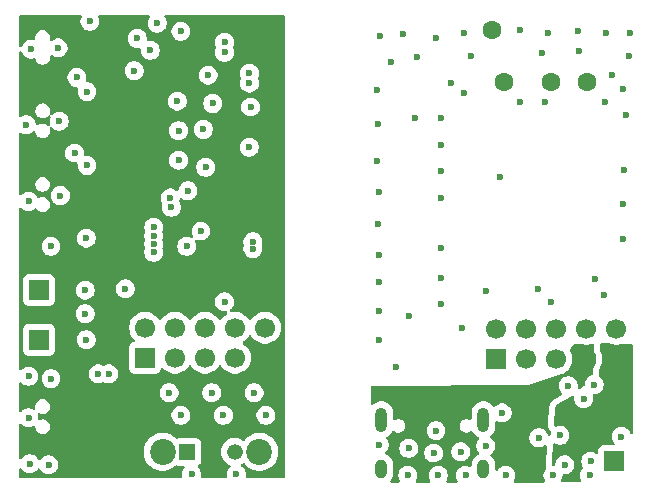
<source format=gbr>
%TF.GenerationSoftware,KiCad,Pcbnew,9.0.4*%
%TF.CreationDate,2025-09-28T00:45:50+02:00*%
%TF.ProjectId,BTM308-host,42544d33-3038-42d6-986f-73742e6b6963,rev?*%
%TF.SameCoordinates,Original*%
%TF.FileFunction,Copper,L3,Inr*%
%TF.FilePolarity,Positive*%
%FSLAX46Y46*%
G04 Gerber Fmt 4.6, Leading zero omitted, Abs format (unit mm)*
G04 Created by KiCad (PCBNEW 9.0.4) date 2025-09-28 00:45:50*
%MOMM*%
%LPD*%
G01*
G04 APERTURE LIST*
%TA.AperFunction,ComponentPad*%
%ADD10R,1.700000X1.700000*%
%TD*%
%TA.AperFunction,ComponentPad*%
%ADD11R,1.337000X1.337000*%
%TD*%
%TA.AperFunction,ComponentPad*%
%ADD12C,1.337000*%
%TD*%
%TA.AperFunction,ComponentPad*%
%ADD13C,2.190000*%
%TD*%
%TA.AperFunction,ComponentPad*%
%ADD14C,1.700000*%
%TD*%
%TA.AperFunction,ComponentPad*%
%ADD15C,1.600000*%
%TD*%
%TA.AperFunction,HeatsinkPad*%
%ADD16O,1.000000X2.100000*%
%TD*%
%TA.AperFunction,HeatsinkPad*%
%ADD17O,1.000000X1.600000*%
%TD*%
%TA.AperFunction,ViaPad*%
%ADD18C,0.600000*%
%TD*%
G04 APERTURE END LIST*
D10*
%TO.N,Net-(J6-Pin_1)*%
%TO.C,J6*%
X116700000Y-83500000D03*
%TD*%
%TO.N,GND*%
%TO.C,J7*%
X116700000Y-79300000D03*
%TD*%
D11*
%TO.N,/MFB*%
%TO.C,SW4*%
X129250000Y-93000000D03*
D12*
%TO.N,/VBAT*%
X131250000Y-93000000D03*
%TO.N,N/C*%
X133250000Y-93000000D03*
D13*
X127150000Y-93000000D03*
X135350000Y-93000000D03*
%TD*%
D14*
%TO.N,/SPK_BN*%
%TO.C,J5*%
X135830000Y-82485000D03*
%TO.N,/VBAT*%
X135830000Y-85025000D03*
%TO.N,/SPK_BP*%
X133290000Y-82485000D03*
%TO.N,/VCHG*%
X133290000Y-85025000D03*
%TO.N,/SPK_AP*%
X130750000Y-82485000D03*
%TO.N,GND*%
X130750000Y-85025000D03*
%TO.N,/SPK_AN*%
X128210000Y-82485000D03*
%TO.N,AGND*%
X128210000Y-85025000D03*
X125670000Y-82485000D03*
D10*
X125670000Y-85025000D03*
%TD*%
%TO.N,AGND*%
%TO.C,J1*%
X155420000Y-85127500D03*
D14*
X155420000Y-82587500D03*
X157960000Y-85127500D03*
%TO.N,/SPK_AN*%
X157960000Y-82587500D03*
%TO.N,GND*%
X160500000Y-85127500D03*
%TO.N,/SPK_AP*%
X160500000Y-82587500D03*
%TO.N,/VCHG*%
X163040000Y-85127500D03*
%TO.N,/SPK_BP*%
X163040000Y-82587500D03*
%TO.N,/VBAT*%
X165580000Y-85127500D03*
%TO.N,/SPK_BN*%
X165580000Y-82587500D03*
%TD*%
D10*
%TO.N,GND*%
%TO.C,J4*%
X165400000Y-93800000D03*
%TD*%
%TO.N,/VBAT*%
%TO.C,J3*%
X165400000Y-88900000D03*
%TD*%
D15*
%TO.N,GND*%
%TO.C,U3*%
X155050000Y-57300000D03*
%TO.N,Net-(U3-Tip)*%
X156050000Y-61700000D03*
%TO.N,Net-(U3-Ring1)*%
X160050000Y-61700000D03*
%TO.N,unconnected-(U3-Ring2-Pad4)*%
X163050000Y-61700000D03*
%TD*%
D16*
%TO.N,GND*%
%TO.C,J2*%
X145680000Y-90267500D03*
D17*
X145680000Y-94447500D03*
D16*
X154320000Y-90267500D03*
D17*
X154320000Y-94447500D03*
%TD*%
D18*
%TO.N,GND*%
X163800000Y-78400000D03*
X164600000Y-63400000D03*
X165200000Y-61100000D03*
X162400000Y-59100000D03*
X159300000Y-59200000D03*
X153300000Y-59500000D03*
X145600000Y-57800000D03*
X128700000Y-57400000D03*
X126700000Y-56700000D03*
X130800000Y-68900000D03*
X128500000Y-65800000D03*
X131400000Y-63500000D03*
X120700000Y-74900000D03*
X120600000Y-81300000D03*
X117500000Y-94100000D03*
X130400000Y-74300000D03*
X127700000Y-88000000D03*
X131300000Y-88000000D03*
X115800000Y-86600000D03*
X117700000Y-75600000D03*
X120600000Y-79300000D03*
X120700000Y-83500000D03*
X117700000Y-86800000D03*
X134900000Y-88000000D03*
X133400000Y-94900000D03*
X115800000Y-90100000D03*
X115900000Y-94000000D03*
%TO.N,/MFB*%
X129300000Y-70900000D03*
%TO.N,Net-(U1-PIO8)*%
X120750000Y-62500000D03*
X125000000Y-58000000D03*
%TO.N,Net-(U1-PIO1)*%
X126100000Y-59000000D03*
X120750000Y-68750000D03*
%TO.N,Net-(U1-PIO0)*%
X124750000Y-60731671D03*
X121000000Y-56550000D03*
%TO.N,GND*%
X129200000Y-75600000D03*
X134500000Y-67200000D03*
X134600000Y-63800000D03*
%TO.N,/SPK_AP*%
X132400000Y-58325000D03*
%TO.N,GND*%
X128400000Y-63300000D03*
%TO.N,/SPK_AN*%
X132400000Y-59175000D03*
%TO.N,GND*%
X128500000Y-68300000D03*
X131000000Y-61100000D03*
X130600000Y-65700000D03*
%TO.N,/VBAT*%
X134700000Y-73000000D03*
X118600000Y-90800000D03*
%TO.N,/LED0*%
X122600000Y-86400000D03*
%TO.N,/LED2*%
X121700000Y-86400000D03*
%TO.N,GND*%
X124000000Y-79200000D03*
%TO.N,/VBAT*%
X124900000Y-94500000D03*
X119400000Y-94400000D03*
%TO.N,GND*%
X134800000Y-75800000D03*
%TO.N,AGND*%
X126400000Y-75400000D03*
X126400000Y-76100000D03*
X126400000Y-74700000D03*
X126400000Y-74000000D03*
%TO.N,GND*%
X119900000Y-61300000D03*
%TO.N,/SPK_BN*%
X134506472Y-61775000D03*
%TO.N,GND*%
X118300000Y-58800000D03*
X115600000Y-65300000D03*
%TO.N,/SPK_BP*%
X134506472Y-60925000D03*
%TO.N,GND*%
X116000000Y-58900000D03*
X134800000Y-75200000D03*
%TO.N,/VBAT*%
X134800000Y-73900000D03*
%TO.N,GND*%
X119700000Y-67700000D03*
%TO.N,/LED2*%
X127800000Y-71500000D03*
%TO.N,/LED0*%
X127900000Y-72293726D03*
%TO.N,GND*%
X118400000Y-65000000D03*
X132400000Y-80300000D03*
X129600000Y-94900000D03*
X115800000Y-71800000D03*
X118500000Y-71300000D03*
X128700000Y-89900000D03*
X132300000Y-89900000D03*
X135900000Y-89900000D03*
X162800000Y-88500000D03*
X163700000Y-87300000D03*
X161500000Y-87400000D03*
X166000000Y-91700000D03*
X163400000Y-93800000D03*
X163300000Y-95000000D03*
X160200000Y-95000000D03*
X155900000Y-89700000D03*
X156200000Y-95000000D03*
X154500000Y-92500000D03*
X150300000Y-91200000D03*
X150100000Y-93100000D03*
X152800000Y-95000000D03*
X150500000Y-95000000D03*
X147900000Y-95000000D03*
X145500000Y-92400000D03*
X145500000Y-81100000D03*
X145500000Y-76300000D03*
X145400000Y-73700000D03*
X145300000Y-68400000D03*
X145300000Y-62400000D03*
X148700000Y-59600000D03*
X147500000Y-57600000D03*
X152700000Y-57500000D03*
X157400000Y-57300000D03*
X166700000Y-57500000D03*
X162300000Y-57400000D03*
X166600000Y-59500000D03*
X166400000Y-64500000D03*
X166200000Y-69100000D03*
X166100000Y-75000000D03*
X166100000Y-62300000D03*
X164700000Y-57500000D03*
X159800000Y-57500000D03*
X150300000Y-58000000D03*
X146500000Y-60000000D03*
X145400000Y-65200000D03*
X145500000Y-71000000D03*
X145500000Y-78600000D03*
X161200000Y-94100000D03*
X152400000Y-93000000D03*
X148000000Y-92700000D03*
X154500000Y-79400000D03*
X159500000Y-63400000D03*
X157400000Y-63400000D03*
X152700000Y-62600000D03*
X151600000Y-61800000D03*
X166100000Y-72000000D03*
X164500000Y-79700000D03*
X160000000Y-80300000D03*
X158900000Y-79200000D03*
X159000000Y-91800000D03*
X160800000Y-91600000D03*
%TO.N,/VBAT*%
X163600000Y-91100000D03*
%TO.N,/VCHG*%
X156900000Y-91800000D03*
X151800000Y-90800000D03*
X148400000Y-90700000D03*
%TO.N,GND*%
X146900000Y-85800000D03*
X145500000Y-83500000D03*
X148000000Y-81500000D03*
%TO.N,AGND*%
X152500000Y-82500000D03*
X150750000Y-80500000D03*
X150750000Y-78250000D03*
X150750000Y-75750000D03*
X148500000Y-64750000D03*
X150750000Y-64750000D03*
X150750000Y-67000000D03*
X150750000Y-69250000D03*
X150750000Y-71500000D03*
X155750000Y-69750000D03*
%TD*%
%TA.AperFunction,Conductor*%
%TO.N,/VBAT*%
G36*
X164989999Y-83816458D02*
G01*
X165043706Y-83829945D01*
X165061588Y-83839057D01*
X165263757Y-83904746D01*
X165473713Y-83938000D01*
X165473714Y-83938000D01*
X165686286Y-83938000D01*
X165686287Y-83938000D01*
X165896243Y-83904746D01*
X166077053Y-83845996D01*
X166117939Y-83839957D01*
X166839003Y-83854979D01*
X166905618Y-83876056D01*
X166950263Y-83929801D01*
X166960419Y-83978522D01*
X166986016Y-91364829D01*
X166966564Y-91431937D01*
X166913919Y-91477874D01*
X166844795Y-91488057D01*
X166781140Y-91459253D01*
X166747456Y-91412711D01*
X166709397Y-91320827D01*
X166709390Y-91320814D01*
X166621789Y-91189711D01*
X166621786Y-91189707D01*
X166510292Y-91078213D01*
X166510288Y-91078210D01*
X166379185Y-90990609D01*
X166379172Y-90990602D01*
X166233501Y-90930264D01*
X166233489Y-90930261D01*
X166078845Y-90899500D01*
X166078842Y-90899500D01*
X165921158Y-90899500D01*
X165921155Y-90899500D01*
X165766510Y-90930261D01*
X165766498Y-90930264D01*
X165620827Y-90990602D01*
X165620814Y-90990609D01*
X165489711Y-91078210D01*
X165489707Y-91078213D01*
X165378213Y-91189707D01*
X165378210Y-91189711D01*
X165290609Y-91320814D01*
X165290602Y-91320827D01*
X165230264Y-91466498D01*
X165230261Y-91466510D01*
X165199500Y-91621153D01*
X165199500Y-91778846D01*
X165230261Y-91933489D01*
X165230264Y-91933501D01*
X165290602Y-92079172D01*
X165290609Y-92079185D01*
X165378210Y-92210288D01*
X165378213Y-92210292D01*
X165405740Y-92237819D01*
X165439225Y-92299142D01*
X165434241Y-92368834D01*
X165392369Y-92424767D01*
X165326905Y-92449184D01*
X165318059Y-92449500D01*
X164502129Y-92449500D01*
X164502123Y-92449501D01*
X164442516Y-92455908D01*
X164307671Y-92506202D01*
X164307664Y-92506206D01*
X164192455Y-92592452D01*
X164192452Y-92592455D01*
X164106206Y-92707664D01*
X164106202Y-92707671D01*
X164055908Y-92842517D01*
X164049501Y-92902116D01*
X164049500Y-92902135D01*
X164049500Y-93039240D01*
X164029815Y-93106279D01*
X163977011Y-93152034D01*
X163907853Y-93161978D01*
X163856610Y-93142342D01*
X163779190Y-93090612D01*
X163779172Y-93090602D01*
X163633501Y-93030264D01*
X163633489Y-93030261D01*
X163478845Y-92999500D01*
X163478842Y-92999500D01*
X163321158Y-92999500D01*
X163321155Y-92999500D01*
X163166510Y-93030261D01*
X163166498Y-93030264D01*
X163020827Y-93090602D01*
X163020814Y-93090609D01*
X162889711Y-93178210D01*
X162889707Y-93178213D01*
X162778213Y-93289707D01*
X162778210Y-93289711D01*
X162690609Y-93420814D01*
X162690602Y-93420827D01*
X162630264Y-93566498D01*
X162630261Y-93566510D01*
X162599500Y-93721153D01*
X162599500Y-93878846D01*
X162630261Y-94033489D01*
X162630264Y-94033501D01*
X162690602Y-94179172D01*
X162690609Y-94179185D01*
X162753485Y-94273285D01*
X162774363Y-94339963D01*
X162755878Y-94407343D01*
X162738064Y-94429857D01*
X162678213Y-94489707D01*
X162678210Y-94489711D01*
X162590609Y-94620814D01*
X162590602Y-94620827D01*
X162530264Y-94766498D01*
X162530261Y-94766510D01*
X162499500Y-94921153D01*
X162499500Y-95078846D01*
X162530261Y-95233489D01*
X162530264Y-95233501D01*
X162581834Y-95358004D01*
X162589303Y-95427474D01*
X162558027Y-95489953D01*
X162497938Y-95525604D01*
X162470814Y-95529405D01*
X161016752Y-95570949D01*
X160949178Y-95553187D01*
X160901934Y-95501712D01*
X160890019Y-95432865D01*
X160907545Y-95385101D01*
X160906521Y-95384554D01*
X160909390Y-95379184D01*
X160909394Y-95379179D01*
X160969737Y-95233497D01*
X161000500Y-95078842D01*
X161000500Y-95024500D01*
X161020185Y-94957461D01*
X161072989Y-94911706D01*
X161124500Y-94900500D01*
X161278844Y-94900500D01*
X161278845Y-94900499D01*
X161433497Y-94869737D01*
X161579179Y-94809394D01*
X161710289Y-94721789D01*
X161821789Y-94610289D01*
X161909394Y-94479179D01*
X161969737Y-94333497D01*
X162000500Y-94178842D01*
X162000500Y-94021158D01*
X162000500Y-94021155D01*
X162000499Y-94021153D01*
X161969738Y-93866510D01*
X161969737Y-93866503D01*
X161909532Y-93721153D01*
X161909397Y-93720827D01*
X161909390Y-93720814D01*
X161821789Y-93589711D01*
X161821786Y-93589707D01*
X161710292Y-93478213D01*
X161710288Y-93478210D01*
X161579185Y-93390609D01*
X161579172Y-93390602D01*
X161433501Y-93330264D01*
X161433489Y-93330261D01*
X161278845Y-93299500D01*
X161278842Y-93299500D01*
X161121158Y-93299500D01*
X161121155Y-93299500D01*
X160966510Y-93330261D01*
X160966498Y-93330264D01*
X160820827Y-93390602D01*
X160820814Y-93390609D01*
X160689711Y-93478210D01*
X160689707Y-93478213D01*
X160578213Y-93589707D01*
X160578210Y-93589711D01*
X160490609Y-93720814D01*
X160490602Y-93720827D01*
X160430264Y-93866498D01*
X160430261Y-93866510D01*
X160399500Y-94021153D01*
X160399500Y-94075500D01*
X160379815Y-94142539D01*
X160327011Y-94188294D01*
X160275500Y-94199500D01*
X160218050Y-94199500D01*
X160151011Y-94179815D01*
X160105256Y-94127011D01*
X160094284Y-94067884D01*
X160125138Y-93566510D01*
X160197868Y-92384635D01*
X160221633Y-92318933D01*
X160277148Y-92276508D01*
X160346787Y-92270831D01*
X160390523Y-92289150D01*
X160420821Y-92309394D01*
X160420823Y-92309395D01*
X160420827Y-92309397D01*
X160564323Y-92368834D01*
X160566503Y-92369737D01*
X160690582Y-92394418D01*
X160721153Y-92400499D01*
X160721156Y-92400500D01*
X160721158Y-92400500D01*
X160878844Y-92400500D01*
X160878845Y-92400499D01*
X161033497Y-92369737D01*
X161179179Y-92309394D01*
X161310289Y-92221789D01*
X161421789Y-92110289D01*
X161509394Y-91979179D01*
X161569737Y-91833497D01*
X161600500Y-91678842D01*
X161600500Y-91521158D01*
X161600500Y-91521155D01*
X161600499Y-91521153D01*
X161588186Y-91459253D01*
X161569737Y-91366503D01*
X161550812Y-91320814D01*
X161509397Y-91220827D01*
X161509390Y-91220814D01*
X161421789Y-91089711D01*
X161421786Y-91089707D01*
X161310292Y-90978213D01*
X161310288Y-90978210D01*
X161179185Y-90890609D01*
X161179172Y-90890602D01*
X161033501Y-90830264D01*
X161033489Y-90830261D01*
X160878845Y-90799500D01*
X160878842Y-90799500D01*
X160721158Y-90799500D01*
X160721155Y-90799500D01*
X160566510Y-90830261D01*
X160566503Y-90830263D01*
X160469792Y-90870321D01*
X160400323Y-90877789D01*
X160337844Y-90846513D01*
X160302192Y-90786424D01*
X160298575Y-90748148D01*
X160395972Y-89165450D01*
X160419737Y-89099747D01*
X160456362Y-89066486D01*
X161821607Y-88254719D01*
X161889286Y-88237378D01*
X161955601Y-88259381D01*
X161999493Y-88313743D01*
X162007026Y-88383205D01*
X162006594Y-88385493D01*
X161999500Y-88421158D01*
X161999500Y-88578846D01*
X162030261Y-88733489D01*
X162030264Y-88733501D01*
X162090602Y-88879172D01*
X162090609Y-88879185D01*
X162178210Y-89010288D01*
X162178213Y-89010292D01*
X162289707Y-89121786D01*
X162289711Y-89121789D01*
X162420814Y-89209390D01*
X162420827Y-89209397D01*
X162566498Y-89269735D01*
X162566503Y-89269737D01*
X162721153Y-89300499D01*
X162721156Y-89300500D01*
X162721158Y-89300500D01*
X162878844Y-89300500D01*
X162878845Y-89300499D01*
X163033497Y-89269737D01*
X163179179Y-89209394D01*
X163310289Y-89121789D01*
X163421789Y-89010289D01*
X163509394Y-88879179D01*
X163569737Y-88733497D01*
X163600500Y-88578842D01*
X163600500Y-88421158D01*
X163600500Y-88421155D01*
X163600499Y-88421153D01*
X163592951Y-88383205D01*
X163569737Y-88266503D01*
X163569732Y-88266492D01*
X163567969Y-88260676D01*
X163570720Y-88259841D01*
X163564497Y-88202641D01*
X163595691Y-88140122D01*
X163655734Y-88104392D01*
X163686555Y-88100500D01*
X163778844Y-88100500D01*
X163778845Y-88100499D01*
X163933497Y-88069737D01*
X164079179Y-88009394D01*
X164210289Y-87921789D01*
X164321789Y-87810289D01*
X164409394Y-87679179D01*
X164469737Y-87533497D01*
X164500500Y-87378842D01*
X164500500Y-87221158D01*
X164500500Y-87221155D01*
X164500499Y-87221153D01*
X164469738Y-87066510D01*
X164469737Y-87066503D01*
X164450815Y-87020821D01*
X164409397Y-86920827D01*
X164409390Y-86920814D01*
X164321789Y-86789711D01*
X164321786Y-86789707D01*
X164210292Y-86678213D01*
X164210288Y-86678210D01*
X164166595Y-86649015D01*
X164121790Y-86595403D01*
X164111550Y-86541920D01*
X164130296Y-85960820D01*
X164152131Y-85894454D01*
X164153869Y-85891997D01*
X164195051Y-85835316D01*
X164291557Y-85645912D01*
X164357246Y-85443743D01*
X164390500Y-85233787D01*
X164390500Y-85021213D01*
X164357246Y-84811257D01*
X164291557Y-84609088D01*
X164195383Y-84420337D01*
X164181933Y-84360049D01*
X164196047Y-83922526D01*
X164217883Y-83856158D01*
X164272135Y-83812129D01*
X164322563Y-83802553D01*
X164989999Y-83816458D01*
G37*
%TD.AperFunction*%
%TD*%
%TA.AperFunction,Conductor*%
%TO.N,/VCHG*%
G36*
X163656128Y-83883525D02*
G01*
X163686956Y-83946226D01*
X163688708Y-83971369D01*
X163676696Y-84343757D01*
X163682966Y-84410524D01*
X163688562Y-84470118D01*
X163702012Y-84530406D01*
X163744980Y-84649830D01*
X163744982Y-84649835D01*
X163818659Y-84794435D01*
X163826105Y-84812410D01*
X163861179Y-84920354D01*
X163865721Y-84939274D01*
X163883473Y-85051352D01*
X163885000Y-85070751D01*
X163885000Y-85184247D01*
X163883473Y-85203645D01*
X163865721Y-85315724D01*
X163861179Y-85334645D01*
X163826106Y-85442586D01*
X163818660Y-85460562D01*
X163767136Y-85561683D01*
X163756975Y-85578266D01*
X163750495Y-85587185D01*
X163744914Y-85594868D01*
X163743082Y-85597422D01*
X163741118Y-85600162D01*
X163739443Y-85602531D01*
X163735912Y-85607586D01*
X163671951Y-85736471D01*
X163671950Y-85736473D01*
X163650168Y-85802678D01*
X163650115Y-85802837D01*
X163625059Y-85944517D01*
X163625059Y-85944522D01*
X163610239Y-86403892D01*
X163588402Y-86470262D01*
X163534151Y-86514291D01*
X163510497Y-86521511D01*
X163466505Y-86530262D01*
X163466498Y-86530264D01*
X163320827Y-86590602D01*
X163320814Y-86590609D01*
X163189711Y-86678210D01*
X163189707Y-86678213D01*
X163078213Y-86789707D01*
X163078210Y-86789711D01*
X162990609Y-86920814D01*
X162990602Y-86920827D01*
X162930264Y-87066498D01*
X162930261Y-87066510D01*
X162899500Y-87221153D01*
X162899500Y-87354471D01*
X162879815Y-87421510D01*
X162829864Y-87465918D01*
X162471234Y-87640859D01*
X162402351Y-87652559D01*
X162338078Y-87625161D01*
X162298820Y-87567362D01*
X162295253Y-87505219D01*
X162300500Y-87478842D01*
X162300500Y-87321155D01*
X162300499Y-87321153D01*
X162296291Y-87300000D01*
X162269737Y-87166503D01*
X162228314Y-87066498D01*
X162209397Y-87020827D01*
X162209390Y-87020814D01*
X162121789Y-86889711D01*
X162121786Y-86889707D01*
X162010292Y-86778213D01*
X162010288Y-86778210D01*
X161879185Y-86690609D01*
X161879172Y-86690602D01*
X161733501Y-86630264D01*
X161733489Y-86630261D01*
X161578845Y-86599500D01*
X161578842Y-86599500D01*
X161421158Y-86599500D01*
X161421155Y-86599500D01*
X161266510Y-86630261D01*
X161266498Y-86630264D01*
X161120827Y-86690602D01*
X161120814Y-86690609D01*
X160989711Y-86778210D01*
X160989707Y-86778213D01*
X160878213Y-86889707D01*
X160878210Y-86889711D01*
X160790609Y-87020814D01*
X160790602Y-87020827D01*
X160730264Y-87166498D01*
X160730261Y-87166510D01*
X160699500Y-87321153D01*
X160699500Y-87478846D01*
X160730261Y-87633489D01*
X160730264Y-87633501D01*
X160790602Y-87779172D01*
X160790609Y-87779185D01*
X160878210Y-87910288D01*
X160878213Y-87910292D01*
X160964407Y-87996486D01*
X160997892Y-88057809D01*
X160992908Y-88127501D01*
X160951036Y-88183434D01*
X160940099Y-88190749D01*
X160198023Y-88631984D01*
X160198015Y-88631989D01*
X160116518Y-88692272D01*
X160116515Y-88692274D01*
X160079887Y-88725538D01*
X160079886Y-88725539D01*
X160012073Y-88800847D01*
X159978225Y-88864328D01*
X159944377Y-88927808D01*
X159921665Y-88990602D01*
X159920548Y-88993689D01*
X159920225Y-88995380D01*
X159891425Y-89134402D01*
X159794028Y-90717108D01*
X159795316Y-90795694D01*
X159795316Y-90795699D01*
X159798933Y-90833970D01*
X159798935Y-90833991D01*
X159812391Y-90911428D01*
X159812395Y-90911440D01*
X159867450Y-91044357D01*
X159867456Y-91044368D01*
X159894887Y-91090602D01*
X159903105Y-91104452D01*
X159940508Y-91150867D01*
X159993382Y-91216481D01*
X159999872Y-91222524D01*
X159997778Y-91224772D01*
X160032037Y-91267265D01*
X160039521Y-91336733D01*
X160038668Y-91341027D01*
X160036307Y-91351909D01*
X160030263Y-91366503D01*
X159999500Y-91521158D01*
X159999500Y-91521609D01*
X159998178Y-91527705D01*
X159981946Y-91557474D01*
X159966228Y-91587524D01*
X159965262Y-91588073D01*
X159964731Y-91589049D01*
X159934989Y-91605312D01*
X159905512Y-91622098D01*
X159904401Y-91622038D01*
X159903428Y-91622571D01*
X159869636Y-91620174D01*
X159835743Y-91618358D01*
X159834841Y-91617707D01*
X159833733Y-91617629D01*
X159806569Y-91597320D01*
X159779071Y-91577491D01*
X159778321Y-91576201D01*
X159777774Y-91575792D01*
X159777217Y-91574302D01*
X159762435Y-91548873D01*
X159709397Y-91420827D01*
X159709390Y-91420814D01*
X159621789Y-91289711D01*
X159621786Y-91289707D01*
X159510292Y-91178213D01*
X159510288Y-91178210D01*
X159379185Y-91090609D01*
X159379172Y-91090602D01*
X159233501Y-91030264D01*
X159233489Y-91030261D01*
X159078845Y-90999500D01*
X159078842Y-90999500D01*
X158921158Y-90999500D01*
X158921155Y-90999500D01*
X158766510Y-91030261D01*
X158766498Y-91030264D01*
X158620827Y-91090602D01*
X158620814Y-91090609D01*
X158489711Y-91178210D01*
X158489707Y-91178213D01*
X158378213Y-91289707D01*
X158378210Y-91289711D01*
X158290609Y-91420814D01*
X158290602Y-91420827D01*
X158230264Y-91566498D01*
X158230261Y-91566510D01*
X158199500Y-91721153D01*
X158199500Y-91878846D01*
X158230261Y-92033489D01*
X158230264Y-92033501D01*
X158290602Y-92179172D01*
X158290609Y-92179185D01*
X158378210Y-92310288D01*
X158378213Y-92310292D01*
X158489707Y-92421786D01*
X158489711Y-92421789D01*
X158620814Y-92509390D01*
X158620827Y-92509397D01*
X158711335Y-92546886D01*
X158766503Y-92569737D01*
X158921153Y-92600499D01*
X158921156Y-92600500D01*
X158921158Y-92600500D01*
X159078844Y-92600500D01*
X159078845Y-92600499D01*
X159233497Y-92569737D01*
X159379179Y-92509394D01*
X159488769Y-92436167D01*
X159555446Y-92415290D01*
X159622826Y-92433774D01*
X159669517Y-92485753D01*
X159681426Y-92546886D01*
X159589738Y-94036838D01*
X159589737Y-94036841D01*
X159597268Y-94160107D01*
X159597268Y-94160110D01*
X159608241Y-94219243D01*
X159643279Y-94330174D01*
X159644700Y-94400030D01*
X159612720Y-94455200D01*
X159578213Y-94489708D01*
X159578208Y-94489714D01*
X159490609Y-94620814D01*
X159490602Y-94620827D01*
X159430264Y-94766498D01*
X159430261Y-94766510D01*
X159399500Y-94921153D01*
X159399500Y-95078846D01*
X159430261Y-95233489D01*
X159430264Y-95233501D01*
X159490602Y-95379172D01*
X159490611Y-95379188D01*
X159509288Y-95407141D01*
X159530165Y-95473818D01*
X159511680Y-95541198D01*
X159459700Y-95587888D01*
X159406191Y-95600030D01*
X156993737Y-95600153D01*
X156926697Y-95580472D01*
X156880939Y-95527670D01*
X156870992Y-95458512D01*
X156890631Y-95407260D01*
X156909388Y-95379188D01*
X156909391Y-95379183D01*
X156909394Y-95379179D01*
X156969737Y-95233497D01*
X157000500Y-95078842D01*
X157000500Y-94921158D01*
X157000500Y-94921155D01*
X157000499Y-94921153D01*
X156969737Y-94766503D01*
X156969735Y-94766498D01*
X156909397Y-94620827D01*
X156909390Y-94620814D01*
X156821789Y-94489711D01*
X156821786Y-94489707D01*
X156710292Y-94378213D01*
X156710288Y-94378210D01*
X156579185Y-94290609D01*
X156579172Y-94290602D01*
X156433501Y-94230264D01*
X156433489Y-94230261D01*
X156278845Y-94199500D01*
X156278842Y-94199500D01*
X156121158Y-94199500D01*
X156121155Y-94199500D01*
X155966510Y-94230261D01*
X155966498Y-94230264D01*
X155820827Y-94290602D01*
X155820814Y-94290609D01*
X155689711Y-94378210D01*
X155689707Y-94378213D01*
X155578213Y-94489707D01*
X155547602Y-94535520D01*
X155493989Y-94580324D01*
X155424664Y-94589031D01*
X155361637Y-94558876D01*
X155324918Y-94499432D01*
X155320500Y-94466628D01*
X155320500Y-94048956D01*
X155282052Y-93855670D01*
X155282051Y-93855669D01*
X155282051Y-93855665D01*
X155282049Y-93855660D01*
X155206635Y-93673592D01*
X155206628Y-93673579D01*
X155097139Y-93509718D01*
X155097136Y-93509714D01*
X154957785Y-93370363D01*
X154957741Y-93370334D01*
X154952333Y-93366720D01*
X154907528Y-93313111D01*
X154898818Y-93243787D01*
X154928970Y-93180758D01*
X154952328Y-93160516D01*
X155010289Y-93121789D01*
X155121789Y-93010289D01*
X155209394Y-92879179D01*
X155269737Y-92733497D01*
X155300500Y-92578842D01*
X155300500Y-92421158D01*
X155300500Y-92421155D01*
X155300499Y-92421153D01*
X155282419Y-92330261D01*
X155269737Y-92266503D01*
X155269735Y-92266498D01*
X155209397Y-92120827D01*
X155209390Y-92120814D01*
X155121789Y-91989711D01*
X155121786Y-91989707D01*
X155010292Y-91878213D01*
X155010288Y-91878210D01*
X154926141Y-91821984D01*
X154881336Y-91768371D01*
X154872629Y-91699046D01*
X154902784Y-91636019D01*
X154926139Y-91615781D01*
X154957782Y-91594639D01*
X155097139Y-91455282D01*
X155206632Y-91291414D01*
X155211840Y-91278842D01*
X155275140Y-91126019D01*
X155282051Y-91109335D01*
X155299893Y-91019637D01*
X155320500Y-90916043D01*
X155320500Y-90507532D01*
X155340185Y-90440493D01*
X155392989Y-90394738D01*
X155462147Y-90384794D01*
X155513391Y-90404430D01*
X155520815Y-90409390D01*
X155520821Y-90409394D01*
X155520823Y-90409395D01*
X155520827Y-90409397D01*
X155666498Y-90469735D01*
X155666503Y-90469737D01*
X155821153Y-90500499D01*
X155821156Y-90500500D01*
X155821158Y-90500500D01*
X155978844Y-90500500D01*
X155978845Y-90500499D01*
X156133497Y-90469737D01*
X156279179Y-90409394D01*
X156410289Y-90321789D01*
X156521789Y-90210289D01*
X156609394Y-90079179D01*
X156669737Y-89933497D01*
X156700500Y-89778842D01*
X156700500Y-89621158D01*
X156700500Y-89621155D01*
X156700499Y-89621153D01*
X156700062Y-89618956D01*
X156669737Y-89466503D01*
X156652824Y-89425670D01*
X156609397Y-89320827D01*
X156609390Y-89320814D01*
X156521789Y-89189711D01*
X156521786Y-89189707D01*
X156410292Y-89078213D01*
X156410288Y-89078210D01*
X156279185Y-88990609D01*
X156279172Y-88990602D01*
X156133501Y-88930264D01*
X156133489Y-88930261D01*
X155978845Y-88899500D01*
X155978842Y-88899500D01*
X155821158Y-88899500D01*
X155821155Y-88899500D01*
X155666510Y-88930261D01*
X155666498Y-88930264D01*
X155520827Y-88990602D01*
X155520814Y-88990609D01*
X155389711Y-89078210D01*
X155320562Y-89147359D01*
X155259238Y-89180843D01*
X155189547Y-89175858D01*
X155133613Y-89133987D01*
X155129792Y-89128588D01*
X155097139Y-89079718D01*
X155097137Y-89079715D01*
X154957785Y-88940363D01*
X154957781Y-88940360D01*
X154793920Y-88830871D01*
X154793907Y-88830864D01*
X154611839Y-88755450D01*
X154611829Y-88755447D01*
X154418543Y-88717000D01*
X154418541Y-88717000D01*
X154221459Y-88717000D01*
X154221457Y-88717000D01*
X154028170Y-88755447D01*
X154028160Y-88755450D01*
X153846092Y-88830864D01*
X153846079Y-88830871D01*
X153682218Y-88940360D01*
X153682214Y-88940363D01*
X153542863Y-89079714D01*
X153542860Y-89079718D01*
X153433371Y-89243579D01*
X153433364Y-89243592D01*
X153357950Y-89425660D01*
X153357947Y-89425670D01*
X153319500Y-89618956D01*
X153319500Y-90166166D01*
X153299815Y-90233205D01*
X153247011Y-90278960D01*
X153177853Y-90288904D01*
X153133501Y-90273554D01*
X153112137Y-90261219D01*
X153007584Y-90233205D01*
X152965766Y-90222000D01*
X152814234Y-90222000D01*
X152667863Y-90261219D01*
X152536635Y-90336985D01*
X152536632Y-90336987D01*
X152429487Y-90444132D01*
X152429485Y-90444135D01*
X152353719Y-90575363D01*
X152323080Y-90689711D01*
X152314500Y-90721734D01*
X152314500Y-90873266D01*
X152325962Y-90916043D01*
X152353719Y-91019636D01*
X152373020Y-91053065D01*
X152429485Y-91150865D01*
X152536635Y-91258015D01*
X152667865Y-91333781D01*
X152814234Y-91373000D01*
X152814236Y-91373000D01*
X152965764Y-91373000D01*
X152965766Y-91373000D01*
X153112135Y-91333781D01*
X153243365Y-91258015D01*
X153243374Y-91258005D01*
X153249488Y-91253315D01*
X153314656Y-91228117D01*
X153383101Y-91242150D01*
X153429025Y-91286988D01*
X153429983Y-91286349D01*
X153433009Y-91290878D01*
X153433094Y-91290961D01*
X153433228Y-91291206D01*
X153542860Y-91455281D01*
X153542863Y-91455285D01*
X153682214Y-91594636D01*
X153682218Y-91594639D01*
X153846079Y-91704128D01*
X153846088Y-91704133D01*
X153899283Y-91726167D01*
X153953686Y-91770008D01*
X153975751Y-91836302D01*
X153958472Y-91904001D01*
X153939512Y-91928409D01*
X153878210Y-91989711D01*
X153790609Y-92120814D01*
X153790602Y-92120827D01*
X153730264Y-92266498D01*
X153730261Y-92266510D01*
X153699500Y-92421153D01*
X153699500Y-92578846D01*
X153730261Y-92733489D01*
X153730264Y-92733501D01*
X153790602Y-92879172D01*
X153790609Y-92879185D01*
X153878210Y-93010288D01*
X153878213Y-93010292D01*
X153914763Y-93046842D01*
X153948248Y-93108165D01*
X153943264Y-93177857D01*
X153901392Y-93233790D01*
X153874534Y-93249084D01*
X153846092Y-93260864D01*
X153846079Y-93260871D01*
X153682218Y-93370360D01*
X153682214Y-93370363D01*
X153542863Y-93509714D01*
X153542860Y-93509718D01*
X153433371Y-93673579D01*
X153433364Y-93673592D01*
X153357950Y-93855660D01*
X153357947Y-93855670D01*
X153319500Y-94048956D01*
X153319500Y-94163149D01*
X153299815Y-94230188D01*
X153247011Y-94275943D01*
X153177853Y-94285887D01*
X153148048Y-94277711D01*
X153094876Y-94255687D01*
X153033497Y-94230263D01*
X153033492Y-94230262D01*
X153033489Y-94230261D01*
X152878845Y-94199500D01*
X152878842Y-94199500D01*
X152721158Y-94199500D01*
X152721155Y-94199500D01*
X152566510Y-94230261D01*
X152566498Y-94230264D01*
X152420827Y-94290602D01*
X152420814Y-94290609D01*
X152289711Y-94378210D01*
X152289707Y-94378213D01*
X152178213Y-94489707D01*
X152178210Y-94489711D01*
X152090609Y-94620814D01*
X152090602Y-94620827D01*
X152030264Y-94766498D01*
X152030261Y-94766510D01*
X151999500Y-94921153D01*
X151999500Y-95078846D01*
X152030261Y-95233489D01*
X152030264Y-95233501D01*
X152090602Y-95379172D01*
X152090608Y-95379183D01*
X152109542Y-95407520D01*
X152130419Y-95474198D01*
X152111934Y-95541578D01*
X152059954Y-95588268D01*
X152006445Y-95600410D01*
X151293541Y-95600446D01*
X151226501Y-95580765D01*
X151180743Y-95527963D01*
X151170796Y-95458805D01*
X151190433Y-95407554D01*
X151209394Y-95379179D01*
X151269737Y-95233497D01*
X151300500Y-95078842D01*
X151300500Y-94921158D01*
X151300500Y-94921155D01*
X151300499Y-94921153D01*
X151269737Y-94766503D01*
X151269735Y-94766498D01*
X151209397Y-94620827D01*
X151209390Y-94620814D01*
X151121789Y-94489711D01*
X151121786Y-94489707D01*
X151010292Y-94378213D01*
X151010288Y-94378210D01*
X150879185Y-94290609D01*
X150879172Y-94290602D01*
X150733501Y-94230264D01*
X150733489Y-94230261D01*
X150578845Y-94199500D01*
X150578842Y-94199500D01*
X150421158Y-94199500D01*
X150421155Y-94199500D01*
X150266510Y-94230261D01*
X150266498Y-94230264D01*
X150120827Y-94290602D01*
X150120814Y-94290609D01*
X149989711Y-94378210D01*
X149989707Y-94378213D01*
X149878213Y-94489707D01*
X149878210Y-94489711D01*
X149790609Y-94620814D01*
X149790602Y-94620827D01*
X149730264Y-94766498D01*
X149730261Y-94766510D01*
X149699500Y-94921153D01*
X149699500Y-95078846D01*
X149730261Y-95233489D01*
X149730264Y-95233501D01*
X149790602Y-95379172D01*
X149790608Y-95379183D01*
X149809621Y-95407638D01*
X149830498Y-95474316D01*
X149812013Y-95541696D01*
X149760034Y-95588385D01*
X149706524Y-95600528D01*
X148693452Y-95600580D01*
X148626412Y-95580899D01*
X148580654Y-95528097D01*
X148570707Y-95458939D01*
X148590344Y-95407688D01*
X148609394Y-95379179D01*
X148669737Y-95233497D01*
X148700500Y-95078842D01*
X148700500Y-94921158D01*
X148700500Y-94921155D01*
X148700499Y-94921153D01*
X148669737Y-94766503D01*
X148669735Y-94766498D01*
X148609397Y-94620827D01*
X148609390Y-94620814D01*
X148521789Y-94489711D01*
X148521786Y-94489707D01*
X148410292Y-94378213D01*
X148410288Y-94378210D01*
X148279185Y-94290609D01*
X148279172Y-94290602D01*
X148133501Y-94230264D01*
X148133489Y-94230261D01*
X147978845Y-94199500D01*
X147978842Y-94199500D01*
X147821158Y-94199500D01*
X147821155Y-94199500D01*
X147666510Y-94230261D01*
X147666498Y-94230264D01*
X147520827Y-94290602D01*
X147520814Y-94290609D01*
X147389711Y-94378210D01*
X147389707Y-94378213D01*
X147278213Y-94489707D01*
X147278210Y-94489711D01*
X147190609Y-94620814D01*
X147190602Y-94620827D01*
X147130264Y-94766498D01*
X147130261Y-94766510D01*
X147099500Y-94921153D01*
X147099500Y-95078846D01*
X147130261Y-95233489D01*
X147130264Y-95233501D01*
X147190602Y-95379172D01*
X147190608Y-95379183D01*
X147209710Y-95407771D01*
X147230587Y-95474448D01*
X147212102Y-95541828D01*
X147160123Y-95588518D01*
X147106613Y-95600661D01*
X146541099Y-95600690D01*
X146474059Y-95581009D01*
X146428301Y-95528207D01*
X146418354Y-95459049D01*
X146447376Y-95395492D01*
X146453403Y-95389017D01*
X146457139Y-95385282D01*
X146566632Y-95221414D01*
X146642051Y-95039335D01*
X146680500Y-94846041D01*
X146680500Y-94048959D01*
X146680500Y-94048956D01*
X146642052Y-93855670D01*
X146642051Y-93855669D01*
X146642051Y-93855665D01*
X146642049Y-93855660D01*
X146566635Y-93673592D01*
X146566628Y-93673579D01*
X146457139Y-93509718D01*
X146457136Y-93509714D01*
X146317785Y-93370363D01*
X146317781Y-93370360D01*
X146153920Y-93260871D01*
X146153910Y-93260866D01*
X146054754Y-93219794D01*
X146000351Y-93175953D01*
X145978286Y-93109658D01*
X145995565Y-93041959D01*
X146014522Y-93017555D01*
X146121789Y-92910289D01*
X146209394Y-92779179D01*
X146269737Y-92633497D01*
X146272192Y-92621153D01*
X147199500Y-92621153D01*
X147199500Y-92778846D01*
X147230261Y-92933489D01*
X147230264Y-92933501D01*
X147290602Y-93079172D01*
X147290609Y-93079185D01*
X147378210Y-93210288D01*
X147378213Y-93210292D01*
X147489707Y-93321786D01*
X147489711Y-93321789D01*
X147620814Y-93409390D01*
X147620827Y-93409397D01*
X147746798Y-93461575D01*
X147766503Y-93469737D01*
X147921153Y-93500499D01*
X147921156Y-93500500D01*
X147921158Y-93500500D01*
X148078844Y-93500500D01*
X148078845Y-93500499D01*
X148233497Y-93469737D01*
X148379179Y-93409394D01*
X148510289Y-93321789D01*
X148621789Y-93210289D01*
X148709394Y-93079179D01*
X148717387Y-93059882D01*
X148733429Y-93021153D01*
X149299500Y-93021153D01*
X149299500Y-93178846D01*
X149330261Y-93333489D01*
X149330264Y-93333501D01*
X149390602Y-93479172D01*
X149390609Y-93479185D01*
X149478210Y-93610288D01*
X149478213Y-93610292D01*
X149589707Y-93721786D01*
X149589711Y-93721789D01*
X149720814Y-93809390D01*
X149720827Y-93809397D01*
X149832530Y-93855665D01*
X149866503Y-93869737D01*
X150021153Y-93900499D01*
X150021156Y-93900500D01*
X150021158Y-93900500D01*
X150178844Y-93900500D01*
X150178845Y-93900499D01*
X150333497Y-93869737D01*
X150479179Y-93809394D01*
X150610289Y-93721789D01*
X150721789Y-93610289D01*
X150809394Y-93479179D01*
X150869737Y-93333497D01*
X150900500Y-93178842D01*
X150900500Y-93021158D01*
X150900500Y-93021155D01*
X150884209Y-92939258D01*
X150884209Y-92939257D01*
X150880608Y-92921153D01*
X151599500Y-92921153D01*
X151599500Y-93078846D01*
X151630261Y-93233489D01*
X151630264Y-93233501D01*
X151690602Y-93379172D01*
X151690609Y-93379185D01*
X151778210Y-93510288D01*
X151778213Y-93510292D01*
X151889707Y-93621786D01*
X151889711Y-93621789D01*
X152020814Y-93709390D01*
X152020827Y-93709397D01*
X152166498Y-93769735D01*
X152166503Y-93769737D01*
X152321153Y-93800499D01*
X152321156Y-93800500D01*
X152321158Y-93800500D01*
X152478844Y-93800500D01*
X152478845Y-93800499D01*
X152633497Y-93769737D01*
X152779179Y-93709394D01*
X152910289Y-93621789D01*
X153021789Y-93510289D01*
X153109394Y-93379179D01*
X153169737Y-93233497D01*
X153200500Y-93078842D01*
X153200500Y-92921158D01*
X153200500Y-92921155D01*
X153200499Y-92921153D01*
X153189627Y-92866498D01*
X153169737Y-92766503D01*
X153150812Y-92720814D01*
X153109397Y-92620827D01*
X153109390Y-92620814D01*
X153021789Y-92489711D01*
X153021786Y-92489707D01*
X152910292Y-92378213D01*
X152910288Y-92378210D01*
X152779185Y-92290609D01*
X152779172Y-92290602D01*
X152633501Y-92230264D01*
X152633489Y-92230261D01*
X152478845Y-92199500D01*
X152478842Y-92199500D01*
X152321158Y-92199500D01*
X152321155Y-92199500D01*
X152166510Y-92230261D01*
X152166498Y-92230264D01*
X152020827Y-92290602D01*
X152020814Y-92290609D01*
X151889711Y-92378210D01*
X151889707Y-92378213D01*
X151778213Y-92489707D01*
X151778210Y-92489711D01*
X151690609Y-92620814D01*
X151690602Y-92620827D01*
X151630264Y-92766498D01*
X151630261Y-92766510D01*
X151599500Y-92921153D01*
X150880608Y-92921153D01*
X150878446Y-92910287D01*
X150869737Y-92866503D01*
X150833569Y-92779185D01*
X150809397Y-92720827D01*
X150809390Y-92720814D01*
X150721789Y-92589711D01*
X150721786Y-92589707D01*
X150610292Y-92478213D01*
X150610288Y-92478210D01*
X150479185Y-92390609D01*
X150479172Y-92390602D01*
X150333501Y-92330264D01*
X150333489Y-92330261D01*
X150178845Y-92299500D01*
X150178842Y-92299500D01*
X150021158Y-92299500D01*
X150021155Y-92299500D01*
X149866510Y-92330261D01*
X149866498Y-92330264D01*
X149720827Y-92390602D01*
X149720814Y-92390609D01*
X149589711Y-92478210D01*
X149589707Y-92478213D01*
X149478213Y-92589707D01*
X149478210Y-92589711D01*
X149390609Y-92720814D01*
X149390602Y-92720827D01*
X149330264Y-92866498D01*
X149330261Y-92866510D01*
X149299500Y-93021153D01*
X148733429Y-93021153D01*
X148755603Y-92967621D01*
X148755605Y-92967614D01*
X148769737Y-92933497D01*
X148800500Y-92778842D01*
X148800500Y-92621158D01*
X148800500Y-92621155D01*
X148800499Y-92621153D01*
X148794244Y-92589707D01*
X148769737Y-92466503D01*
X148750955Y-92421158D01*
X148709397Y-92320827D01*
X148709390Y-92320814D01*
X148621789Y-92189711D01*
X148621786Y-92189707D01*
X148510292Y-92078213D01*
X148510288Y-92078210D01*
X148379185Y-91990609D01*
X148379172Y-91990602D01*
X148233501Y-91930264D01*
X148233489Y-91930261D01*
X148078845Y-91899500D01*
X148078842Y-91899500D01*
X147921158Y-91899500D01*
X147921155Y-91899500D01*
X147766510Y-91930261D01*
X147766498Y-91930264D01*
X147620827Y-91990602D01*
X147620814Y-91990609D01*
X147489711Y-92078210D01*
X147489707Y-92078213D01*
X147378213Y-92189707D01*
X147378210Y-92189711D01*
X147290609Y-92320814D01*
X147290602Y-92320827D01*
X147230264Y-92466498D01*
X147230261Y-92466510D01*
X147199500Y-92621153D01*
X146272192Y-92621153D01*
X146272257Y-92620827D01*
X146278216Y-92590874D01*
X146278216Y-92590873D01*
X146300499Y-92478846D01*
X146300500Y-92478844D01*
X146300500Y-92321155D01*
X146300499Y-92321153D01*
X146282419Y-92230261D01*
X146269737Y-92166503D01*
X146238392Y-92090828D01*
X146209397Y-92020827D01*
X146209390Y-92020814D01*
X146121788Y-91889709D01*
X146121577Y-91889452D01*
X146121508Y-91889290D01*
X146118405Y-91884646D01*
X146119285Y-91884057D01*
X146094262Y-91825143D01*
X146106052Y-91756275D01*
X146149604Y-91708648D01*
X146148848Y-91707517D01*
X146317782Y-91594639D01*
X146457139Y-91455282D01*
X146570017Y-91286348D01*
X146571474Y-91287321D01*
X146614595Y-91243403D01*
X146682729Y-91227926D01*
X146748414Y-91251742D01*
X146750502Y-91253309D01*
X146756632Y-91258012D01*
X146756635Y-91258015D01*
X146887865Y-91333781D01*
X147034234Y-91373000D01*
X147034236Y-91373000D01*
X147185764Y-91373000D01*
X147185766Y-91373000D01*
X147332135Y-91333781D01*
X147463365Y-91258015D01*
X147570515Y-91150865D01*
X147587669Y-91121153D01*
X149499500Y-91121153D01*
X149499500Y-91278846D01*
X149530261Y-91433489D01*
X149530264Y-91433501D01*
X149590602Y-91579172D01*
X149590609Y-91579185D01*
X149678210Y-91710288D01*
X149678213Y-91710292D01*
X149789707Y-91821786D01*
X149789711Y-91821789D01*
X149920814Y-91909390D01*
X149920827Y-91909397D01*
X150023819Y-91952057D01*
X150066503Y-91969737D01*
X150196313Y-91995558D01*
X150221153Y-92000499D01*
X150221156Y-92000500D01*
X150221158Y-92000500D01*
X150378844Y-92000500D01*
X150378845Y-92000499D01*
X150533497Y-91969737D01*
X150679179Y-91909394D01*
X150810289Y-91821789D01*
X150921789Y-91710289D01*
X151009394Y-91579179D01*
X151069737Y-91433497D01*
X151100500Y-91278842D01*
X151100500Y-91121158D01*
X151100500Y-91121155D01*
X151100499Y-91121153D01*
X151080306Y-91019636D01*
X151069737Y-90966503D01*
X151048835Y-90916041D01*
X151009397Y-90820827D01*
X151009390Y-90820814D01*
X150921789Y-90689711D01*
X150921786Y-90689707D01*
X150810292Y-90578213D01*
X150810288Y-90578210D01*
X150679185Y-90490609D01*
X150679172Y-90490602D01*
X150533501Y-90430264D01*
X150533489Y-90430261D01*
X150378845Y-90399500D01*
X150378842Y-90399500D01*
X150221158Y-90399500D01*
X150221155Y-90399500D01*
X150066510Y-90430261D01*
X150066498Y-90430264D01*
X149920827Y-90490602D01*
X149920814Y-90490609D01*
X149789711Y-90578210D01*
X149789707Y-90578213D01*
X149678213Y-90689707D01*
X149678210Y-90689711D01*
X149590609Y-90820814D01*
X149590602Y-90820827D01*
X149530264Y-90966498D01*
X149530261Y-90966510D01*
X149499500Y-91121153D01*
X147587669Y-91121153D01*
X147646281Y-91019635D01*
X147685500Y-90873266D01*
X147685500Y-90721734D01*
X147646281Y-90575365D01*
X147570515Y-90444135D01*
X147463365Y-90336985D01*
X147380087Y-90288904D01*
X147332136Y-90261219D01*
X147227584Y-90233205D01*
X147185766Y-90222000D01*
X147034234Y-90222000D01*
X146887862Y-90261219D01*
X146866499Y-90273554D01*
X146798598Y-90290025D01*
X146732572Y-90267173D01*
X146689382Y-90212251D01*
X146680500Y-90166166D01*
X146680500Y-89618956D01*
X146642052Y-89425670D01*
X146642051Y-89425669D01*
X146642051Y-89425665D01*
X146580248Y-89276458D01*
X146566635Y-89243592D01*
X146566628Y-89243579D01*
X146457139Y-89079718D01*
X146457136Y-89079714D01*
X146317785Y-88940363D01*
X146317781Y-88940360D01*
X146153920Y-88830871D01*
X146153907Y-88830864D01*
X145971839Y-88755450D01*
X145971829Y-88755447D01*
X145778543Y-88717000D01*
X145778541Y-88717000D01*
X145581459Y-88717000D01*
X145581457Y-88717000D01*
X145388170Y-88755447D01*
X145388160Y-88755450D01*
X145206092Y-88830864D01*
X145206079Y-88830871D01*
X145042218Y-88940360D01*
X145042213Y-88940364D01*
X144993113Y-88989464D01*
X144931790Y-89022948D01*
X144862098Y-89017963D01*
X144806165Y-88976092D01*
X144781749Y-88910627D01*
X144781442Y-88900266D01*
X144798496Y-87521546D01*
X144819009Y-87454757D01*
X144872375Y-87409659D01*
X144921554Y-87399086D01*
X158100000Y-87300000D01*
X160700000Y-86507500D01*
X160719999Y-86490042D01*
X160720163Y-86490230D01*
X160740182Y-86467261D01*
X160787521Y-86449295D01*
X160816243Y-86444746D01*
X161018412Y-86379057D01*
X161207816Y-86282551D01*
X161229789Y-86266586D01*
X161379786Y-86157609D01*
X161379788Y-86157606D01*
X161379792Y-86157604D01*
X161530104Y-86007292D01*
X161530106Y-86007288D01*
X161530109Y-86007286D01*
X161655048Y-85835320D01*
X161655047Y-85835320D01*
X161655051Y-85835316D01*
X161751557Y-85645912D01*
X161817246Y-85443743D01*
X161850500Y-85233787D01*
X161850500Y-85021213D01*
X161817246Y-84811257D01*
X161751557Y-84609088D01*
X161685371Y-84479192D01*
X161672476Y-84410524D01*
X161683211Y-84371063D01*
X161868234Y-83969023D01*
X161914143Y-83916354D01*
X161975921Y-83896963D01*
X162598293Y-83872068D01*
X162641552Y-83878035D01*
X162723757Y-83904746D01*
X162933713Y-83938000D01*
X162933714Y-83938000D01*
X163146286Y-83938000D01*
X163146287Y-83938000D01*
X163356243Y-83904746D01*
X163526456Y-83849439D01*
X163596295Y-83847445D01*
X163656128Y-83883525D01*
G37*
%TD.AperFunction*%
%TD*%
%TA.AperFunction,Conductor*%
%TO.N,/VBAT*%
G36*
X120242822Y-56019685D02*
G01*
X120288577Y-56072489D01*
X120298521Y-56141647D01*
X120290344Y-56171452D01*
X120230264Y-56316498D01*
X120230261Y-56316510D01*
X120199500Y-56471153D01*
X120199500Y-56628846D01*
X120230261Y-56783489D01*
X120230264Y-56783501D01*
X120290602Y-56929172D01*
X120290609Y-56929185D01*
X120378210Y-57060288D01*
X120378213Y-57060292D01*
X120489707Y-57171786D01*
X120489711Y-57171789D01*
X120620814Y-57259390D01*
X120620827Y-57259397D01*
X120766498Y-57319735D01*
X120766503Y-57319737D01*
X120896962Y-57345687D01*
X120921153Y-57350499D01*
X120921156Y-57350500D01*
X120921158Y-57350500D01*
X121078844Y-57350500D01*
X121078845Y-57350499D01*
X121233497Y-57319737D01*
X121379179Y-57259394D01*
X121510289Y-57171789D01*
X121621789Y-57060289D01*
X121709394Y-56929179D01*
X121769737Y-56783497D01*
X121800500Y-56628842D01*
X121800500Y-56471158D01*
X121800500Y-56471155D01*
X121800499Y-56471153D01*
X121770596Y-56320821D01*
X121769737Y-56316503D01*
X121718536Y-56192891D01*
X121709656Y-56171452D01*
X121702187Y-56101983D01*
X121733462Y-56039504D01*
X121793552Y-56003852D01*
X121824217Y-56000000D01*
X125972984Y-56000000D01*
X126040023Y-56019685D01*
X126085778Y-56072489D01*
X126095722Y-56141647D01*
X126076086Y-56192891D01*
X125990609Y-56320814D01*
X125990602Y-56320827D01*
X125930264Y-56466498D01*
X125930261Y-56466510D01*
X125899500Y-56621153D01*
X125899500Y-56778846D01*
X125930261Y-56933489D01*
X125930264Y-56933501D01*
X125990602Y-57079172D01*
X125990609Y-57079185D01*
X126078210Y-57210288D01*
X126078213Y-57210292D01*
X126189707Y-57321786D01*
X126189711Y-57321789D01*
X126320814Y-57409390D01*
X126320827Y-57409397D01*
X126466498Y-57469735D01*
X126466503Y-57469737D01*
X126621153Y-57500499D01*
X126621156Y-57500500D01*
X126621158Y-57500500D01*
X126778844Y-57500500D01*
X126778845Y-57500499D01*
X126933497Y-57469737D01*
X127046166Y-57423067D01*
X127079172Y-57409397D01*
X127079172Y-57409396D01*
X127079179Y-57409394D01*
X127210289Y-57321789D01*
X127210925Y-57321153D01*
X127899500Y-57321153D01*
X127899500Y-57478846D01*
X127930261Y-57633489D01*
X127930264Y-57633501D01*
X127990602Y-57779172D01*
X127990609Y-57779185D01*
X128078210Y-57910288D01*
X128078213Y-57910292D01*
X128189707Y-58021786D01*
X128189711Y-58021789D01*
X128320814Y-58109390D01*
X128320827Y-58109397D01*
X128454997Y-58164971D01*
X128466503Y-58169737D01*
X128581005Y-58192513D01*
X128621153Y-58200499D01*
X128621156Y-58200500D01*
X128621158Y-58200500D01*
X128778844Y-58200500D01*
X128778845Y-58200499D01*
X128933497Y-58169737D01*
X129023606Y-58132413D01*
X129040284Y-58125505D01*
X129079173Y-58109397D01*
X129079176Y-58109395D01*
X129079179Y-58109394D01*
X129210289Y-58021789D01*
X129321789Y-57910289D01*
X129409394Y-57779179D01*
X129469737Y-57633497D01*
X129500500Y-57478842D01*
X129500500Y-57321158D01*
X129500500Y-57321155D01*
X129500499Y-57321153D01*
X129478447Y-57210292D01*
X129469737Y-57166503D01*
X129433569Y-57079185D01*
X129409397Y-57020827D01*
X129409390Y-57020814D01*
X129321789Y-56889711D01*
X129321786Y-56889707D01*
X129210292Y-56778213D01*
X129210288Y-56778210D01*
X129079185Y-56690609D01*
X129079172Y-56690602D01*
X128933501Y-56630264D01*
X128933489Y-56630261D01*
X128778845Y-56599500D01*
X128778842Y-56599500D01*
X128621158Y-56599500D01*
X128621155Y-56599500D01*
X128466510Y-56630261D01*
X128466498Y-56630264D01*
X128320827Y-56690602D01*
X128320814Y-56690609D01*
X128189711Y-56778210D01*
X128189707Y-56778213D01*
X128078213Y-56889707D01*
X128078210Y-56889711D01*
X127990609Y-57020814D01*
X127990602Y-57020827D01*
X127930264Y-57166498D01*
X127930261Y-57166510D01*
X127899500Y-57321153D01*
X127210925Y-57321153D01*
X127241476Y-57290602D01*
X127304694Y-57227385D01*
X127321786Y-57210292D01*
X127321789Y-57210289D01*
X127409394Y-57079179D01*
X127469737Y-56933497D01*
X127500500Y-56778842D01*
X127500500Y-56621158D01*
X127500500Y-56621155D01*
X127500499Y-56621153D01*
X127469738Y-56466510D01*
X127469737Y-56466503D01*
X127469735Y-56466498D01*
X127409397Y-56320827D01*
X127409390Y-56320814D01*
X127323914Y-56192891D01*
X127303036Y-56126214D01*
X127321520Y-56058833D01*
X127373499Y-56012143D01*
X127427016Y-56000000D01*
X137376000Y-56000000D01*
X137443039Y-56019685D01*
X137488794Y-56072489D01*
X137500000Y-56124000D01*
X137500000Y-95126000D01*
X137480315Y-95193039D01*
X137427511Y-95238794D01*
X137376000Y-95250000D01*
X134297658Y-95250000D01*
X134230619Y-95230315D01*
X134184864Y-95177511D01*
X134174920Y-95108353D01*
X134176041Y-95101809D01*
X134200499Y-94978846D01*
X134200500Y-94978844D01*
X134200500Y-94821155D01*
X134200499Y-94821153D01*
X134180734Y-94721789D01*
X134169737Y-94666503D01*
X134140327Y-94595500D01*
X134109397Y-94520827D01*
X134109390Y-94520814D01*
X134021789Y-94389711D01*
X134021786Y-94389707D01*
X133910292Y-94278213D01*
X133910288Y-94278210D01*
X133829219Y-94224041D01*
X133807932Y-94198570D01*
X133785921Y-94173755D01*
X133785629Y-94171883D01*
X133784414Y-94170429D01*
X133780277Y-94137494D01*
X133775176Y-94104716D01*
X133775943Y-94102983D01*
X133775707Y-94101104D01*
X133790024Y-94071178D01*
X133803462Y-94040828D01*
X133805206Y-94039446D01*
X133805862Y-94038076D01*
X133829865Y-94017408D01*
X133835638Y-94013602D01*
X133862690Y-93999819D01*
X133922775Y-93956164D01*
X133925124Y-93954616D01*
X133955944Y-93945176D01*
X133986289Y-93934349D01*
X133989135Y-93935011D01*
X133991931Y-93934155D01*
X134022956Y-93942875D01*
X134054343Y-93950174D01*
X134056837Y-93952398D01*
X134059194Y-93953061D01*
X134065302Y-93959947D01*
X134093685Y-93985259D01*
X134133020Y-94039399D01*
X134133022Y-94039401D01*
X134310606Y-94216985D01*
X134500722Y-94355109D01*
X134513776Y-94364594D01*
X134649600Y-94433800D01*
X134737535Y-94478606D01*
X134737537Y-94478606D01*
X134737540Y-94478608D01*
X134835044Y-94510289D01*
X134976385Y-94556214D01*
X135224426Y-94595500D01*
X135224431Y-94595500D01*
X135475574Y-94595500D01*
X135723614Y-94556214D01*
X135962460Y-94478608D01*
X136186224Y-94364594D01*
X136355668Y-94241487D01*
X136389393Y-94216985D01*
X136389395Y-94216982D01*
X136389399Y-94216980D01*
X136566980Y-94039399D01*
X136566982Y-94039395D01*
X136566985Y-94039393D01*
X136643303Y-93934349D01*
X136714594Y-93836224D01*
X136828608Y-93612460D01*
X136906214Y-93373614D01*
X136913080Y-93330261D01*
X136945500Y-93125574D01*
X136945500Y-92874425D01*
X136906214Y-92626385D01*
X136828606Y-92387535D01*
X136775659Y-92283623D01*
X136714594Y-92163776D01*
X136680262Y-92116521D01*
X136566985Y-91960606D01*
X136389393Y-91783014D01*
X136186227Y-91635408D01*
X136186226Y-91635407D01*
X136186224Y-91635406D01*
X136116347Y-91599801D01*
X135962464Y-91521393D01*
X135723614Y-91443785D01*
X135475574Y-91404500D01*
X135475569Y-91404500D01*
X135224431Y-91404500D01*
X135224426Y-91404500D01*
X134976385Y-91443785D01*
X134737535Y-91521393D01*
X134513772Y-91635408D01*
X134310606Y-91783014D01*
X134133022Y-91960598D01*
X134133019Y-91960602D01*
X134093685Y-92014739D01*
X134038354Y-92057404D01*
X133968740Y-92063382D01*
X133920483Y-92042170D01*
X133862690Y-92000181D01*
X133698740Y-91916645D01*
X133523742Y-91859784D01*
X133523740Y-91859783D01*
X133523739Y-91859783D01*
X133342006Y-91831000D01*
X133342002Y-91831000D01*
X133157998Y-91831000D01*
X133157994Y-91831000D01*
X132976261Y-91859783D01*
X132801257Y-91916646D01*
X132637309Y-92000181D01*
X132488445Y-92108338D01*
X132358338Y-92238445D01*
X132250181Y-92387309D01*
X132166646Y-92551257D01*
X132109783Y-92726261D01*
X132081000Y-92907993D01*
X132081000Y-93092006D01*
X132102898Y-93230264D01*
X132109784Y-93273742D01*
X132166645Y-93448740D01*
X132250181Y-93612690D01*
X132358337Y-93761553D01*
X132488447Y-93891663D01*
X132637310Y-93999819D01*
X132801260Y-94083355D01*
X132822644Y-94090303D01*
X132880317Y-94129738D01*
X132907517Y-94194096D01*
X132895603Y-94262943D01*
X132872007Y-94295914D01*
X132778210Y-94389711D01*
X132690609Y-94520814D01*
X132690602Y-94520827D01*
X132630264Y-94666498D01*
X132630261Y-94666510D01*
X132599500Y-94821153D01*
X132599500Y-94978846D01*
X132623959Y-95101809D01*
X132617732Y-95171400D01*
X132574869Y-95226578D01*
X132508979Y-95249822D01*
X132502342Y-95250000D01*
X130497658Y-95250000D01*
X130430619Y-95230315D01*
X130384864Y-95177511D01*
X130374920Y-95108353D01*
X130376041Y-95101809D01*
X130400499Y-94978846D01*
X130400500Y-94978844D01*
X130400500Y-94821155D01*
X130400499Y-94821153D01*
X130380734Y-94721789D01*
X130369737Y-94666503D01*
X130340327Y-94595500D01*
X130309397Y-94520827D01*
X130309390Y-94520814D01*
X130221789Y-94389711D01*
X130221786Y-94389707D01*
X130137952Y-94305873D01*
X130104467Y-94244550D01*
X130109451Y-94174858D01*
X130151323Y-94118925D01*
X130155932Y-94115964D01*
X130221931Y-94066555D01*
X130276046Y-94026046D01*
X130362296Y-93910831D01*
X130412591Y-93775983D01*
X130419000Y-93716373D01*
X130418999Y-92283628D01*
X130412591Y-92224017D01*
X130362296Y-92089169D01*
X130362295Y-92089168D01*
X130362293Y-92089164D01*
X130276047Y-91973955D01*
X130276044Y-91973952D01*
X130160835Y-91887706D01*
X130160828Y-91887702D01*
X130025982Y-91837408D01*
X130025983Y-91837408D01*
X129966383Y-91831001D01*
X129966381Y-91831000D01*
X129966373Y-91831000D01*
X129966364Y-91831000D01*
X128533629Y-91831000D01*
X128533623Y-91831001D01*
X128474015Y-91837409D01*
X128380994Y-91872103D01*
X128311303Y-91877087D01*
X128249981Y-91843602D01*
X128189393Y-91783014D01*
X127986227Y-91635408D01*
X127986226Y-91635407D01*
X127986224Y-91635406D01*
X127916347Y-91599801D01*
X127762464Y-91521393D01*
X127523614Y-91443785D01*
X127275574Y-91404500D01*
X127275569Y-91404500D01*
X127024431Y-91404500D01*
X127024426Y-91404500D01*
X126776385Y-91443785D01*
X126537535Y-91521393D01*
X126313772Y-91635408D01*
X126110606Y-91783014D01*
X125933014Y-91960606D01*
X125785408Y-92163772D01*
X125671393Y-92387535D01*
X125593785Y-92626385D01*
X125554500Y-92874425D01*
X125554500Y-93125574D01*
X125593785Y-93373614D01*
X125671393Y-93612464D01*
X125785408Y-93836227D01*
X125933014Y-94039393D01*
X126110606Y-94216985D01*
X126300722Y-94355109D01*
X126313776Y-94364594D01*
X126449600Y-94433800D01*
X126537535Y-94478606D01*
X126537537Y-94478606D01*
X126537540Y-94478608D01*
X126635044Y-94510289D01*
X126776385Y-94556214D01*
X127024426Y-94595500D01*
X127024431Y-94595500D01*
X127275574Y-94595500D01*
X127523614Y-94556214D01*
X127762460Y-94478608D01*
X127986224Y-94364594D01*
X128189399Y-94216980D01*
X128249983Y-94156395D01*
X128311303Y-94122912D01*
X128380994Y-94127895D01*
X128474017Y-94162591D01*
X128533627Y-94169000D01*
X128899560Y-94168999D01*
X128966598Y-94188683D01*
X129012353Y-94241487D01*
X129022297Y-94310646D01*
X128993272Y-94374201D01*
X128987244Y-94380677D01*
X128978210Y-94389710D01*
X128978210Y-94389711D01*
X128890609Y-94520814D01*
X128890602Y-94520827D01*
X128830264Y-94666498D01*
X128830261Y-94666510D01*
X128799500Y-94821153D01*
X128799500Y-94978846D01*
X128823959Y-95101809D01*
X128817732Y-95171400D01*
X128774869Y-95226578D01*
X128708979Y-95249822D01*
X128702342Y-95250000D01*
X115124000Y-95250000D01*
X115056961Y-95230315D01*
X115011206Y-95177511D01*
X115000000Y-95126000D01*
X115000000Y-94502690D01*
X115019685Y-94435651D01*
X115072489Y-94389896D01*
X115141647Y-94379952D01*
X115205203Y-94408977D01*
X115227102Y-94433800D01*
X115278207Y-94510284D01*
X115278213Y-94510292D01*
X115389707Y-94621786D01*
X115389711Y-94621789D01*
X115520814Y-94709390D01*
X115520827Y-94709397D01*
X115666498Y-94769735D01*
X115666503Y-94769737D01*
X115821153Y-94800499D01*
X115821156Y-94800500D01*
X115821158Y-94800500D01*
X115978844Y-94800500D01*
X115978845Y-94800499D01*
X116133497Y-94769737D01*
X116279179Y-94709394D01*
X116410289Y-94621789D01*
X116521789Y-94510289D01*
X116566804Y-94442919D01*
X116620414Y-94398116D01*
X116689739Y-94389408D01*
X116752767Y-94419562D01*
X116784465Y-94464355D01*
X116790604Y-94479176D01*
X116790609Y-94479185D01*
X116878210Y-94610288D01*
X116878213Y-94610292D01*
X116989707Y-94721786D01*
X116989711Y-94721789D01*
X117120814Y-94809390D01*
X117120827Y-94809397D01*
X117266498Y-94869735D01*
X117266503Y-94869737D01*
X117421153Y-94900499D01*
X117421156Y-94900500D01*
X117421158Y-94900500D01*
X117578844Y-94900500D01*
X117578845Y-94900499D01*
X117733497Y-94869737D01*
X117879179Y-94809394D01*
X118010289Y-94721789D01*
X118121789Y-94610289D01*
X118209394Y-94479179D01*
X118269737Y-94333497D01*
X118300500Y-94178842D01*
X118300500Y-94021158D01*
X118300500Y-94021155D01*
X118300499Y-94021153D01*
X118296255Y-93999818D01*
X118269737Y-93866503D01*
X118269735Y-93866498D01*
X118209397Y-93720827D01*
X118209390Y-93720814D01*
X118121789Y-93589711D01*
X118121786Y-93589707D01*
X118010292Y-93478213D01*
X118010288Y-93478210D01*
X117879185Y-93390609D01*
X117879172Y-93390602D01*
X117733501Y-93330264D01*
X117733489Y-93330261D01*
X117578845Y-93299500D01*
X117578842Y-93299500D01*
X117421158Y-93299500D01*
X117421155Y-93299500D01*
X117266510Y-93330261D01*
X117266498Y-93330264D01*
X117120827Y-93390602D01*
X117120814Y-93390609D01*
X116989711Y-93478210D01*
X116989707Y-93478213D01*
X116878213Y-93589707D01*
X116833196Y-93657080D01*
X116779583Y-93701884D01*
X116710258Y-93710591D01*
X116647231Y-93680436D01*
X116615533Y-93635642D01*
X116609394Y-93620821D01*
X116609392Y-93620818D01*
X116609390Y-93620814D01*
X116521789Y-93489711D01*
X116521786Y-93489707D01*
X116410292Y-93378213D01*
X116410288Y-93378210D01*
X116279185Y-93290609D01*
X116279172Y-93290602D01*
X116133501Y-93230264D01*
X116133489Y-93230261D01*
X115978845Y-93199500D01*
X115978842Y-93199500D01*
X115821158Y-93199500D01*
X115821155Y-93199500D01*
X115666510Y-93230261D01*
X115666498Y-93230264D01*
X115520827Y-93290602D01*
X115520814Y-93290609D01*
X115389711Y-93378210D01*
X115389707Y-93378213D01*
X115278213Y-93489707D01*
X115278210Y-93489711D01*
X115227102Y-93566200D01*
X115173490Y-93611005D01*
X115104165Y-93619712D01*
X115041137Y-93589557D01*
X115004418Y-93530114D01*
X115000000Y-93497309D01*
X115000000Y-90731441D01*
X115019685Y-90664402D01*
X115072489Y-90618647D01*
X115141647Y-90608703D01*
X115205203Y-90637728D01*
X115211681Y-90643760D01*
X115289707Y-90721786D01*
X115289711Y-90721789D01*
X115420814Y-90809390D01*
X115420827Y-90809397D01*
X115566498Y-90869735D01*
X115566503Y-90869737D01*
X115721153Y-90900499D01*
X115721156Y-90900500D01*
X115721158Y-90900500D01*
X115878844Y-90900500D01*
X115878845Y-90900499D01*
X116033497Y-90869737D01*
X116179179Y-90809394D01*
X116181600Y-90807775D01*
X116183063Y-90807317D01*
X116184554Y-90806521D01*
X116184704Y-90806803D01*
X116248275Y-90786892D01*
X116315657Y-90805371D01*
X116362352Y-90857345D01*
X116374500Y-90910872D01*
X116374500Y-90929110D01*
X116398535Y-91049944D01*
X116398538Y-91049954D01*
X116445687Y-91163783D01*
X116445692Y-91163792D01*
X116514141Y-91266232D01*
X116514144Y-91266236D01*
X116601263Y-91353355D01*
X116601267Y-91353358D01*
X116703707Y-91421807D01*
X116703713Y-91421810D01*
X116703714Y-91421811D01*
X116817548Y-91468963D01*
X116938389Y-91492999D01*
X116938393Y-91493000D01*
X116938394Y-91493000D01*
X117061607Y-91493000D01*
X117061608Y-91492999D01*
X117182452Y-91468963D01*
X117296286Y-91421811D01*
X117398733Y-91353358D01*
X117485858Y-91266233D01*
X117554311Y-91163786D01*
X117601463Y-91049952D01*
X117625500Y-90929106D01*
X117625500Y-90805894D01*
X117601463Y-90685048D01*
X117554311Y-90571214D01*
X117554310Y-90571213D01*
X117554307Y-90571207D01*
X117485858Y-90468767D01*
X117485855Y-90468763D01*
X117398736Y-90381644D01*
X117398732Y-90381641D01*
X117296292Y-90313192D01*
X117296283Y-90313187D01*
X117203477Y-90274746D01*
X117182452Y-90266037D01*
X117182448Y-90266036D01*
X117182444Y-90266035D01*
X117061610Y-90242000D01*
X117061606Y-90242000D01*
X116938394Y-90242000D01*
X116938389Y-90242000D01*
X116817555Y-90266035D01*
X116817541Y-90266039D01*
X116771952Y-90284923D01*
X116702483Y-90292392D01*
X116640004Y-90261117D01*
X116604352Y-90201027D01*
X116600500Y-90170362D01*
X116600500Y-90021155D01*
X116600499Y-90021153D01*
X116571601Y-89875871D01*
X116576497Y-89821153D01*
X127899500Y-89821153D01*
X127899500Y-89978846D01*
X127930261Y-90133489D01*
X127930264Y-90133501D01*
X127990602Y-90279172D01*
X127990609Y-90279185D01*
X128078210Y-90410288D01*
X128078213Y-90410292D01*
X128189707Y-90521786D01*
X128189711Y-90521789D01*
X128320814Y-90609390D01*
X128320827Y-90609397D01*
X128403788Y-90643760D01*
X128466503Y-90669737D01*
X128621153Y-90700499D01*
X128621156Y-90700500D01*
X128621158Y-90700500D01*
X128778844Y-90700500D01*
X128778845Y-90700499D01*
X128933497Y-90669737D01*
X129079179Y-90609394D01*
X129210289Y-90521789D01*
X129321789Y-90410289D01*
X129409394Y-90279179D01*
X129416876Y-90261117D01*
X129441765Y-90201027D01*
X129469737Y-90133497D01*
X129500500Y-89978842D01*
X129500500Y-89821158D01*
X129500500Y-89821155D01*
X129500499Y-89821153D01*
X131499500Y-89821153D01*
X131499500Y-89978846D01*
X131530261Y-90133489D01*
X131530264Y-90133501D01*
X131590602Y-90279172D01*
X131590609Y-90279185D01*
X131678210Y-90410288D01*
X131678213Y-90410292D01*
X131789707Y-90521786D01*
X131789711Y-90521789D01*
X131920814Y-90609390D01*
X131920827Y-90609397D01*
X132003788Y-90643760D01*
X132066503Y-90669737D01*
X132221153Y-90700499D01*
X132221156Y-90700500D01*
X132221158Y-90700500D01*
X132378844Y-90700500D01*
X132378845Y-90700499D01*
X132533497Y-90669737D01*
X132679179Y-90609394D01*
X132810289Y-90521789D01*
X132921789Y-90410289D01*
X133009394Y-90279179D01*
X133016876Y-90261117D01*
X133041765Y-90201027D01*
X133069737Y-90133497D01*
X133100500Y-89978842D01*
X133100500Y-89821158D01*
X133100500Y-89821155D01*
X133100499Y-89821153D01*
X135099500Y-89821153D01*
X135099500Y-89978846D01*
X135130261Y-90133489D01*
X135130264Y-90133501D01*
X135190602Y-90279172D01*
X135190609Y-90279185D01*
X135278210Y-90410288D01*
X135278213Y-90410292D01*
X135389707Y-90521786D01*
X135389711Y-90521789D01*
X135520814Y-90609390D01*
X135520827Y-90609397D01*
X135603788Y-90643760D01*
X135666503Y-90669737D01*
X135821153Y-90700499D01*
X135821156Y-90700500D01*
X135821158Y-90700500D01*
X135978844Y-90700500D01*
X135978845Y-90700499D01*
X136133497Y-90669737D01*
X136279179Y-90609394D01*
X136410289Y-90521789D01*
X136521789Y-90410289D01*
X136609394Y-90279179D01*
X136616876Y-90261117D01*
X136641765Y-90201027D01*
X136669737Y-90133497D01*
X136700500Y-89978842D01*
X136700500Y-89821158D01*
X136700500Y-89821155D01*
X136700499Y-89821153D01*
X136681941Y-89727858D01*
X136669737Y-89666503D01*
X136637929Y-89589711D01*
X136609397Y-89520827D01*
X136609390Y-89520814D01*
X136521789Y-89389711D01*
X136521786Y-89389707D01*
X136410292Y-89278213D01*
X136410288Y-89278210D01*
X136279185Y-89190609D01*
X136279172Y-89190602D01*
X136133501Y-89130264D01*
X136133489Y-89130261D01*
X135978845Y-89099500D01*
X135978842Y-89099500D01*
X135821158Y-89099500D01*
X135821155Y-89099500D01*
X135666510Y-89130261D01*
X135666498Y-89130264D01*
X135520827Y-89190602D01*
X135520814Y-89190609D01*
X135389711Y-89278210D01*
X135389707Y-89278213D01*
X135278213Y-89389707D01*
X135278210Y-89389711D01*
X135190609Y-89520814D01*
X135190602Y-89520827D01*
X135130264Y-89666498D01*
X135130261Y-89666510D01*
X135099500Y-89821153D01*
X133100499Y-89821153D01*
X133081941Y-89727858D01*
X133069737Y-89666503D01*
X133037929Y-89589711D01*
X133009397Y-89520827D01*
X133009390Y-89520814D01*
X132921789Y-89389711D01*
X132921786Y-89389707D01*
X132810292Y-89278213D01*
X132810288Y-89278210D01*
X132679185Y-89190609D01*
X132679172Y-89190602D01*
X132533501Y-89130264D01*
X132533489Y-89130261D01*
X132378845Y-89099500D01*
X132378842Y-89099500D01*
X132221158Y-89099500D01*
X132221155Y-89099500D01*
X132066510Y-89130261D01*
X132066498Y-89130264D01*
X131920827Y-89190602D01*
X131920814Y-89190609D01*
X131789711Y-89278210D01*
X131789707Y-89278213D01*
X131678213Y-89389707D01*
X131678210Y-89389711D01*
X131590609Y-89520814D01*
X131590602Y-89520827D01*
X131530264Y-89666498D01*
X131530261Y-89666510D01*
X131499500Y-89821153D01*
X129500499Y-89821153D01*
X129481941Y-89727858D01*
X129469737Y-89666503D01*
X129437929Y-89589711D01*
X129409397Y-89520827D01*
X129409390Y-89520814D01*
X129321789Y-89389711D01*
X129321786Y-89389707D01*
X129210292Y-89278213D01*
X129210288Y-89278210D01*
X129079185Y-89190609D01*
X129079172Y-89190602D01*
X128933501Y-89130264D01*
X128933489Y-89130261D01*
X128778845Y-89099500D01*
X128778842Y-89099500D01*
X128621158Y-89099500D01*
X128621155Y-89099500D01*
X128466510Y-89130261D01*
X128466498Y-89130264D01*
X128320827Y-89190602D01*
X128320814Y-89190609D01*
X128189711Y-89278210D01*
X128189707Y-89278213D01*
X128078213Y-89389707D01*
X128078210Y-89389711D01*
X127990609Y-89520814D01*
X127990602Y-89520827D01*
X127930264Y-89666498D01*
X127930261Y-89666510D01*
X127899500Y-89821153D01*
X116576497Y-89821153D01*
X116577828Y-89806280D01*
X116620691Y-89751102D01*
X116686581Y-89727858D01*
X116740670Y-89737118D01*
X116817548Y-89768963D01*
X116938389Y-89792999D01*
X116938393Y-89793000D01*
X116938394Y-89793000D01*
X117061607Y-89793000D01*
X117061608Y-89792999D01*
X117182452Y-89768963D01*
X117296286Y-89721811D01*
X117297768Y-89720821D01*
X117311024Y-89711964D01*
X117353643Y-89683485D01*
X117398733Y-89653358D01*
X117485858Y-89566233D01*
X117554311Y-89463786D01*
X117601463Y-89349952D01*
X117625500Y-89229106D01*
X117625500Y-89105894D01*
X117601463Y-88985048D01*
X117554311Y-88871214D01*
X117554310Y-88871213D01*
X117554307Y-88871207D01*
X117485858Y-88768767D01*
X117485855Y-88768763D01*
X117398736Y-88681644D01*
X117398732Y-88681641D01*
X117296292Y-88613192D01*
X117296283Y-88613187D01*
X117182454Y-88566038D01*
X117182455Y-88566038D01*
X117182452Y-88566037D01*
X117182448Y-88566036D01*
X117182444Y-88566035D01*
X117061610Y-88542000D01*
X117061606Y-88542000D01*
X116938394Y-88542000D01*
X116938389Y-88542000D01*
X116817555Y-88566035D01*
X116817545Y-88566038D01*
X116703716Y-88613187D01*
X116703707Y-88613192D01*
X116601267Y-88681641D01*
X116601263Y-88681644D01*
X116514144Y-88768763D01*
X116514141Y-88768767D01*
X116445692Y-88871207D01*
X116445687Y-88871216D01*
X116398538Y-88985045D01*
X116398535Y-88985055D01*
X116374500Y-89105889D01*
X116374500Y-89229106D01*
X116383084Y-89272265D01*
X116376855Y-89341857D01*
X116333991Y-89397033D01*
X116268101Y-89420276D01*
X116200104Y-89404207D01*
X116192576Y-89399557D01*
X116179183Y-89390608D01*
X116179172Y-89390602D01*
X116033501Y-89330264D01*
X116033489Y-89330261D01*
X115878845Y-89299500D01*
X115878842Y-89299500D01*
X115721158Y-89299500D01*
X115721155Y-89299500D01*
X115566510Y-89330261D01*
X115566498Y-89330264D01*
X115420827Y-89390602D01*
X115420814Y-89390609D01*
X115289711Y-89478210D01*
X115289707Y-89478213D01*
X115211681Y-89556240D01*
X115150358Y-89589725D01*
X115080666Y-89584741D01*
X115024733Y-89542869D01*
X115000316Y-89477405D01*
X115000000Y-89468559D01*
X115000000Y-87921153D01*
X126899500Y-87921153D01*
X126899500Y-88078846D01*
X126930261Y-88233489D01*
X126930264Y-88233501D01*
X126990602Y-88379172D01*
X126990609Y-88379185D01*
X127078210Y-88510288D01*
X127078213Y-88510292D01*
X127189707Y-88621786D01*
X127189711Y-88621789D01*
X127320814Y-88709390D01*
X127320827Y-88709397D01*
X127464161Y-88768767D01*
X127466503Y-88769737D01*
X127621153Y-88800499D01*
X127621156Y-88800500D01*
X127621158Y-88800500D01*
X127778844Y-88800500D01*
X127778845Y-88800499D01*
X127933497Y-88769737D01*
X128079179Y-88709394D01*
X128210289Y-88621789D01*
X128321789Y-88510289D01*
X128409394Y-88379179D01*
X128469737Y-88233497D01*
X128500500Y-88078842D01*
X128500500Y-87921158D01*
X128500500Y-87921155D01*
X128500499Y-87921153D01*
X130499500Y-87921153D01*
X130499500Y-88078846D01*
X130530261Y-88233489D01*
X130530264Y-88233501D01*
X130590602Y-88379172D01*
X130590609Y-88379185D01*
X130678210Y-88510288D01*
X130678213Y-88510292D01*
X130789707Y-88621786D01*
X130789711Y-88621789D01*
X130920814Y-88709390D01*
X130920827Y-88709397D01*
X131064161Y-88768767D01*
X131066503Y-88769737D01*
X131221153Y-88800499D01*
X131221156Y-88800500D01*
X131221158Y-88800500D01*
X131378844Y-88800500D01*
X131378845Y-88800499D01*
X131533497Y-88769737D01*
X131679179Y-88709394D01*
X131810289Y-88621789D01*
X131921789Y-88510289D01*
X132009394Y-88379179D01*
X132069737Y-88233497D01*
X132100500Y-88078842D01*
X132100500Y-87921158D01*
X132100500Y-87921155D01*
X132100499Y-87921153D01*
X134099500Y-87921153D01*
X134099500Y-88078846D01*
X134130261Y-88233489D01*
X134130264Y-88233501D01*
X134190602Y-88379172D01*
X134190609Y-88379185D01*
X134278210Y-88510288D01*
X134278213Y-88510292D01*
X134389707Y-88621786D01*
X134389711Y-88621789D01*
X134520814Y-88709390D01*
X134520827Y-88709397D01*
X134664161Y-88768767D01*
X134666503Y-88769737D01*
X134821153Y-88800499D01*
X134821156Y-88800500D01*
X134821158Y-88800500D01*
X134978844Y-88800500D01*
X134978845Y-88800499D01*
X135133497Y-88769737D01*
X135279179Y-88709394D01*
X135410289Y-88621789D01*
X135521789Y-88510289D01*
X135609394Y-88379179D01*
X135669737Y-88233497D01*
X135700500Y-88078842D01*
X135700500Y-87921158D01*
X135700500Y-87921155D01*
X135700499Y-87921153D01*
X135669738Y-87766510D01*
X135669737Y-87766503D01*
X135669735Y-87766498D01*
X135609397Y-87620827D01*
X135609390Y-87620814D01*
X135521789Y-87489711D01*
X135521786Y-87489707D01*
X135410292Y-87378213D01*
X135410288Y-87378210D01*
X135279185Y-87290609D01*
X135279172Y-87290602D01*
X135133501Y-87230264D01*
X135133489Y-87230261D01*
X134978845Y-87199500D01*
X134978842Y-87199500D01*
X134821158Y-87199500D01*
X134821155Y-87199500D01*
X134666510Y-87230261D01*
X134666498Y-87230264D01*
X134520827Y-87290602D01*
X134520814Y-87290609D01*
X134389711Y-87378210D01*
X134389707Y-87378213D01*
X134278213Y-87489707D01*
X134278210Y-87489711D01*
X134190609Y-87620814D01*
X134190602Y-87620827D01*
X134130264Y-87766498D01*
X134130261Y-87766510D01*
X134099500Y-87921153D01*
X132100499Y-87921153D01*
X132069738Y-87766510D01*
X132069737Y-87766503D01*
X132069735Y-87766498D01*
X132009397Y-87620827D01*
X132009390Y-87620814D01*
X131921789Y-87489711D01*
X131921786Y-87489707D01*
X131810292Y-87378213D01*
X131810288Y-87378210D01*
X131679185Y-87290609D01*
X131679172Y-87290602D01*
X131533501Y-87230264D01*
X131533489Y-87230261D01*
X131378845Y-87199500D01*
X131378842Y-87199500D01*
X131221158Y-87199500D01*
X131221155Y-87199500D01*
X131066510Y-87230261D01*
X131066498Y-87230264D01*
X130920827Y-87290602D01*
X130920814Y-87290609D01*
X130789711Y-87378210D01*
X130789707Y-87378213D01*
X130678213Y-87489707D01*
X130678210Y-87489711D01*
X130590609Y-87620814D01*
X130590602Y-87620827D01*
X130530264Y-87766498D01*
X130530261Y-87766510D01*
X130499500Y-87921153D01*
X128500499Y-87921153D01*
X128469738Y-87766510D01*
X128469737Y-87766503D01*
X128469735Y-87766498D01*
X128409397Y-87620827D01*
X128409390Y-87620814D01*
X128321789Y-87489711D01*
X128321786Y-87489707D01*
X128210292Y-87378213D01*
X128210288Y-87378210D01*
X128079185Y-87290609D01*
X128079172Y-87290602D01*
X127933501Y-87230264D01*
X127933489Y-87230261D01*
X127778845Y-87199500D01*
X127778842Y-87199500D01*
X127621158Y-87199500D01*
X127621155Y-87199500D01*
X127466510Y-87230261D01*
X127466498Y-87230264D01*
X127320827Y-87290602D01*
X127320814Y-87290609D01*
X127189711Y-87378210D01*
X127189707Y-87378213D01*
X127078213Y-87489707D01*
X127078210Y-87489711D01*
X126990609Y-87620814D01*
X126990602Y-87620827D01*
X126930264Y-87766498D01*
X126930261Y-87766510D01*
X126899500Y-87921153D01*
X115000000Y-87921153D01*
X115000000Y-87231441D01*
X115019685Y-87164402D01*
X115072489Y-87118647D01*
X115141647Y-87108703D01*
X115205203Y-87137728D01*
X115211681Y-87143760D01*
X115289707Y-87221786D01*
X115289711Y-87221789D01*
X115420814Y-87309390D01*
X115420827Y-87309397D01*
X115566498Y-87369735D01*
X115566503Y-87369737D01*
X115721153Y-87400499D01*
X115721156Y-87400500D01*
X115721158Y-87400500D01*
X115878844Y-87400500D01*
X115878845Y-87400499D01*
X116033497Y-87369737D01*
X116179179Y-87309394D01*
X116310289Y-87221789D01*
X116421789Y-87110289D01*
X116509394Y-86979179D01*
X116569737Y-86833497D01*
X116592083Y-86721158D01*
X116592084Y-86721153D01*
X116899500Y-86721153D01*
X116899500Y-86878846D01*
X116930261Y-87033489D01*
X116930264Y-87033501D01*
X116990602Y-87179172D01*
X116990609Y-87179185D01*
X117078210Y-87310288D01*
X117078213Y-87310292D01*
X117189707Y-87421786D01*
X117189711Y-87421789D01*
X117320814Y-87509390D01*
X117320827Y-87509397D01*
X117466498Y-87569735D01*
X117466503Y-87569737D01*
X117621153Y-87600499D01*
X117621156Y-87600500D01*
X117621158Y-87600500D01*
X117778844Y-87600500D01*
X117778845Y-87600499D01*
X117933497Y-87569737D01*
X118079179Y-87509394D01*
X118210289Y-87421789D01*
X118321789Y-87310289D01*
X118409394Y-87179179D01*
X118469737Y-87033497D01*
X118500500Y-86878842D01*
X118500500Y-86721158D01*
X118500500Y-86721155D01*
X118500499Y-86721153D01*
X118469738Y-86566510D01*
X118469737Y-86566503D01*
X118450955Y-86521158D01*
X118409397Y-86420827D01*
X118409390Y-86420814D01*
X118384763Y-86383957D01*
X118342798Y-86321153D01*
X120899500Y-86321153D01*
X120899500Y-86478846D01*
X120930261Y-86633489D01*
X120930264Y-86633501D01*
X120990602Y-86779172D01*
X120990609Y-86779185D01*
X121078210Y-86910288D01*
X121078213Y-86910292D01*
X121189707Y-87021786D01*
X121189711Y-87021789D01*
X121320814Y-87109390D01*
X121320827Y-87109397D01*
X121403788Y-87143760D01*
X121466503Y-87169737D01*
X121616131Y-87199500D01*
X121621153Y-87200499D01*
X121621156Y-87200500D01*
X121621158Y-87200500D01*
X121778844Y-87200500D01*
X121778845Y-87200499D01*
X121933497Y-87169737D01*
X122079179Y-87109394D01*
X122081110Y-87108103D01*
X122082276Y-87107737D01*
X122084546Y-87106525D01*
X122084776Y-87106955D01*
X122147786Y-87087226D01*
X122215166Y-87105710D01*
X122218850Y-87108077D01*
X122220821Y-87109394D01*
X122220824Y-87109395D01*
X122220827Y-87109397D01*
X122303788Y-87143760D01*
X122366503Y-87169737D01*
X122516131Y-87199500D01*
X122521153Y-87200499D01*
X122521156Y-87200500D01*
X122521158Y-87200500D01*
X122678844Y-87200500D01*
X122678845Y-87200499D01*
X122833497Y-87169737D01*
X122979179Y-87109394D01*
X123110289Y-87021789D01*
X123221789Y-86910289D01*
X123309394Y-86779179D01*
X123369737Y-86633497D01*
X123400500Y-86478842D01*
X123400500Y-86321158D01*
X123400500Y-86321155D01*
X123400499Y-86321153D01*
X123380543Y-86220827D01*
X123369737Y-86166503D01*
X123349371Y-86117335D01*
X123309397Y-86020827D01*
X123309390Y-86020814D01*
X123221789Y-85889711D01*
X123221786Y-85889707D01*
X123110292Y-85778213D01*
X123110288Y-85778210D01*
X122979185Y-85690609D01*
X122979172Y-85690602D01*
X122833501Y-85630264D01*
X122833489Y-85630261D01*
X122678845Y-85599500D01*
X122678842Y-85599500D01*
X122521158Y-85599500D01*
X122521155Y-85599500D01*
X122366510Y-85630261D01*
X122366498Y-85630264D01*
X122220822Y-85690604D01*
X122220820Y-85690605D01*
X122218885Y-85691899D01*
X122217717Y-85692264D01*
X122215451Y-85693476D01*
X122215221Y-85693045D01*
X122152206Y-85712773D01*
X122084827Y-85694285D01*
X122081115Y-85691899D01*
X122079179Y-85690605D01*
X122079177Y-85690604D01*
X121933501Y-85630264D01*
X121933489Y-85630261D01*
X121778845Y-85599500D01*
X121778842Y-85599500D01*
X121621158Y-85599500D01*
X121621155Y-85599500D01*
X121466510Y-85630261D01*
X121466498Y-85630264D01*
X121320827Y-85690602D01*
X121320814Y-85690609D01*
X121189711Y-85778210D01*
X121189707Y-85778213D01*
X121078213Y-85889707D01*
X121078210Y-85889711D01*
X120990609Y-86020814D01*
X120990602Y-86020827D01*
X120930264Y-86166498D01*
X120930261Y-86166510D01*
X120899500Y-86321153D01*
X118342798Y-86321153D01*
X118321789Y-86289711D01*
X118321786Y-86289707D01*
X118210292Y-86178213D01*
X118210288Y-86178210D01*
X118079185Y-86090609D01*
X118079172Y-86090602D01*
X117933501Y-86030264D01*
X117933489Y-86030261D01*
X117778845Y-85999500D01*
X117778842Y-85999500D01*
X117621158Y-85999500D01*
X117621155Y-85999500D01*
X117466510Y-86030261D01*
X117466498Y-86030264D01*
X117320827Y-86090602D01*
X117320814Y-86090609D01*
X117189711Y-86178210D01*
X117189707Y-86178213D01*
X117078213Y-86289707D01*
X117078210Y-86289711D01*
X116990609Y-86420814D01*
X116990602Y-86420827D01*
X116930264Y-86566498D01*
X116930261Y-86566510D01*
X116899500Y-86721153D01*
X116592084Y-86721153D01*
X116598107Y-86690875D01*
X116598107Y-86690874D01*
X116600500Y-86678844D01*
X116600500Y-86521155D01*
X116600499Y-86521153D01*
X116569737Y-86366503D01*
X116569735Y-86366498D01*
X116509397Y-86220827D01*
X116509390Y-86220814D01*
X116421789Y-86089711D01*
X116421786Y-86089707D01*
X116310292Y-85978213D01*
X116310288Y-85978210D01*
X116179185Y-85890609D01*
X116179172Y-85890602D01*
X116033501Y-85830264D01*
X116033489Y-85830261D01*
X115878845Y-85799500D01*
X115878842Y-85799500D01*
X115721158Y-85799500D01*
X115721155Y-85799500D01*
X115566510Y-85830261D01*
X115566498Y-85830264D01*
X115420827Y-85890602D01*
X115420814Y-85890609D01*
X115289711Y-85978210D01*
X115289707Y-85978213D01*
X115211681Y-86056240D01*
X115150358Y-86089725D01*
X115080666Y-86084741D01*
X115024733Y-86042869D01*
X115000316Y-85977405D01*
X115000000Y-85968559D01*
X115000000Y-82602135D01*
X115349500Y-82602135D01*
X115349500Y-84397870D01*
X115349501Y-84397876D01*
X115355908Y-84457483D01*
X115406202Y-84592328D01*
X115406206Y-84592335D01*
X115492452Y-84707544D01*
X115492455Y-84707547D01*
X115607664Y-84793793D01*
X115607671Y-84793797D01*
X115742517Y-84844091D01*
X115742516Y-84844091D01*
X115749444Y-84844835D01*
X115802127Y-84850500D01*
X117597872Y-84850499D01*
X117657483Y-84844091D01*
X117792331Y-84793796D01*
X117907546Y-84707546D01*
X117993796Y-84592331D01*
X118044091Y-84457483D01*
X118050500Y-84397873D01*
X118050499Y-83421153D01*
X119899500Y-83421153D01*
X119899500Y-83578846D01*
X119930261Y-83733489D01*
X119930264Y-83733501D01*
X119990602Y-83879172D01*
X119990609Y-83879185D01*
X120078210Y-84010288D01*
X120078213Y-84010292D01*
X120189707Y-84121786D01*
X120189711Y-84121789D01*
X120320814Y-84209390D01*
X120320827Y-84209397D01*
X120466498Y-84269735D01*
X120466503Y-84269737D01*
X120621153Y-84300499D01*
X120621156Y-84300500D01*
X120621158Y-84300500D01*
X120778844Y-84300500D01*
X120778845Y-84300499D01*
X120933497Y-84269737D01*
X121079179Y-84209394D01*
X121210289Y-84121789D01*
X121321789Y-84010289D01*
X121409394Y-83879179D01*
X121469737Y-83733497D01*
X121500500Y-83578842D01*
X121500500Y-83421158D01*
X121500500Y-83421155D01*
X121500499Y-83421153D01*
X121469738Y-83266510D01*
X121469737Y-83266503D01*
X121414546Y-83133259D01*
X121409397Y-83120827D01*
X121409390Y-83120814D01*
X121321789Y-82989711D01*
X121321786Y-82989707D01*
X121210292Y-82878213D01*
X121210288Y-82878210D01*
X121079185Y-82790609D01*
X121079172Y-82790602D01*
X120933501Y-82730264D01*
X120933489Y-82730261D01*
X120778845Y-82699500D01*
X120778842Y-82699500D01*
X120621158Y-82699500D01*
X120621155Y-82699500D01*
X120466510Y-82730261D01*
X120466498Y-82730264D01*
X120320827Y-82790602D01*
X120320814Y-82790609D01*
X120189711Y-82878210D01*
X120189707Y-82878213D01*
X120078213Y-82989707D01*
X120078210Y-82989711D01*
X119990609Y-83120814D01*
X119990602Y-83120827D01*
X119930264Y-83266498D01*
X119930261Y-83266510D01*
X119899500Y-83421153D01*
X118050499Y-83421153D01*
X118050499Y-82602128D01*
X118044091Y-82542517D01*
X118044091Y-82542516D01*
X117997342Y-82417174D01*
X117993797Y-82407672D01*
X117993797Y-82407671D01*
X117993796Y-82407669D01*
X117993794Y-82407666D01*
X117993793Y-82407664D01*
X117972120Y-82378713D01*
X124319500Y-82378713D01*
X124319500Y-82591286D01*
X124351069Y-82790609D01*
X124352754Y-82801243D01*
X124413991Y-82989711D01*
X124418444Y-83003414D01*
X124514951Y-83192820D01*
X124639890Y-83364786D01*
X124753430Y-83478326D01*
X124786915Y-83539649D01*
X124781931Y-83609341D01*
X124740059Y-83665274D01*
X124709083Y-83682189D01*
X124577669Y-83731203D01*
X124577664Y-83731206D01*
X124462455Y-83817452D01*
X124462452Y-83817455D01*
X124376206Y-83932664D01*
X124376202Y-83932671D01*
X124325908Y-84067517D01*
X124319501Y-84127116D01*
X124319500Y-84127135D01*
X124319500Y-85922870D01*
X124319501Y-85922876D01*
X124325908Y-85982483D01*
X124376202Y-86117328D01*
X124376206Y-86117335D01*
X124462452Y-86232544D01*
X124462455Y-86232547D01*
X124577664Y-86318793D01*
X124577671Y-86318797D01*
X124712517Y-86369091D01*
X124712516Y-86369091D01*
X124719444Y-86369835D01*
X124772127Y-86375500D01*
X126567872Y-86375499D01*
X126627483Y-86369091D01*
X126762331Y-86318796D01*
X126877546Y-86232546D01*
X126963796Y-86117331D01*
X127012810Y-85985916D01*
X127054681Y-85929984D01*
X127120145Y-85905566D01*
X127188418Y-85920417D01*
X127216673Y-85941569D01*
X127330213Y-86055109D01*
X127502179Y-86180048D01*
X127502181Y-86180049D01*
X127502184Y-86180051D01*
X127691588Y-86276557D01*
X127893757Y-86342246D01*
X128103713Y-86375500D01*
X128103714Y-86375500D01*
X128316286Y-86375500D01*
X128316287Y-86375500D01*
X128526243Y-86342246D01*
X128728412Y-86276557D01*
X128917816Y-86180051D01*
X129004138Y-86117335D01*
X129089786Y-86055109D01*
X129089788Y-86055106D01*
X129089792Y-86055104D01*
X129240104Y-85904792D01*
X129240106Y-85904788D01*
X129240109Y-85904786D01*
X129365048Y-85732820D01*
X129365047Y-85732820D01*
X129365051Y-85732816D01*
X129369514Y-85724054D01*
X129417488Y-85673259D01*
X129485308Y-85656463D01*
X129551444Y-85678999D01*
X129590486Y-85724056D01*
X129594951Y-85732820D01*
X129719890Y-85904786D01*
X129870213Y-86055109D01*
X130042179Y-86180048D01*
X130042181Y-86180049D01*
X130042184Y-86180051D01*
X130231588Y-86276557D01*
X130433757Y-86342246D01*
X130643713Y-86375500D01*
X130643714Y-86375500D01*
X130856286Y-86375500D01*
X130856287Y-86375500D01*
X131066243Y-86342246D01*
X131268412Y-86276557D01*
X131457816Y-86180051D01*
X131544138Y-86117335D01*
X131629786Y-86055109D01*
X131629788Y-86055106D01*
X131629792Y-86055104D01*
X131780104Y-85904792D01*
X131780106Y-85904788D01*
X131780109Y-85904786D01*
X131905048Y-85732820D01*
X131905047Y-85732820D01*
X131905051Y-85732816D01*
X131909514Y-85724054D01*
X131957488Y-85673259D01*
X132025308Y-85656463D01*
X132091444Y-85678999D01*
X132130486Y-85724056D01*
X132134951Y-85732820D01*
X132259890Y-85904786D01*
X132410213Y-86055109D01*
X132582179Y-86180048D01*
X132582181Y-86180049D01*
X132582184Y-86180051D01*
X132771588Y-86276557D01*
X132973757Y-86342246D01*
X133183713Y-86375500D01*
X133183714Y-86375500D01*
X133396286Y-86375500D01*
X133396287Y-86375500D01*
X133606243Y-86342246D01*
X133808412Y-86276557D01*
X133997816Y-86180051D01*
X134084138Y-86117335D01*
X134169786Y-86055109D01*
X134169788Y-86055106D01*
X134169792Y-86055104D01*
X134320104Y-85904792D01*
X134320106Y-85904788D01*
X134320109Y-85904786D01*
X134445048Y-85732820D01*
X134445047Y-85732820D01*
X134445051Y-85732816D01*
X134541557Y-85543412D01*
X134607246Y-85341243D01*
X134640500Y-85131287D01*
X134640500Y-84918713D01*
X134607246Y-84708757D01*
X134541557Y-84506588D01*
X134445051Y-84317184D01*
X134445049Y-84317181D01*
X134445048Y-84317179D01*
X134320109Y-84145213D01*
X134169786Y-83994890D01*
X133997820Y-83869951D01*
X133997115Y-83869591D01*
X133989054Y-83865485D01*
X133938259Y-83817512D01*
X133921463Y-83749692D01*
X133943999Y-83683556D01*
X133989054Y-83644515D01*
X133997816Y-83640051D01*
X134087554Y-83574853D01*
X134169786Y-83515109D01*
X134169788Y-83515106D01*
X134169792Y-83515104D01*
X134320104Y-83364792D01*
X134320106Y-83364788D01*
X134320109Y-83364786D01*
X134445048Y-83192820D01*
X134445047Y-83192820D01*
X134445051Y-83192816D01*
X134449514Y-83184054D01*
X134497488Y-83133259D01*
X134565308Y-83116463D01*
X134631444Y-83138999D01*
X134670486Y-83184056D01*
X134674951Y-83192820D01*
X134799890Y-83364786D01*
X134950213Y-83515109D01*
X135122179Y-83640048D01*
X135122181Y-83640049D01*
X135122184Y-83640051D01*
X135311588Y-83736557D01*
X135513757Y-83802246D01*
X135723713Y-83835500D01*
X135723714Y-83835500D01*
X135936286Y-83835500D01*
X135936287Y-83835500D01*
X136146243Y-83802246D01*
X136348412Y-83736557D01*
X136537816Y-83640051D01*
X136627554Y-83574853D01*
X136709786Y-83515109D01*
X136709788Y-83515106D01*
X136709792Y-83515104D01*
X136860104Y-83364792D01*
X136860106Y-83364788D01*
X136860109Y-83364786D01*
X136985048Y-83192820D01*
X136985047Y-83192820D01*
X136985051Y-83192816D01*
X137081557Y-83003412D01*
X137147246Y-82801243D01*
X137180500Y-82591287D01*
X137180500Y-82378713D01*
X137147246Y-82168757D01*
X137081557Y-81966588D01*
X136985051Y-81777184D01*
X136985049Y-81777181D01*
X136985048Y-81777179D01*
X136860109Y-81605213D01*
X136709786Y-81454890D01*
X136537820Y-81329951D01*
X136348414Y-81233444D01*
X136348413Y-81233443D01*
X136348412Y-81233443D01*
X136146243Y-81167754D01*
X136146241Y-81167753D01*
X136146240Y-81167753D01*
X135984957Y-81142208D01*
X135936287Y-81134500D01*
X135723713Y-81134500D01*
X135675042Y-81142208D01*
X135513760Y-81167753D01*
X135311585Y-81233444D01*
X135122179Y-81329951D01*
X134950213Y-81454890D01*
X134799890Y-81605213D01*
X134674949Y-81777182D01*
X134670484Y-81785946D01*
X134622509Y-81836742D01*
X134554688Y-81853536D01*
X134488553Y-81830998D01*
X134449516Y-81785946D01*
X134445050Y-81777182D01*
X134320109Y-81605213D01*
X134169786Y-81454890D01*
X133997820Y-81329951D01*
X133808414Y-81233444D01*
X133808413Y-81233443D01*
X133808412Y-81233443D01*
X133606243Y-81167754D01*
X133606241Y-81167753D01*
X133606240Y-81167753D01*
X133444957Y-81142208D01*
X133396287Y-81134500D01*
X133183713Y-81134500D01*
X133124800Y-81143831D01*
X132968945Y-81168516D01*
X132968711Y-81167042D01*
X132905557Y-81163885D01*
X132848739Y-81123223D01*
X132822924Y-81058297D01*
X132836309Y-80989721D01*
X132877499Y-80943699D01*
X132889734Y-80935523D01*
X132910289Y-80921789D01*
X133021789Y-80810289D01*
X133109394Y-80679179D01*
X133169737Y-80533497D01*
X133200500Y-80378842D01*
X133200500Y-80221158D01*
X133200500Y-80221155D01*
X133200499Y-80221153D01*
X133195868Y-80197870D01*
X133169737Y-80066503D01*
X133142398Y-80000500D01*
X133109397Y-79920827D01*
X133109390Y-79920814D01*
X133021789Y-79789711D01*
X133021786Y-79789707D01*
X132910292Y-79678213D01*
X132910288Y-79678210D01*
X132779185Y-79590609D01*
X132779172Y-79590602D01*
X132633501Y-79530264D01*
X132633489Y-79530261D01*
X132478845Y-79499500D01*
X132478842Y-79499500D01*
X132321158Y-79499500D01*
X132321155Y-79499500D01*
X132166510Y-79530261D01*
X132166498Y-79530264D01*
X132020827Y-79590602D01*
X132020814Y-79590609D01*
X131889711Y-79678210D01*
X131889707Y-79678213D01*
X131778213Y-79789707D01*
X131778210Y-79789711D01*
X131690609Y-79920814D01*
X131690602Y-79920827D01*
X131630264Y-80066498D01*
X131630261Y-80066510D01*
X131599500Y-80221153D01*
X131599500Y-80378846D01*
X131630261Y-80533489D01*
X131630264Y-80533501D01*
X131690602Y-80679172D01*
X131690609Y-80679185D01*
X131778210Y-80810288D01*
X131778213Y-80810292D01*
X131889707Y-80921786D01*
X131889711Y-80921789D01*
X132020814Y-81009390D01*
X132020827Y-81009397D01*
X132138884Y-81058297D01*
X132166503Y-81069737D01*
X132292211Y-81094742D01*
X132321153Y-81100499D01*
X132321156Y-81100500D01*
X132321158Y-81100500D01*
X132478843Y-81100500D01*
X132507790Y-81094742D01*
X132577381Y-81100969D01*
X132632559Y-81143831D01*
X132655804Y-81209721D01*
X132639737Y-81277718D01*
X132589458Y-81326234D01*
X132588282Y-81326841D01*
X132582183Y-81329948D01*
X132410213Y-81454890D01*
X132259890Y-81605213D01*
X132134949Y-81777182D01*
X132130484Y-81785946D01*
X132082509Y-81836742D01*
X132014688Y-81853536D01*
X131948553Y-81830998D01*
X131909516Y-81785946D01*
X131905050Y-81777182D01*
X131780109Y-81605213D01*
X131629786Y-81454890D01*
X131457820Y-81329951D01*
X131268414Y-81233444D01*
X131268413Y-81233443D01*
X131268412Y-81233443D01*
X131066243Y-81167754D01*
X131066241Y-81167753D01*
X131066240Y-81167753D01*
X130904957Y-81142208D01*
X130856287Y-81134500D01*
X130643713Y-81134500D01*
X130595042Y-81142208D01*
X130433760Y-81167753D01*
X130231585Y-81233444D01*
X130042179Y-81329951D01*
X129870213Y-81454890D01*
X129719890Y-81605213D01*
X129594949Y-81777182D01*
X129590484Y-81785946D01*
X129542509Y-81836742D01*
X129474688Y-81853536D01*
X129408553Y-81830998D01*
X129369516Y-81785946D01*
X129365050Y-81777182D01*
X129240109Y-81605213D01*
X129089786Y-81454890D01*
X128917820Y-81329951D01*
X128728414Y-81233444D01*
X128728413Y-81233443D01*
X128728412Y-81233443D01*
X128526243Y-81167754D01*
X128526241Y-81167753D01*
X128526240Y-81167753D01*
X128364957Y-81142208D01*
X128316287Y-81134500D01*
X128103713Y-81134500D01*
X128055042Y-81142208D01*
X127893760Y-81167753D01*
X127691585Y-81233444D01*
X127502179Y-81329951D01*
X127330213Y-81454890D01*
X127179890Y-81605213D01*
X127054949Y-81777182D01*
X127050484Y-81785946D01*
X127002509Y-81836742D01*
X126934688Y-81853536D01*
X126868553Y-81830998D01*
X126829516Y-81785946D01*
X126825050Y-81777182D01*
X126700109Y-81605213D01*
X126549786Y-81454890D01*
X126377820Y-81329951D01*
X126188414Y-81233444D01*
X126188413Y-81233443D01*
X126188412Y-81233443D01*
X125986243Y-81167754D01*
X125986241Y-81167753D01*
X125986240Y-81167753D01*
X125824957Y-81142208D01*
X125776287Y-81134500D01*
X125563713Y-81134500D01*
X125515042Y-81142208D01*
X125353760Y-81167753D01*
X125151585Y-81233444D01*
X124962179Y-81329951D01*
X124790213Y-81454890D01*
X124639890Y-81605213D01*
X124514951Y-81777179D01*
X124418444Y-81966585D01*
X124352753Y-82168760D01*
X124319500Y-82378713D01*
X117972120Y-82378713D01*
X117907547Y-82292455D01*
X117907544Y-82292452D01*
X117792335Y-82206206D01*
X117792328Y-82206202D01*
X117657482Y-82155908D01*
X117657483Y-82155908D01*
X117597883Y-82149501D01*
X117597881Y-82149500D01*
X117597873Y-82149500D01*
X117597864Y-82149500D01*
X115802129Y-82149500D01*
X115802123Y-82149501D01*
X115742516Y-82155908D01*
X115607671Y-82206202D01*
X115607664Y-82206206D01*
X115492455Y-82292452D01*
X115492452Y-82292455D01*
X115406206Y-82407664D01*
X115406202Y-82407671D01*
X115355908Y-82542517D01*
X115350665Y-82591287D01*
X115349501Y-82602123D01*
X115349500Y-82602135D01*
X115000000Y-82602135D01*
X115000000Y-81221153D01*
X119799500Y-81221153D01*
X119799500Y-81378846D01*
X119830261Y-81533489D01*
X119830264Y-81533501D01*
X119890602Y-81679172D01*
X119890609Y-81679185D01*
X119978210Y-81810288D01*
X119978213Y-81810292D01*
X120089707Y-81921786D01*
X120089711Y-81921789D01*
X120220814Y-82009390D01*
X120220827Y-82009397D01*
X120366498Y-82069735D01*
X120366503Y-82069737D01*
X120521153Y-82100499D01*
X120521156Y-82100500D01*
X120521158Y-82100500D01*
X120678844Y-82100500D01*
X120678845Y-82100499D01*
X120833497Y-82069737D01*
X120979179Y-82009394D01*
X121110289Y-81921789D01*
X121221789Y-81810289D01*
X121309394Y-81679179D01*
X121369737Y-81533497D01*
X121400500Y-81378842D01*
X121400500Y-81221158D01*
X121400500Y-81221155D01*
X121400499Y-81221153D01*
X121389877Y-81167753D01*
X121369737Y-81066503D01*
X121337933Y-80989721D01*
X121309397Y-80920827D01*
X121309390Y-80920814D01*
X121221789Y-80789711D01*
X121221786Y-80789707D01*
X121110292Y-80678213D01*
X121110288Y-80678210D01*
X120979185Y-80590609D01*
X120979172Y-80590602D01*
X120833501Y-80530264D01*
X120833489Y-80530261D01*
X120678845Y-80499500D01*
X120678842Y-80499500D01*
X120521158Y-80499500D01*
X120521155Y-80499500D01*
X120366510Y-80530261D01*
X120366498Y-80530264D01*
X120220827Y-80590602D01*
X120220814Y-80590609D01*
X120089711Y-80678210D01*
X120089707Y-80678213D01*
X119978213Y-80789707D01*
X119978210Y-80789711D01*
X119890609Y-80920814D01*
X119890602Y-80920827D01*
X119830264Y-81066498D01*
X119830261Y-81066510D01*
X119799500Y-81221153D01*
X115000000Y-81221153D01*
X115000000Y-78402135D01*
X115349500Y-78402135D01*
X115349500Y-80197870D01*
X115349501Y-80197876D01*
X115355908Y-80257483D01*
X115406202Y-80392328D01*
X115406206Y-80392335D01*
X115492452Y-80507544D01*
X115492455Y-80507547D01*
X115607664Y-80593793D01*
X115607671Y-80593797D01*
X115742517Y-80644091D01*
X115742516Y-80644091D01*
X115749444Y-80644835D01*
X115802127Y-80650500D01*
X117597872Y-80650499D01*
X117657483Y-80644091D01*
X117792331Y-80593796D01*
X117907546Y-80507546D01*
X117993796Y-80392331D01*
X118044091Y-80257483D01*
X118050500Y-80197873D01*
X118050499Y-79221153D01*
X119799500Y-79221153D01*
X119799500Y-79378846D01*
X119830261Y-79533489D01*
X119830264Y-79533501D01*
X119890602Y-79679172D01*
X119890609Y-79679185D01*
X119978210Y-79810288D01*
X119978213Y-79810292D01*
X120089707Y-79921786D01*
X120089711Y-79921789D01*
X120220814Y-80009390D01*
X120220827Y-80009397D01*
X120358683Y-80066498D01*
X120366503Y-80069737D01*
X120521153Y-80100499D01*
X120521156Y-80100500D01*
X120521158Y-80100500D01*
X120678844Y-80100500D01*
X120678845Y-80100499D01*
X120833497Y-80069737D01*
X120979179Y-80009394D01*
X121110289Y-79921789D01*
X121221789Y-79810289D01*
X121309394Y-79679179D01*
X121369737Y-79533497D01*
X121400500Y-79378842D01*
X121400500Y-79221158D01*
X121400500Y-79221155D01*
X121384209Y-79139258D01*
X121384209Y-79139257D01*
X121380608Y-79121153D01*
X123199500Y-79121153D01*
X123199500Y-79278846D01*
X123230261Y-79433489D01*
X123230264Y-79433501D01*
X123290602Y-79579172D01*
X123290609Y-79579185D01*
X123378210Y-79710288D01*
X123378213Y-79710292D01*
X123489707Y-79821786D01*
X123489711Y-79821789D01*
X123620814Y-79909390D01*
X123620827Y-79909397D01*
X123766498Y-79969735D01*
X123766503Y-79969737D01*
X123921153Y-80000499D01*
X123921156Y-80000500D01*
X123921158Y-80000500D01*
X124078844Y-80000500D01*
X124078845Y-80000499D01*
X124233497Y-79969737D01*
X124351592Y-79920821D01*
X124379172Y-79909397D01*
X124379172Y-79909396D01*
X124379179Y-79909394D01*
X124510289Y-79821789D01*
X124621789Y-79710289D01*
X124709394Y-79579179D01*
X124769737Y-79433497D01*
X124800500Y-79278842D01*
X124800500Y-79121158D01*
X124800500Y-79121155D01*
X124800499Y-79121153D01*
X124769738Y-78966510D01*
X124769737Y-78966503D01*
X124750812Y-78920814D01*
X124709397Y-78820827D01*
X124709390Y-78820814D01*
X124621789Y-78689711D01*
X124621786Y-78689707D01*
X124510292Y-78578213D01*
X124510288Y-78578210D01*
X124379185Y-78490609D01*
X124379172Y-78490602D01*
X124233501Y-78430264D01*
X124233489Y-78430261D01*
X124078845Y-78399500D01*
X124078842Y-78399500D01*
X123921158Y-78399500D01*
X123921155Y-78399500D01*
X123766510Y-78430261D01*
X123766498Y-78430264D01*
X123620827Y-78490602D01*
X123620814Y-78490609D01*
X123489711Y-78578210D01*
X123489707Y-78578213D01*
X123378213Y-78689707D01*
X123378210Y-78689711D01*
X123290609Y-78820814D01*
X123290602Y-78820827D01*
X123230264Y-78966498D01*
X123230261Y-78966510D01*
X123199500Y-79121153D01*
X121380608Y-79121153D01*
X121369738Y-79066510D01*
X121369737Y-79066503D01*
X121328314Y-78966498D01*
X121309397Y-78920827D01*
X121309390Y-78920814D01*
X121221789Y-78789711D01*
X121221786Y-78789707D01*
X121110292Y-78678213D01*
X121110288Y-78678210D01*
X120979185Y-78590609D01*
X120979172Y-78590602D01*
X120833501Y-78530264D01*
X120833489Y-78530261D01*
X120678845Y-78499500D01*
X120678842Y-78499500D01*
X120521158Y-78499500D01*
X120521155Y-78499500D01*
X120366510Y-78530261D01*
X120366498Y-78530264D01*
X120220827Y-78590602D01*
X120220814Y-78590609D01*
X120089711Y-78678210D01*
X120089707Y-78678213D01*
X119978213Y-78789707D01*
X119978210Y-78789711D01*
X119890609Y-78920814D01*
X119890602Y-78920827D01*
X119830264Y-79066498D01*
X119830261Y-79066510D01*
X119799500Y-79221153D01*
X118050499Y-79221153D01*
X118050499Y-78402128D01*
X118044091Y-78342517D01*
X117993796Y-78207669D01*
X117993795Y-78207668D01*
X117993793Y-78207664D01*
X117907547Y-78092455D01*
X117907544Y-78092452D01*
X117792335Y-78006206D01*
X117792328Y-78006202D01*
X117657482Y-77955908D01*
X117657483Y-77955908D01*
X117597883Y-77949501D01*
X117597881Y-77949500D01*
X117597873Y-77949500D01*
X117597864Y-77949500D01*
X115802129Y-77949500D01*
X115802123Y-77949501D01*
X115742516Y-77955908D01*
X115607671Y-78006202D01*
X115607664Y-78006206D01*
X115492455Y-78092452D01*
X115492452Y-78092455D01*
X115406206Y-78207664D01*
X115406202Y-78207671D01*
X115355908Y-78342517D01*
X115349782Y-78399500D01*
X115349501Y-78402123D01*
X115349500Y-78402135D01*
X115000000Y-78402135D01*
X115000000Y-75521153D01*
X116899500Y-75521153D01*
X116899500Y-75678846D01*
X116930261Y-75833489D01*
X116930264Y-75833501D01*
X116990602Y-75979172D01*
X116990609Y-75979185D01*
X117078210Y-76110288D01*
X117078213Y-76110292D01*
X117189707Y-76221786D01*
X117189711Y-76221789D01*
X117320814Y-76309390D01*
X117320827Y-76309397D01*
X117466498Y-76369735D01*
X117466503Y-76369737D01*
X117621153Y-76400499D01*
X117621156Y-76400500D01*
X117621158Y-76400500D01*
X117778844Y-76400500D01*
X117778845Y-76400499D01*
X117933497Y-76369737D01*
X118079179Y-76309394D01*
X118210289Y-76221789D01*
X118321789Y-76110289D01*
X118409394Y-75979179D01*
X118469737Y-75833497D01*
X118500500Y-75678842D01*
X118500500Y-75521158D01*
X118500500Y-75521155D01*
X118500499Y-75521153D01*
X118493631Y-75486624D01*
X118469737Y-75366503D01*
X118450955Y-75321158D01*
X118409397Y-75220827D01*
X118409390Y-75220814D01*
X118321789Y-75089711D01*
X118321786Y-75089707D01*
X118210292Y-74978213D01*
X118210288Y-74978210D01*
X118120429Y-74918168D01*
X118079185Y-74890609D01*
X118079172Y-74890602D01*
X117933501Y-74830264D01*
X117933489Y-74830261D01*
X117887701Y-74821153D01*
X119899500Y-74821153D01*
X119899500Y-74978846D01*
X119930261Y-75133489D01*
X119930264Y-75133501D01*
X119990602Y-75279172D01*
X119990609Y-75279185D01*
X120078210Y-75410288D01*
X120078213Y-75410292D01*
X120189707Y-75521786D01*
X120189711Y-75521789D01*
X120320814Y-75609390D01*
X120320827Y-75609397D01*
X120466498Y-75669735D01*
X120466503Y-75669737D01*
X120621153Y-75700499D01*
X120621156Y-75700500D01*
X120621158Y-75700500D01*
X120778844Y-75700500D01*
X120778845Y-75700499D01*
X120933497Y-75669737D01*
X121079179Y-75609394D01*
X121210289Y-75521789D01*
X121321789Y-75410289D01*
X121409394Y-75279179D01*
X121469737Y-75133497D01*
X121500500Y-74978842D01*
X121500500Y-74821158D01*
X121500500Y-74821155D01*
X121500499Y-74821153D01*
X121496192Y-74799500D01*
X121469737Y-74666503D01*
X121450955Y-74621158D01*
X121409397Y-74520827D01*
X121409390Y-74520814D01*
X121321789Y-74389711D01*
X121321786Y-74389707D01*
X121210292Y-74278213D01*
X121210288Y-74278210D01*
X121079185Y-74190609D01*
X121079172Y-74190602D01*
X120933501Y-74130264D01*
X120933489Y-74130261D01*
X120778845Y-74099500D01*
X120778842Y-74099500D01*
X120621158Y-74099500D01*
X120621155Y-74099500D01*
X120466510Y-74130261D01*
X120466498Y-74130264D01*
X120320827Y-74190602D01*
X120320814Y-74190609D01*
X120189711Y-74278210D01*
X120189707Y-74278213D01*
X120078213Y-74389707D01*
X120078210Y-74389711D01*
X119990609Y-74520814D01*
X119990602Y-74520827D01*
X119930264Y-74666498D01*
X119930261Y-74666510D01*
X119899500Y-74821153D01*
X117887701Y-74821153D01*
X117778845Y-74799500D01*
X117778842Y-74799500D01*
X117621158Y-74799500D01*
X117621155Y-74799500D01*
X117466510Y-74830261D01*
X117466498Y-74830264D01*
X117320827Y-74890602D01*
X117320814Y-74890609D01*
X117189711Y-74978210D01*
X117189707Y-74978213D01*
X117078213Y-75089707D01*
X117078210Y-75089711D01*
X116990609Y-75220814D01*
X116990602Y-75220827D01*
X116930264Y-75366498D01*
X116930261Y-75366510D01*
X116899500Y-75521153D01*
X115000000Y-75521153D01*
X115000000Y-73921153D01*
X125599500Y-73921153D01*
X125599500Y-74078846D01*
X125630260Y-74233488D01*
X125630262Y-74233493D01*
X125630263Y-74233497D01*
X125648784Y-74278211D01*
X125658865Y-74302549D01*
X125666333Y-74372018D01*
X125658865Y-74397447D01*
X125630263Y-74466503D01*
X125630262Y-74466506D01*
X125630260Y-74466511D01*
X125599500Y-74621153D01*
X125599500Y-74778846D01*
X125630260Y-74933488D01*
X125630262Y-74933493D01*
X125630263Y-74933497D01*
X125649046Y-74978844D01*
X125658865Y-75002549D01*
X125666333Y-75072018D01*
X125658865Y-75097447D01*
X125630263Y-75166503D01*
X125630262Y-75166506D01*
X125630260Y-75166511D01*
X125599500Y-75321153D01*
X125599500Y-75478846D01*
X125630260Y-75633488D01*
X125630262Y-75633493D01*
X125630263Y-75633497D01*
X125658016Y-75700500D01*
X125658865Y-75702549D01*
X125666333Y-75772018D01*
X125658865Y-75797447D01*
X125630263Y-75866503D01*
X125630262Y-75866506D01*
X125630260Y-75866511D01*
X125599500Y-76021153D01*
X125599500Y-76178846D01*
X125630261Y-76333489D01*
X125630264Y-76333501D01*
X125690602Y-76479172D01*
X125690609Y-76479185D01*
X125778210Y-76610288D01*
X125778213Y-76610292D01*
X125889707Y-76721786D01*
X125889711Y-76721789D01*
X126020814Y-76809390D01*
X126020827Y-76809397D01*
X126166498Y-76869735D01*
X126166503Y-76869737D01*
X126321153Y-76900499D01*
X126321156Y-76900500D01*
X126321158Y-76900500D01*
X126478844Y-76900500D01*
X126478845Y-76900499D01*
X126633497Y-76869737D01*
X126779179Y-76809394D01*
X126910289Y-76721789D01*
X127021789Y-76610289D01*
X127109394Y-76479179D01*
X127169737Y-76333497D01*
X127200500Y-76178842D01*
X127200500Y-76021158D01*
X127200500Y-76021155D01*
X127200499Y-76021153D01*
X127172192Y-75878846D01*
X127169737Y-75866503D01*
X127141134Y-75797450D01*
X127138663Y-75774468D01*
X127131720Y-75752421D01*
X127134633Y-75736985D01*
X127133666Y-75727984D01*
X127136059Y-75717395D01*
X127138124Y-75709817D01*
X127169737Y-75633497D01*
X127192083Y-75521153D01*
X128399500Y-75521153D01*
X128399500Y-75678846D01*
X128430261Y-75833489D01*
X128430264Y-75833501D01*
X128490602Y-75979172D01*
X128490609Y-75979185D01*
X128578210Y-76110288D01*
X128578213Y-76110292D01*
X128689707Y-76221786D01*
X128689711Y-76221789D01*
X128820814Y-76309390D01*
X128820827Y-76309397D01*
X128966498Y-76369735D01*
X128966503Y-76369737D01*
X129121153Y-76400499D01*
X129121156Y-76400500D01*
X129121158Y-76400500D01*
X129278844Y-76400500D01*
X129278845Y-76400499D01*
X129433497Y-76369737D01*
X129579179Y-76309394D01*
X129710289Y-76221789D01*
X129821789Y-76110289D01*
X129909394Y-75979179D01*
X129969737Y-75833497D01*
X130000500Y-75678842D01*
X130000500Y-75521158D01*
X130000500Y-75521155D01*
X130000499Y-75521153D01*
X129993631Y-75486624D01*
X129969737Y-75366503D01*
X129950955Y-75321158D01*
X129909397Y-75220827D01*
X129909392Y-75220818D01*
X129898523Y-75204552D01*
X129877644Y-75137875D01*
X129882231Y-75121153D01*
X133999500Y-75121153D01*
X133999500Y-75278846D01*
X134030260Y-75433488D01*
X134030262Y-75433493D01*
X134030263Y-75433497D01*
X134038155Y-75452550D01*
X134045623Y-75522018D01*
X134038156Y-75547446D01*
X134030263Y-75566503D01*
X134030262Y-75566506D01*
X134030260Y-75566511D01*
X133999500Y-75721153D01*
X133999500Y-75878846D01*
X134030261Y-76033489D01*
X134030264Y-76033501D01*
X134090602Y-76179172D01*
X134090609Y-76179185D01*
X134178210Y-76310288D01*
X134178213Y-76310292D01*
X134289707Y-76421786D01*
X134289711Y-76421789D01*
X134420814Y-76509390D01*
X134420827Y-76509397D01*
X134566498Y-76569735D01*
X134566503Y-76569737D01*
X134721153Y-76600499D01*
X134721156Y-76600500D01*
X134721158Y-76600500D01*
X134878844Y-76600500D01*
X134878845Y-76600499D01*
X135033497Y-76569737D01*
X135179179Y-76509394D01*
X135310289Y-76421789D01*
X135421789Y-76310289D01*
X135509394Y-76179179D01*
X135569737Y-76033497D01*
X135600500Y-75878842D01*
X135600500Y-75721158D01*
X135600500Y-75721155D01*
X135600499Y-75721153D01*
X135596391Y-75700499D01*
X135569737Y-75566503D01*
X135561845Y-75547452D01*
X135554377Y-75477984D01*
X135561846Y-75452547D01*
X135569737Y-75433497D01*
X135600500Y-75278842D01*
X135600500Y-75121158D01*
X135600500Y-75121155D01*
X135600499Y-75121153D01*
X135581135Y-75023803D01*
X135569737Y-74966503D01*
X135536961Y-74887373D01*
X135509397Y-74820827D01*
X135509390Y-74820814D01*
X135421789Y-74689711D01*
X135421786Y-74689707D01*
X135310292Y-74578213D01*
X135310288Y-74578210D01*
X135179185Y-74490609D01*
X135179172Y-74490602D01*
X135033501Y-74430264D01*
X135033489Y-74430261D01*
X134878845Y-74399500D01*
X134878842Y-74399500D01*
X134721158Y-74399500D01*
X134721155Y-74399500D01*
X134566510Y-74430261D01*
X134566498Y-74430264D01*
X134420827Y-74490602D01*
X134420814Y-74490609D01*
X134289711Y-74578210D01*
X134289707Y-74578213D01*
X134178213Y-74689707D01*
X134178210Y-74689711D01*
X134090609Y-74820814D01*
X134090602Y-74820827D01*
X134030264Y-74966498D01*
X134030261Y-74966510D01*
X133999500Y-75121153D01*
X129882231Y-75121153D01*
X129896127Y-75070495D01*
X129948105Y-75023803D01*
X130017075Y-75012625D01*
X130049076Y-75021098D01*
X130118853Y-75050000D01*
X130166503Y-75069737D01*
X130305830Y-75097451D01*
X130321153Y-75100499D01*
X130321156Y-75100500D01*
X130321158Y-75100500D01*
X130478844Y-75100500D01*
X130478845Y-75100499D01*
X130633497Y-75069737D01*
X130779179Y-75009394D01*
X130910289Y-74921789D01*
X131021789Y-74810289D01*
X131109394Y-74679179D01*
X131169737Y-74533497D01*
X131200500Y-74378842D01*
X131200500Y-74221158D01*
X131200500Y-74221155D01*
X131200499Y-74221153D01*
X131182419Y-74130261D01*
X131169737Y-74066503D01*
X131109534Y-73921158D01*
X131109397Y-73920827D01*
X131109390Y-73920814D01*
X131021789Y-73789711D01*
X131021786Y-73789707D01*
X130910292Y-73678213D01*
X130910288Y-73678210D01*
X130779185Y-73590609D01*
X130779172Y-73590602D01*
X130633501Y-73530264D01*
X130633489Y-73530261D01*
X130478845Y-73499500D01*
X130478842Y-73499500D01*
X130321158Y-73499500D01*
X130321155Y-73499500D01*
X130166510Y-73530261D01*
X130166498Y-73530264D01*
X130020827Y-73590602D01*
X130020814Y-73590609D01*
X129889711Y-73678210D01*
X129889707Y-73678213D01*
X129778213Y-73789707D01*
X129778210Y-73789711D01*
X129690609Y-73920814D01*
X129690602Y-73920827D01*
X129630264Y-74066498D01*
X129630261Y-74066510D01*
X129599500Y-74221153D01*
X129599500Y-74378846D01*
X129630261Y-74533489D01*
X129630264Y-74533501D01*
X129690602Y-74679172D01*
X129690610Y-74679187D01*
X129701476Y-74695448D01*
X129722355Y-74762125D01*
X129703871Y-74829505D01*
X129651893Y-74876196D01*
X129582923Y-74887373D01*
X129550923Y-74878901D01*
X129433501Y-74830264D01*
X129433489Y-74830261D01*
X129278845Y-74799500D01*
X129278842Y-74799500D01*
X129121158Y-74799500D01*
X129121155Y-74799500D01*
X128966510Y-74830261D01*
X128966498Y-74830264D01*
X128820827Y-74890602D01*
X128820814Y-74890609D01*
X128689711Y-74978210D01*
X128689707Y-74978213D01*
X128578213Y-75089707D01*
X128578210Y-75089711D01*
X128490609Y-75220814D01*
X128490602Y-75220827D01*
X128430264Y-75366498D01*
X128430261Y-75366510D01*
X128399500Y-75521153D01*
X127192083Y-75521153D01*
X127199135Y-75485701D01*
X127200500Y-75478844D01*
X127200500Y-75321155D01*
X127200499Y-75321153D01*
X127192148Y-75279172D01*
X127169737Y-75166503D01*
X127141134Y-75097450D01*
X127133666Y-75027984D01*
X127141133Y-75002552D01*
X127169737Y-74933497D01*
X127200500Y-74778842D01*
X127200500Y-74621158D01*
X127200500Y-74621155D01*
X127200499Y-74621153D01*
X127180543Y-74520827D01*
X127169737Y-74466503D01*
X127141134Y-74397450D01*
X127133666Y-74327984D01*
X127141133Y-74302552D01*
X127169737Y-74233497D01*
X127200500Y-74078842D01*
X127200500Y-73921158D01*
X127200500Y-73921155D01*
X127200499Y-73921153D01*
X127174353Y-73789711D01*
X127169737Y-73766503D01*
X127169735Y-73766498D01*
X127109397Y-73620827D01*
X127109390Y-73620814D01*
X127021789Y-73489711D01*
X127021786Y-73489707D01*
X126910292Y-73378213D01*
X126910288Y-73378210D01*
X126779185Y-73290609D01*
X126779172Y-73290602D01*
X126633501Y-73230264D01*
X126633489Y-73230261D01*
X126478845Y-73199500D01*
X126478842Y-73199500D01*
X126321158Y-73199500D01*
X126321155Y-73199500D01*
X126166510Y-73230261D01*
X126166498Y-73230264D01*
X126020827Y-73290602D01*
X126020814Y-73290609D01*
X125889711Y-73378210D01*
X125889707Y-73378213D01*
X125778213Y-73489707D01*
X125778210Y-73489711D01*
X125690609Y-73620814D01*
X125690602Y-73620827D01*
X125630264Y-73766498D01*
X125630261Y-73766510D01*
X125599500Y-73921153D01*
X115000000Y-73921153D01*
X115000000Y-72431441D01*
X115019685Y-72364402D01*
X115072489Y-72318647D01*
X115141647Y-72308703D01*
X115205203Y-72337728D01*
X115211681Y-72343760D01*
X115289707Y-72421786D01*
X115289711Y-72421789D01*
X115420814Y-72509390D01*
X115420827Y-72509397D01*
X115566498Y-72569735D01*
X115566503Y-72569737D01*
X115721153Y-72600499D01*
X115721156Y-72600500D01*
X115721158Y-72600500D01*
X115878844Y-72600500D01*
X115878845Y-72600499D01*
X116033497Y-72569737D01*
X116179179Y-72509394D01*
X116310289Y-72421789D01*
X116314849Y-72417228D01*
X116376166Y-72383738D01*
X116445858Y-72388714D01*
X116501797Y-72430579D01*
X116505639Y-72436009D01*
X116514139Y-72448729D01*
X116514144Y-72448736D01*
X116601263Y-72535855D01*
X116601267Y-72535858D01*
X116703707Y-72604307D01*
X116703713Y-72604310D01*
X116703714Y-72604311D01*
X116817548Y-72651463D01*
X116925348Y-72672905D01*
X116938389Y-72675499D01*
X116938393Y-72675500D01*
X116938394Y-72675500D01*
X117061607Y-72675500D01*
X117061608Y-72675499D01*
X117182452Y-72651463D01*
X117296286Y-72604311D01*
X117398733Y-72535858D01*
X117485858Y-72448733D01*
X117554311Y-72346286D01*
X117601463Y-72232452D01*
X117625500Y-72111606D01*
X117625500Y-71988394D01*
X117601463Y-71867548D01*
X117554311Y-71753714D01*
X117551679Y-71749776D01*
X117551678Y-71749772D01*
X117485858Y-71651267D01*
X117485855Y-71651263D01*
X117398736Y-71564144D01*
X117398732Y-71564141D01*
X117296292Y-71495692D01*
X117296283Y-71495687D01*
X117182454Y-71448538D01*
X117182455Y-71448538D01*
X117182452Y-71448537D01*
X117182448Y-71448536D01*
X117182444Y-71448535D01*
X117061610Y-71424500D01*
X117061606Y-71424500D01*
X116938394Y-71424500D01*
X116938389Y-71424500D01*
X116817555Y-71448535D01*
X116817545Y-71448538D01*
X116703716Y-71495687D01*
X116703705Y-71495693D01*
X116701422Y-71497219D01*
X116700045Y-71497649D01*
X116698339Y-71498562D01*
X116698165Y-71498238D01*
X116634742Y-71518088D01*
X116567364Y-71499594D01*
X116520681Y-71447608D01*
X116517983Y-71441558D01*
X116509394Y-71420821D01*
X116509390Y-71420814D01*
X116421789Y-71289711D01*
X116421786Y-71289707D01*
X116353232Y-71221153D01*
X117699500Y-71221153D01*
X117699500Y-71378846D01*
X117730261Y-71533489D01*
X117730264Y-71533501D01*
X117774984Y-71641466D01*
X117775000Y-71641502D01*
X117790606Y-71679179D01*
X117793235Y-71683113D01*
X117793237Y-71683118D01*
X117878210Y-71810288D01*
X117878213Y-71810292D01*
X117989707Y-71921786D01*
X117989711Y-71921789D01*
X118120814Y-72009390D01*
X118120827Y-72009397D01*
X118243536Y-72060224D01*
X118266503Y-72069737D01*
X118421153Y-72100499D01*
X118421156Y-72100500D01*
X118421158Y-72100500D01*
X118578844Y-72100500D01*
X118578845Y-72100499D01*
X118733497Y-72069737D01*
X118879179Y-72009394D01*
X119010289Y-71921789D01*
X119121789Y-71810289D01*
X119209394Y-71679179D01*
X119269737Y-71533497D01*
X119286637Y-71448535D01*
X119292084Y-71421153D01*
X126999500Y-71421153D01*
X126999500Y-71578846D01*
X127030261Y-71733489D01*
X127030264Y-71733501D01*
X127090602Y-71879172D01*
X127090609Y-71879184D01*
X127124558Y-71929992D01*
X127145436Y-71996669D01*
X127136018Y-72046334D01*
X127130263Y-72060228D01*
X127130261Y-72060231D01*
X127099500Y-72214879D01*
X127099500Y-72372572D01*
X127130261Y-72527215D01*
X127130264Y-72527227D01*
X127190602Y-72672898D01*
X127190609Y-72672911D01*
X127278210Y-72804014D01*
X127278213Y-72804018D01*
X127389707Y-72915512D01*
X127389711Y-72915515D01*
X127520814Y-73003116D01*
X127520827Y-73003123D01*
X127666498Y-73063461D01*
X127666503Y-73063463D01*
X127821153Y-73094225D01*
X127821156Y-73094226D01*
X127821158Y-73094226D01*
X127978844Y-73094226D01*
X127978845Y-73094225D01*
X128133497Y-73063463D01*
X128279179Y-73003120D01*
X128410289Y-72915515D01*
X128521789Y-72804015D01*
X128609394Y-72672905D01*
X128618276Y-72651463D01*
X128666160Y-72535858D01*
X128669737Y-72527223D01*
X128700500Y-72372568D01*
X128700500Y-72214884D01*
X128700500Y-72214881D01*
X128700499Y-72214879D01*
X128679957Y-72111607D01*
X128669737Y-72060229D01*
X128639980Y-71988389D01*
X128609397Y-71914553D01*
X128609393Y-71914546D01*
X128585765Y-71879184D01*
X128575440Y-71863732D01*
X128554563Y-71797057D01*
X128557711Y-71766993D01*
X128560029Y-71756931D01*
X128569737Y-71733497D01*
X128596875Y-71597061D01*
X128597295Y-71595243D01*
X128613537Y-71566349D01*
X128628895Y-71536990D01*
X128630581Y-71536029D01*
X128631533Y-71534337D01*
X128660821Y-71518809D01*
X128689610Y-71502416D01*
X128691547Y-71502519D01*
X128693264Y-71501610D01*
X128726293Y-71504381D01*
X128759380Y-71506155D01*
X128761788Y-71507360D01*
X128762889Y-71507453D01*
X128764603Y-71508769D01*
X128787018Y-71519990D01*
X128920814Y-71609390D01*
X128920827Y-71609397D01*
X128998250Y-71641466D01*
X129066503Y-71669737D01*
X129221153Y-71700499D01*
X129221156Y-71700500D01*
X129221158Y-71700500D01*
X129378844Y-71700500D01*
X129378845Y-71700499D01*
X129533497Y-71669737D01*
X129679179Y-71609394D01*
X129810289Y-71521789D01*
X129921789Y-71410289D01*
X130009394Y-71279179D01*
X130069737Y-71133497D01*
X130100500Y-70978842D01*
X130100500Y-70821158D01*
X130100500Y-70821155D01*
X130100499Y-70821153D01*
X130086094Y-70748736D01*
X130069737Y-70666503D01*
X130069735Y-70666498D01*
X130009397Y-70520827D01*
X130009390Y-70520814D01*
X129921789Y-70389711D01*
X129921786Y-70389707D01*
X129810292Y-70278213D01*
X129810288Y-70278210D01*
X129679185Y-70190609D01*
X129679172Y-70190602D01*
X129533501Y-70130264D01*
X129533489Y-70130261D01*
X129378845Y-70099500D01*
X129378842Y-70099500D01*
X129221158Y-70099500D01*
X129221155Y-70099500D01*
X129066510Y-70130261D01*
X129066498Y-70130264D01*
X128920827Y-70190602D01*
X128920814Y-70190609D01*
X128789711Y-70278210D01*
X128789707Y-70278213D01*
X128678213Y-70389707D01*
X128678210Y-70389711D01*
X128590609Y-70520814D01*
X128590602Y-70520827D01*
X128530264Y-70666498D01*
X128530261Y-70666508D01*
X128503489Y-70801099D01*
X128471104Y-70863010D01*
X128410388Y-70897584D01*
X128340618Y-70893843D01*
X128312981Y-70880009D01*
X128179185Y-70790609D01*
X128179172Y-70790602D01*
X128033501Y-70730264D01*
X128033489Y-70730261D01*
X127878845Y-70699500D01*
X127878842Y-70699500D01*
X127721158Y-70699500D01*
X127721155Y-70699500D01*
X127566510Y-70730261D01*
X127566498Y-70730264D01*
X127420827Y-70790602D01*
X127420814Y-70790609D01*
X127289711Y-70878210D01*
X127289707Y-70878213D01*
X127178213Y-70989707D01*
X127178210Y-70989711D01*
X127090609Y-71120814D01*
X127090602Y-71120827D01*
X127030264Y-71266498D01*
X127030261Y-71266510D01*
X126999500Y-71421153D01*
X119292084Y-71421153D01*
X119298107Y-71390875D01*
X119298107Y-71390874D01*
X119300500Y-71378844D01*
X119300500Y-71221155D01*
X119300499Y-71221153D01*
X119280543Y-71120827D01*
X119269737Y-71066503D01*
X119269735Y-71066498D01*
X119209397Y-70920827D01*
X119209390Y-70920814D01*
X119121789Y-70789711D01*
X119121786Y-70789707D01*
X119010292Y-70678213D01*
X119010288Y-70678210D01*
X118879185Y-70590609D01*
X118879172Y-70590602D01*
X118733501Y-70530264D01*
X118733489Y-70530261D01*
X118578845Y-70499500D01*
X118578842Y-70499500D01*
X118421158Y-70499500D01*
X118421155Y-70499500D01*
X118266510Y-70530261D01*
X118266498Y-70530264D01*
X118120827Y-70590602D01*
X118120814Y-70590609D01*
X117989711Y-70678210D01*
X117989707Y-70678213D01*
X117878213Y-70789707D01*
X117878210Y-70789711D01*
X117790609Y-70920814D01*
X117790602Y-70920827D01*
X117730264Y-71066498D01*
X117730261Y-71066510D01*
X117699500Y-71221153D01*
X116353232Y-71221153D01*
X116310292Y-71178213D01*
X116310288Y-71178210D01*
X116179185Y-71090609D01*
X116179172Y-71090602D01*
X116033501Y-71030264D01*
X116033489Y-71030261D01*
X115878845Y-70999500D01*
X115878842Y-70999500D01*
X115721158Y-70999500D01*
X115721155Y-70999500D01*
X115566510Y-71030261D01*
X115566498Y-71030264D01*
X115420827Y-71090602D01*
X115420814Y-71090609D01*
X115289711Y-71178210D01*
X115289707Y-71178213D01*
X115211681Y-71256240D01*
X115150358Y-71289725D01*
X115080666Y-71284741D01*
X115024733Y-71242869D01*
X115000316Y-71177405D01*
X115000000Y-71168559D01*
X115000000Y-70288389D01*
X116374500Y-70288389D01*
X116374500Y-70411610D01*
X116398535Y-70532444D01*
X116398538Y-70532454D01*
X116445687Y-70646283D01*
X116445692Y-70646292D01*
X116514141Y-70748732D01*
X116514144Y-70748736D01*
X116601263Y-70835855D01*
X116601267Y-70835858D01*
X116703707Y-70904307D01*
X116703713Y-70904310D01*
X116703714Y-70904311D01*
X116817548Y-70951463D01*
X116938389Y-70975499D01*
X116938393Y-70975500D01*
X116938394Y-70975500D01*
X117061607Y-70975500D01*
X117061608Y-70975499D01*
X117182452Y-70951463D01*
X117296286Y-70904311D01*
X117398733Y-70835858D01*
X117485858Y-70748733D01*
X117554311Y-70646286D01*
X117601463Y-70532452D01*
X117625500Y-70411606D01*
X117625500Y-70288394D01*
X117601463Y-70167548D01*
X117554311Y-70053714D01*
X117554310Y-70053713D01*
X117554307Y-70053707D01*
X117485858Y-69951267D01*
X117485855Y-69951263D01*
X117398736Y-69864144D01*
X117398732Y-69864141D01*
X117296292Y-69795692D01*
X117296283Y-69795687D01*
X117182454Y-69748538D01*
X117182455Y-69748538D01*
X117182452Y-69748537D01*
X117182448Y-69748536D01*
X117182444Y-69748535D01*
X117061610Y-69724500D01*
X117061606Y-69724500D01*
X116938394Y-69724500D01*
X116938389Y-69724500D01*
X116817555Y-69748535D01*
X116817545Y-69748538D01*
X116703716Y-69795687D01*
X116703707Y-69795692D01*
X116601267Y-69864141D01*
X116601263Y-69864144D01*
X116514144Y-69951263D01*
X116514141Y-69951267D01*
X116445692Y-70053707D01*
X116445687Y-70053716D01*
X116398538Y-70167545D01*
X116398535Y-70167555D01*
X116374500Y-70288389D01*
X115000000Y-70288389D01*
X115000000Y-67621153D01*
X118899500Y-67621153D01*
X118899500Y-67778846D01*
X118930261Y-67933489D01*
X118930264Y-67933501D01*
X118990602Y-68079172D01*
X118990609Y-68079185D01*
X119078210Y-68210288D01*
X119078213Y-68210292D01*
X119189707Y-68321786D01*
X119189711Y-68321789D01*
X119320814Y-68409390D01*
X119320827Y-68409397D01*
X119466498Y-68469735D01*
X119466503Y-68469737D01*
X119590140Y-68494330D01*
X119621153Y-68500499D01*
X119621156Y-68500500D01*
X119621158Y-68500500D01*
X119778843Y-68500500D01*
X119791374Y-68498007D01*
X119809860Y-68494330D01*
X119879450Y-68500556D01*
X119934628Y-68543419D01*
X119957874Y-68609308D01*
X119955670Y-68640136D01*
X119949500Y-68671157D01*
X119949500Y-68828846D01*
X119980261Y-68983489D01*
X119980264Y-68983501D01*
X120040602Y-69129172D01*
X120040609Y-69129185D01*
X120128210Y-69260288D01*
X120128213Y-69260292D01*
X120239707Y-69371786D01*
X120239711Y-69371789D01*
X120370814Y-69459390D01*
X120370827Y-69459397D01*
X120516498Y-69519735D01*
X120516503Y-69519737D01*
X120671153Y-69550499D01*
X120671156Y-69550500D01*
X120671158Y-69550500D01*
X120828844Y-69550500D01*
X120828845Y-69550499D01*
X120983497Y-69519737D01*
X121129179Y-69459394D01*
X121260289Y-69371789D01*
X121371789Y-69260289D01*
X121459394Y-69129179D01*
X121519737Y-68983497D01*
X121550500Y-68828842D01*
X121550500Y-68671158D01*
X121550500Y-68671157D01*
X121550500Y-68671155D01*
X121550499Y-68671153D01*
X121523117Y-68533497D01*
X121519737Y-68516503D01*
X121513132Y-68500556D01*
X121459397Y-68370827D01*
X121459390Y-68370814D01*
X121401354Y-68283957D01*
X121371789Y-68239711D01*
X121371786Y-68239707D01*
X121353232Y-68221153D01*
X127699500Y-68221153D01*
X127699500Y-68378846D01*
X127730261Y-68533489D01*
X127730264Y-68533501D01*
X127790602Y-68679172D01*
X127790609Y-68679185D01*
X127878210Y-68810288D01*
X127878213Y-68810292D01*
X127989707Y-68921786D01*
X127989711Y-68921789D01*
X128120814Y-69009390D01*
X128120827Y-69009397D01*
X128266498Y-69069735D01*
X128266503Y-69069737D01*
X128421153Y-69100499D01*
X128421156Y-69100500D01*
X128421158Y-69100500D01*
X128578844Y-69100500D01*
X128578845Y-69100499D01*
X128733497Y-69069737D01*
X128879179Y-69009394D01*
X129010289Y-68921789D01*
X129110925Y-68821153D01*
X129999500Y-68821153D01*
X129999500Y-68978846D01*
X130030261Y-69133489D01*
X130030264Y-69133501D01*
X130090602Y-69279172D01*
X130090609Y-69279185D01*
X130178210Y-69410288D01*
X130178213Y-69410292D01*
X130289707Y-69521786D01*
X130289711Y-69521789D01*
X130420814Y-69609390D01*
X130420827Y-69609397D01*
X130566498Y-69669735D01*
X130566503Y-69669737D01*
X130721153Y-69700499D01*
X130721156Y-69700500D01*
X130721158Y-69700500D01*
X130878844Y-69700500D01*
X130878845Y-69700499D01*
X131033497Y-69669737D01*
X131179179Y-69609394D01*
X131310289Y-69521789D01*
X131421789Y-69410289D01*
X131509394Y-69279179D01*
X131569737Y-69133497D01*
X131600500Y-68978842D01*
X131600500Y-68821158D01*
X131600500Y-68821155D01*
X131600499Y-68821153D01*
X131585585Y-68746175D01*
X131569737Y-68666503D01*
X131546046Y-68609308D01*
X131509397Y-68520827D01*
X131509390Y-68520814D01*
X131421789Y-68389711D01*
X131421786Y-68389707D01*
X131310292Y-68278213D01*
X131310288Y-68278210D01*
X131179185Y-68190609D01*
X131179172Y-68190602D01*
X131033501Y-68130264D01*
X131033489Y-68130261D01*
X130878845Y-68099500D01*
X130878842Y-68099500D01*
X130721158Y-68099500D01*
X130721155Y-68099500D01*
X130566510Y-68130261D01*
X130566498Y-68130264D01*
X130420827Y-68190602D01*
X130420814Y-68190609D01*
X130289711Y-68278210D01*
X130289707Y-68278213D01*
X130178213Y-68389707D01*
X130178210Y-68389711D01*
X130090609Y-68520814D01*
X130090602Y-68520827D01*
X130030264Y-68666498D01*
X130030261Y-68666510D01*
X129999500Y-68821153D01*
X129110925Y-68821153D01*
X129121789Y-68810289D01*
X129209394Y-68679179D01*
X129212719Y-68671153D01*
X129269735Y-68533501D01*
X129269737Y-68533497D01*
X129300500Y-68378842D01*
X129300500Y-68221158D01*
X129300500Y-68221155D01*
X129300499Y-68221153D01*
X129282012Y-68128213D01*
X129269737Y-68066503D01*
X129269735Y-68066498D01*
X129209397Y-67920827D01*
X129209390Y-67920814D01*
X129121789Y-67789711D01*
X129121786Y-67789707D01*
X129010292Y-67678213D01*
X129010288Y-67678210D01*
X128879185Y-67590609D01*
X128879172Y-67590602D01*
X128733501Y-67530264D01*
X128733489Y-67530261D01*
X128578845Y-67499500D01*
X128578842Y-67499500D01*
X128421158Y-67499500D01*
X128421155Y-67499500D01*
X128266510Y-67530261D01*
X128266498Y-67530264D01*
X128120827Y-67590602D01*
X128120814Y-67590609D01*
X127989711Y-67678210D01*
X127989707Y-67678213D01*
X127878213Y-67789707D01*
X127878210Y-67789711D01*
X127790609Y-67920814D01*
X127790602Y-67920827D01*
X127730264Y-68066498D01*
X127730261Y-68066510D01*
X127699500Y-68221153D01*
X121353232Y-68221153D01*
X121260292Y-68128213D01*
X121260288Y-68128210D01*
X121129185Y-68040609D01*
X121129172Y-68040602D01*
X120983501Y-67980264D01*
X120983489Y-67980261D01*
X120828845Y-67949500D01*
X120828842Y-67949500D01*
X120671158Y-67949500D01*
X120671157Y-67949500D01*
X120640136Y-67955670D01*
X120570545Y-67949441D01*
X120515368Y-67906577D01*
X120492125Y-67840687D01*
X120494330Y-67809859D01*
X120500500Y-67778842D01*
X120500500Y-67621155D01*
X120500499Y-67621153D01*
X120482419Y-67530261D01*
X120469737Y-67466503D01*
X120456062Y-67433489D01*
X120409397Y-67320827D01*
X120409390Y-67320814D01*
X120321790Y-67189712D01*
X120321784Y-67189705D01*
X120253232Y-67121153D01*
X133699500Y-67121153D01*
X133699500Y-67278846D01*
X133730261Y-67433489D01*
X133730264Y-67433501D01*
X133790602Y-67579172D01*
X133790609Y-67579185D01*
X133878210Y-67710288D01*
X133878213Y-67710292D01*
X133989707Y-67821786D01*
X133989711Y-67821789D01*
X134120814Y-67909390D01*
X134120827Y-67909397D01*
X134217646Y-67949500D01*
X134266503Y-67969737D01*
X134421153Y-68000499D01*
X134421156Y-68000500D01*
X134421158Y-68000500D01*
X134578844Y-68000500D01*
X134578845Y-68000499D01*
X134733497Y-67969737D01*
X134851592Y-67920821D01*
X134879172Y-67909397D01*
X134879172Y-67909396D01*
X134879179Y-67909394D01*
X135010289Y-67821789D01*
X135121789Y-67710289D01*
X135209394Y-67579179D01*
X135269737Y-67433497D01*
X135300500Y-67278842D01*
X135300500Y-67121158D01*
X135300500Y-67121155D01*
X135300499Y-67121153D01*
X135274531Y-66990606D01*
X135269737Y-66966503D01*
X135269735Y-66966498D01*
X135209397Y-66820827D01*
X135209390Y-66820814D01*
X135121789Y-66689711D01*
X135121786Y-66689707D01*
X135010292Y-66578213D01*
X135010288Y-66578210D01*
X134879185Y-66490609D01*
X134879172Y-66490602D01*
X134733501Y-66430264D01*
X134733489Y-66430261D01*
X134578845Y-66399500D01*
X134578842Y-66399500D01*
X134421158Y-66399500D01*
X134421155Y-66399500D01*
X134266510Y-66430261D01*
X134266498Y-66430264D01*
X134120827Y-66490602D01*
X134120814Y-66490609D01*
X133989711Y-66578210D01*
X133989707Y-66578213D01*
X133878213Y-66689707D01*
X133878210Y-66689711D01*
X133790609Y-66820814D01*
X133790602Y-66820827D01*
X133730264Y-66966498D01*
X133730261Y-66966510D01*
X133699500Y-67121153D01*
X120253232Y-67121153D01*
X120210292Y-67078213D01*
X120210288Y-67078210D01*
X120079185Y-66990609D01*
X120079172Y-66990602D01*
X119933501Y-66930264D01*
X119933489Y-66930261D01*
X119778845Y-66899500D01*
X119778842Y-66899500D01*
X119621158Y-66899500D01*
X119621155Y-66899500D01*
X119466510Y-66930261D01*
X119466498Y-66930264D01*
X119320827Y-66990602D01*
X119320814Y-66990609D01*
X119189711Y-67078210D01*
X119189707Y-67078213D01*
X119078213Y-67189707D01*
X119078210Y-67189711D01*
X118990609Y-67320814D01*
X118990602Y-67320827D01*
X118930264Y-67466498D01*
X118930261Y-67466510D01*
X118899500Y-67621153D01*
X115000000Y-67621153D01*
X115000000Y-66093834D01*
X115019685Y-66026795D01*
X115072489Y-65981040D01*
X115141647Y-65971096D01*
X115192890Y-65990731D01*
X115220821Y-66009394D01*
X115220823Y-66009395D01*
X115220827Y-66009397D01*
X115366498Y-66069735D01*
X115366503Y-66069737D01*
X115487646Y-66093834D01*
X115521153Y-66100499D01*
X115521156Y-66100500D01*
X115521158Y-66100500D01*
X115678844Y-66100500D01*
X115678845Y-66100499D01*
X115833497Y-66069737D01*
X115979179Y-66009394D01*
X116110289Y-65921789D01*
X116172462Y-65859615D01*
X116233783Y-65826132D01*
X116303475Y-65831116D01*
X116359409Y-65872987D01*
X116381759Y-65923106D01*
X116398535Y-66007445D01*
X116398536Y-66007449D01*
X116398537Y-66007452D01*
X116399343Y-66009397D01*
X116445687Y-66121283D01*
X116445692Y-66121292D01*
X116514141Y-66223732D01*
X116514144Y-66223736D01*
X116601263Y-66310855D01*
X116601267Y-66310858D01*
X116703707Y-66379307D01*
X116703713Y-66379310D01*
X116703714Y-66379311D01*
X116817548Y-66426463D01*
X116938389Y-66450499D01*
X116938393Y-66450500D01*
X116938394Y-66450500D01*
X117061607Y-66450500D01*
X117061608Y-66450499D01*
X117182452Y-66426463D01*
X117296286Y-66379311D01*
X117398733Y-66310858D01*
X117485858Y-66223733D01*
X117554311Y-66121286D01*
X117601463Y-66007452D01*
X117625500Y-65886606D01*
X117625500Y-65763394D01*
X117604483Y-65657731D01*
X117610710Y-65588141D01*
X117653573Y-65532963D01*
X117719463Y-65509719D01*
X117787460Y-65525787D01*
X117813781Y-65545860D01*
X117889707Y-65621786D01*
X117889711Y-65621789D01*
X118020814Y-65709390D01*
X118020827Y-65709397D01*
X118164279Y-65768816D01*
X118166503Y-65769737D01*
X118321153Y-65800499D01*
X118321156Y-65800500D01*
X118321158Y-65800500D01*
X118478844Y-65800500D01*
X118478845Y-65800499D01*
X118633497Y-65769737D01*
X118750790Y-65721153D01*
X127699500Y-65721153D01*
X127699500Y-65878846D01*
X127730261Y-66033489D01*
X127730264Y-66033501D01*
X127790602Y-66179172D01*
X127790609Y-66179185D01*
X127878210Y-66310288D01*
X127878213Y-66310292D01*
X127989707Y-66421786D01*
X127989711Y-66421789D01*
X128120814Y-66509390D01*
X128120827Y-66509397D01*
X128266498Y-66569735D01*
X128266503Y-66569737D01*
X128421153Y-66600499D01*
X128421156Y-66600500D01*
X128421158Y-66600500D01*
X128578844Y-66600500D01*
X128578845Y-66600499D01*
X128733497Y-66569737D01*
X128879179Y-66509394D01*
X129010289Y-66421789D01*
X129121789Y-66310289D01*
X129209394Y-66179179D01*
X129269737Y-66033497D01*
X129300500Y-65878842D01*
X129300500Y-65721158D01*
X129300500Y-65721155D01*
X129284209Y-65639258D01*
X129284209Y-65639257D01*
X129280608Y-65621153D01*
X129799500Y-65621153D01*
X129799500Y-65778846D01*
X129830261Y-65933489D01*
X129830264Y-65933501D01*
X129890602Y-66079172D01*
X129890609Y-66079185D01*
X129978210Y-66210288D01*
X129978213Y-66210292D01*
X130089707Y-66321786D01*
X130089711Y-66321789D01*
X130220814Y-66409390D01*
X130220827Y-66409397D01*
X130320060Y-66450500D01*
X130366503Y-66469737D01*
X130521153Y-66500499D01*
X130521156Y-66500500D01*
X130521158Y-66500500D01*
X130678844Y-66500500D01*
X130678845Y-66500499D01*
X130833497Y-66469737D01*
X130979179Y-66409394D01*
X131110289Y-66321789D01*
X131221789Y-66210289D01*
X131309394Y-66079179D01*
X131369737Y-65933497D01*
X131400500Y-65778842D01*
X131400500Y-65621158D01*
X131400500Y-65621155D01*
X131400499Y-65621153D01*
X131382957Y-65532963D01*
X131369737Y-65466503D01*
X131350812Y-65420814D01*
X131309397Y-65320827D01*
X131309390Y-65320814D01*
X131221789Y-65189711D01*
X131221786Y-65189707D01*
X131110292Y-65078213D01*
X131110288Y-65078210D01*
X130979185Y-64990609D01*
X130979172Y-64990602D01*
X130833501Y-64930264D01*
X130833489Y-64930261D01*
X130678845Y-64899500D01*
X130678842Y-64899500D01*
X130521158Y-64899500D01*
X130521155Y-64899500D01*
X130366510Y-64930261D01*
X130366498Y-64930264D01*
X130220827Y-64990602D01*
X130220814Y-64990609D01*
X130089711Y-65078210D01*
X130089707Y-65078213D01*
X129978213Y-65189707D01*
X129978210Y-65189711D01*
X129890609Y-65320814D01*
X129890602Y-65320827D01*
X129830264Y-65466498D01*
X129830261Y-65466510D01*
X129799500Y-65621153D01*
X129280608Y-65621153D01*
X129269738Y-65566510D01*
X129269737Y-65566503D01*
X129269735Y-65566498D01*
X129209397Y-65420827D01*
X129209390Y-65420814D01*
X129121789Y-65289711D01*
X129121786Y-65289707D01*
X129010292Y-65178213D01*
X129010288Y-65178210D01*
X128879185Y-65090609D01*
X128879172Y-65090602D01*
X128733501Y-65030264D01*
X128733489Y-65030261D01*
X128578845Y-64999500D01*
X128578842Y-64999500D01*
X128421158Y-64999500D01*
X128421155Y-64999500D01*
X128266510Y-65030261D01*
X128266498Y-65030264D01*
X128120827Y-65090602D01*
X128120814Y-65090609D01*
X127989711Y-65178210D01*
X127989707Y-65178213D01*
X127878213Y-65289707D01*
X127878210Y-65289711D01*
X127790609Y-65420814D01*
X127790602Y-65420827D01*
X127730264Y-65566498D01*
X127730261Y-65566510D01*
X127699500Y-65721153D01*
X118750790Y-65721153D01*
X118779179Y-65709394D01*
X118910289Y-65621789D01*
X119021789Y-65510289D01*
X119109394Y-65379179D01*
X119169737Y-65233497D01*
X119200500Y-65078842D01*
X119200500Y-64921158D01*
X119200500Y-64921155D01*
X119200499Y-64921153D01*
X119174353Y-64789711D01*
X119169737Y-64766503D01*
X119169735Y-64766498D01*
X119109397Y-64620827D01*
X119109390Y-64620814D01*
X119021789Y-64489711D01*
X119021786Y-64489707D01*
X118910292Y-64378213D01*
X118910288Y-64378210D01*
X118779185Y-64290609D01*
X118779172Y-64290602D01*
X118633501Y-64230264D01*
X118633489Y-64230261D01*
X118478845Y-64199500D01*
X118478842Y-64199500D01*
X118321158Y-64199500D01*
X118321155Y-64199500D01*
X118166510Y-64230261D01*
X118166498Y-64230264D01*
X118020827Y-64290602D01*
X118020814Y-64290609D01*
X117889711Y-64378210D01*
X117788409Y-64479512D01*
X117727086Y-64512996D01*
X117657394Y-64508012D01*
X117601461Y-64466140D01*
X117577044Y-64400675D01*
X117586167Y-64344378D01*
X117601463Y-64307452D01*
X117625500Y-64186606D01*
X117625500Y-64063394D01*
X117601463Y-63942548D01*
X117554311Y-63828714D01*
X117554310Y-63828713D01*
X117554307Y-63828707D01*
X117485858Y-63726267D01*
X117485855Y-63726263D01*
X117398736Y-63639144D01*
X117398732Y-63639141D01*
X117296292Y-63570692D01*
X117296283Y-63570687D01*
X117182454Y-63523538D01*
X117182455Y-63523538D01*
X117182452Y-63523537D01*
X117182448Y-63523536D01*
X117182444Y-63523535D01*
X117061610Y-63499500D01*
X117061606Y-63499500D01*
X116938394Y-63499500D01*
X116938389Y-63499500D01*
X116817555Y-63523535D01*
X116817545Y-63523538D01*
X116703716Y-63570687D01*
X116703707Y-63570692D01*
X116601267Y-63639141D01*
X116601263Y-63639144D01*
X116514144Y-63726263D01*
X116514141Y-63726267D01*
X116445692Y-63828707D01*
X116445687Y-63828716D01*
X116398538Y-63942545D01*
X116398535Y-63942555D01*
X116374500Y-64063389D01*
X116374500Y-64186610D01*
X116397154Y-64300499D01*
X116398537Y-64307452D01*
X116407246Y-64328477D01*
X116445687Y-64421283D01*
X116445692Y-64421292D01*
X116514141Y-64523732D01*
X116514144Y-64523736D01*
X116601263Y-64610855D01*
X116601267Y-64610858D01*
X116703707Y-64679307D01*
X116703713Y-64679310D01*
X116703714Y-64679311D01*
X116817548Y-64726463D01*
X116938389Y-64750499D01*
X116938393Y-64750500D01*
X116938394Y-64750500D01*
X117061607Y-64750500D01*
X117061608Y-64750499D01*
X117182452Y-64726463D01*
X117296286Y-64679311D01*
X117398733Y-64610858D01*
X117463233Y-64546357D01*
X117524554Y-64512874D01*
X117594246Y-64517858D01*
X117650180Y-64559729D01*
X117674597Y-64625193D01*
X117665475Y-64681491D01*
X117630263Y-64766503D01*
X117630261Y-64766510D01*
X117599500Y-64921153D01*
X117599500Y-65078846D01*
X117630261Y-65233489D01*
X117632031Y-65239324D01*
X117630824Y-65239690D01*
X117637588Y-65302627D01*
X117606310Y-65365105D01*
X117546219Y-65400755D01*
X117476394Y-65398258D01*
X117427878Y-65368286D01*
X117398736Y-65339144D01*
X117398732Y-65339141D01*
X117296292Y-65270692D01*
X117296283Y-65270687D01*
X117182454Y-65223538D01*
X117182455Y-65223538D01*
X117182452Y-65223537D01*
X117182448Y-65223536D01*
X117182444Y-65223535D01*
X117061610Y-65199500D01*
X117061606Y-65199500D01*
X116938394Y-65199500D01*
X116938389Y-65199500D01*
X116817555Y-65223535D01*
X116817545Y-65223538D01*
X116703716Y-65270687D01*
X116703707Y-65270692D01*
X116596202Y-65342526D01*
X116595171Y-65340983D01*
X116538831Y-65364899D01*
X116469965Y-65353094D01*
X116418415Y-65305932D01*
X116400500Y-65241730D01*
X116400500Y-65221155D01*
X116400499Y-65221153D01*
X116374531Y-65090606D01*
X116369737Y-65066503D01*
X116369735Y-65066498D01*
X116309397Y-64920827D01*
X116309390Y-64920814D01*
X116221789Y-64789711D01*
X116221786Y-64789707D01*
X116110292Y-64678213D01*
X116110288Y-64678210D01*
X115979185Y-64590609D01*
X115979172Y-64590602D01*
X115833501Y-64530264D01*
X115833489Y-64530261D01*
X115678845Y-64499500D01*
X115678842Y-64499500D01*
X115521158Y-64499500D01*
X115521155Y-64499500D01*
X115366510Y-64530261D01*
X115366498Y-64530264D01*
X115220827Y-64590602D01*
X115220816Y-64590608D01*
X115192890Y-64609268D01*
X115126212Y-64630145D01*
X115058832Y-64611660D01*
X115012142Y-64559680D01*
X115000000Y-64506165D01*
X115000000Y-61221153D01*
X119099500Y-61221153D01*
X119099500Y-61378846D01*
X119130261Y-61533489D01*
X119130264Y-61533501D01*
X119190602Y-61679172D01*
X119190609Y-61679185D01*
X119278210Y-61810288D01*
X119278213Y-61810292D01*
X119389707Y-61921786D01*
X119389711Y-61921789D01*
X119520814Y-62009390D01*
X119520827Y-62009397D01*
X119666498Y-62069735D01*
X119666503Y-62069737D01*
X119821153Y-62100499D01*
X119821156Y-62100500D01*
X119863445Y-62100500D01*
X119930484Y-62120185D01*
X119976239Y-62172989D01*
X119986183Y-62242147D01*
X119981159Y-62260411D01*
X119982031Y-62260676D01*
X119980261Y-62266510D01*
X119949500Y-62421153D01*
X119949500Y-62578846D01*
X119980261Y-62733489D01*
X119980264Y-62733501D01*
X120040602Y-62879172D01*
X120040609Y-62879185D01*
X120128210Y-63010288D01*
X120128213Y-63010292D01*
X120239707Y-63121786D01*
X120239711Y-63121789D01*
X120370814Y-63209390D01*
X120370827Y-63209397D01*
X120508683Y-63266498D01*
X120516503Y-63269737D01*
X120671153Y-63300499D01*
X120671156Y-63300500D01*
X120671158Y-63300500D01*
X120828844Y-63300500D01*
X120828845Y-63300499D01*
X120983497Y-63269737D01*
X121100790Y-63221153D01*
X127599500Y-63221153D01*
X127599500Y-63378846D01*
X127630261Y-63533489D01*
X127630264Y-63533501D01*
X127690602Y-63679172D01*
X127690609Y-63679185D01*
X127778210Y-63810288D01*
X127778213Y-63810292D01*
X127889707Y-63921786D01*
X127889711Y-63921789D01*
X128020814Y-64009390D01*
X128020827Y-64009397D01*
X128166498Y-64069735D01*
X128166503Y-64069737D01*
X128321153Y-64100499D01*
X128321156Y-64100500D01*
X128321158Y-64100500D01*
X128478844Y-64100500D01*
X128478845Y-64100499D01*
X128633497Y-64069737D01*
X128779179Y-64009394D01*
X128910289Y-63921789D01*
X129021789Y-63810289D01*
X129109394Y-63679179D01*
X129169737Y-63533497D01*
X129192083Y-63421158D01*
X129192084Y-63421153D01*
X130599500Y-63421153D01*
X130599500Y-63578846D01*
X130630261Y-63733489D01*
X130630264Y-63733501D01*
X130690602Y-63879172D01*
X130690609Y-63879185D01*
X130778210Y-64010288D01*
X130778213Y-64010292D01*
X130889707Y-64121786D01*
X130889711Y-64121789D01*
X131020814Y-64209390D01*
X131020827Y-64209397D01*
X131166498Y-64269735D01*
X131166503Y-64269737D01*
X131321153Y-64300499D01*
X131321156Y-64300500D01*
X131321158Y-64300500D01*
X131478844Y-64300500D01*
X131478845Y-64300499D01*
X131633497Y-64269737D01*
X131779179Y-64209394D01*
X131910289Y-64121789D01*
X132021789Y-64010289D01*
X132109394Y-63879179D01*
X132169737Y-63733497D01*
X132172192Y-63721153D01*
X133799500Y-63721153D01*
X133799500Y-63878846D01*
X133830261Y-64033489D01*
X133830264Y-64033501D01*
X133890602Y-64179172D01*
X133890609Y-64179185D01*
X133978210Y-64310288D01*
X133978213Y-64310292D01*
X134089707Y-64421786D01*
X134089711Y-64421789D01*
X134220814Y-64509390D01*
X134220827Y-64509397D01*
X134342223Y-64559680D01*
X134366503Y-64569737D01*
X134521153Y-64600499D01*
X134521156Y-64600500D01*
X134521158Y-64600500D01*
X134678844Y-64600500D01*
X134678845Y-64600499D01*
X134833497Y-64569737D01*
X134970483Y-64512996D01*
X134979172Y-64509397D01*
X134979172Y-64509396D01*
X134979179Y-64509394D01*
X135110289Y-64421789D01*
X135221789Y-64310289D01*
X135309394Y-64179179D01*
X135369737Y-64033497D01*
X135400500Y-63878842D01*
X135400500Y-63721158D01*
X135400500Y-63721155D01*
X135400499Y-63721153D01*
X135384186Y-63639142D01*
X135369737Y-63566503D01*
X135356062Y-63533489D01*
X135309397Y-63420827D01*
X135309390Y-63420814D01*
X135221789Y-63289711D01*
X135221786Y-63289707D01*
X135110292Y-63178213D01*
X135110288Y-63178210D01*
X134979185Y-63090609D01*
X134979172Y-63090602D01*
X134833501Y-63030264D01*
X134833489Y-63030261D01*
X134678845Y-62999500D01*
X134678842Y-62999500D01*
X134521158Y-62999500D01*
X134521155Y-62999500D01*
X134366510Y-63030261D01*
X134366498Y-63030264D01*
X134220827Y-63090602D01*
X134220814Y-63090609D01*
X134089711Y-63178210D01*
X134089707Y-63178213D01*
X133978213Y-63289707D01*
X133978210Y-63289711D01*
X133890609Y-63420814D01*
X133890602Y-63420827D01*
X133830264Y-63566498D01*
X133830261Y-63566510D01*
X133799500Y-63721153D01*
X132172192Y-63721153D01*
X132178216Y-63690874D01*
X132178216Y-63690873D01*
X132200499Y-63578846D01*
X132200500Y-63578844D01*
X132200500Y-63421155D01*
X132200499Y-63421153D01*
X132194476Y-63390874D01*
X132169737Y-63266503D01*
X132150955Y-63221158D01*
X132109397Y-63120827D01*
X132109390Y-63120814D01*
X132021789Y-62989711D01*
X132021786Y-62989707D01*
X131910292Y-62878213D01*
X131910288Y-62878210D01*
X131779185Y-62790609D01*
X131779172Y-62790602D01*
X131633501Y-62730264D01*
X131633489Y-62730261D01*
X131478845Y-62699500D01*
X131478842Y-62699500D01*
X131321158Y-62699500D01*
X131321155Y-62699500D01*
X131166510Y-62730261D01*
X131166498Y-62730264D01*
X131020827Y-62790602D01*
X131020814Y-62790609D01*
X130889711Y-62878210D01*
X130889707Y-62878213D01*
X130778213Y-62989707D01*
X130778210Y-62989711D01*
X130690609Y-63120814D01*
X130690602Y-63120827D01*
X130630264Y-63266498D01*
X130630261Y-63266510D01*
X130599500Y-63421153D01*
X129192084Y-63421153D01*
X129198107Y-63390875D01*
X129198107Y-63390874D01*
X129200500Y-63378844D01*
X129200500Y-63221155D01*
X129200499Y-63221153D01*
X129180734Y-63121788D01*
X129169737Y-63066503D01*
X129169735Y-63066498D01*
X129109397Y-62920827D01*
X129109390Y-62920814D01*
X129021789Y-62789711D01*
X129021786Y-62789707D01*
X128910292Y-62678213D01*
X128910288Y-62678210D01*
X128779185Y-62590609D01*
X128779172Y-62590602D01*
X128633501Y-62530264D01*
X128633489Y-62530261D01*
X128478845Y-62499500D01*
X128478842Y-62499500D01*
X128321158Y-62499500D01*
X128321155Y-62499500D01*
X128166510Y-62530261D01*
X128166498Y-62530264D01*
X128020827Y-62590602D01*
X128020814Y-62590609D01*
X127889711Y-62678210D01*
X127889707Y-62678213D01*
X127778213Y-62789707D01*
X127778210Y-62789711D01*
X127690609Y-62920814D01*
X127690602Y-62920827D01*
X127630264Y-63066498D01*
X127630261Y-63066510D01*
X127599500Y-63221153D01*
X121100790Y-63221153D01*
X121129179Y-63209394D01*
X121260289Y-63121789D01*
X121371789Y-63010289D01*
X121459394Y-62879179D01*
X121519737Y-62733497D01*
X121550500Y-62578842D01*
X121550500Y-62421158D01*
X121550500Y-62421155D01*
X121550499Y-62421153D01*
X121523474Y-62285292D01*
X121519737Y-62266503D01*
X121517214Y-62260411D01*
X121459397Y-62120827D01*
X121459390Y-62120814D01*
X121371789Y-61989711D01*
X121371786Y-61989707D01*
X121260292Y-61878213D01*
X121260288Y-61878210D01*
X121129185Y-61790609D01*
X121129172Y-61790602D01*
X120983501Y-61730264D01*
X120983489Y-61730261D01*
X120828845Y-61699500D01*
X120828842Y-61699500D01*
X120786555Y-61699500D01*
X120719516Y-61679815D01*
X120673761Y-61627011D01*
X120663817Y-61557853D01*
X120668840Y-61539588D01*
X120667969Y-61539324D01*
X120669731Y-61533509D01*
X120669737Y-61533497D01*
X120700500Y-61378842D01*
X120700500Y-61221158D01*
X120700500Y-61221155D01*
X120700499Y-61221153D01*
X120669737Y-61066503D01*
X120650955Y-61021158D01*
X120609397Y-60920827D01*
X120609390Y-60920814D01*
X120521789Y-60789711D01*
X120521786Y-60789707D01*
X120410292Y-60678213D01*
X120410288Y-60678210D01*
X120372296Y-60652824D01*
X123949500Y-60652824D01*
X123949500Y-60810517D01*
X123980261Y-60965160D01*
X123980264Y-60965172D01*
X124040602Y-61110843D01*
X124040609Y-61110856D01*
X124128210Y-61241959D01*
X124128213Y-61241963D01*
X124239707Y-61353457D01*
X124239711Y-61353460D01*
X124370814Y-61441061D01*
X124370827Y-61441068D01*
X124516498Y-61501406D01*
X124516503Y-61501408D01*
X124671153Y-61532170D01*
X124671156Y-61532171D01*
X124671158Y-61532171D01*
X124828844Y-61532171D01*
X124828845Y-61532170D01*
X124983497Y-61501408D01*
X125129179Y-61441065D01*
X125260289Y-61353460D01*
X125371789Y-61241960D01*
X125459394Y-61110850D01*
X125496547Y-61021155D01*
X125496548Y-61021153D01*
X130199500Y-61021153D01*
X130199500Y-61178846D01*
X130230261Y-61333489D01*
X130230264Y-61333501D01*
X130290602Y-61479172D01*
X130290609Y-61479185D01*
X130378210Y-61610288D01*
X130378213Y-61610292D01*
X130489707Y-61721786D01*
X130489711Y-61721789D01*
X130620814Y-61809390D01*
X130620827Y-61809397D01*
X130728138Y-61853846D01*
X130766503Y-61869737D01*
X130921153Y-61900499D01*
X130921156Y-61900500D01*
X130921158Y-61900500D01*
X131078844Y-61900500D01*
X131078845Y-61900499D01*
X131233497Y-61869737D01*
X131379179Y-61809394D01*
X131510289Y-61721789D01*
X131621789Y-61610289D01*
X131709394Y-61479179D01*
X131769737Y-61333497D01*
X131800500Y-61178842D01*
X131800500Y-61021158D01*
X131800500Y-61021155D01*
X131800499Y-61021153D01*
X131769739Y-60866512D01*
X131769738Y-60866509D01*
X131769737Y-60866503D01*
X131761308Y-60846153D01*
X133705972Y-60846153D01*
X133705972Y-61003846D01*
X133736733Y-61158489D01*
X133736736Y-61158501D01*
X133796402Y-61302548D01*
X133803871Y-61372017D01*
X133796402Y-61397452D01*
X133736736Y-61541498D01*
X133736733Y-61541510D01*
X133705972Y-61696153D01*
X133705972Y-61853846D01*
X133736733Y-62008489D01*
X133736736Y-62008501D01*
X133797074Y-62154172D01*
X133797081Y-62154185D01*
X133884682Y-62285288D01*
X133884685Y-62285292D01*
X133996179Y-62396786D01*
X133996183Y-62396789D01*
X134127286Y-62484390D01*
X134127299Y-62484397D01*
X134272970Y-62544735D01*
X134272975Y-62544737D01*
X134427625Y-62575499D01*
X134427628Y-62575500D01*
X134427630Y-62575500D01*
X134585316Y-62575500D01*
X134585317Y-62575499D01*
X134739969Y-62544737D01*
X134885651Y-62484394D01*
X135016761Y-62396789D01*
X135128261Y-62285289D01*
X135215866Y-62154179D01*
X135276209Y-62008497D01*
X135306972Y-61853842D01*
X135306972Y-61696158D01*
X135306972Y-61696155D01*
X135306971Y-61696153D01*
X135276210Y-61541510D01*
X135276209Y-61541503D01*
X135275416Y-61539588D01*
X135216542Y-61397452D01*
X135209073Y-61327983D01*
X135216542Y-61302548D01*
X135276207Y-61158501D01*
X135276209Y-61158497D01*
X135306972Y-61003842D01*
X135306972Y-60846158D01*
X135306972Y-60846155D01*
X135306971Y-60846153D01*
X135276209Y-60691503D01*
X135234418Y-60590609D01*
X135215869Y-60545827D01*
X135215862Y-60545814D01*
X135128261Y-60414711D01*
X135128258Y-60414707D01*
X135016764Y-60303213D01*
X135016760Y-60303210D01*
X134885657Y-60215609D01*
X134885644Y-60215602D01*
X134739973Y-60155264D01*
X134739961Y-60155261D01*
X134585317Y-60124500D01*
X134585314Y-60124500D01*
X134427630Y-60124500D01*
X134427627Y-60124500D01*
X134272982Y-60155261D01*
X134272970Y-60155264D01*
X134127299Y-60215602D01*
X134127286Y-60215609D01*
X133996183Y-60303210D01*
X133996179Y-60303213D01*
X133884685Y-60414707D01*
X133884682Y-60414711D01*
X133797081Y-60545814D01*
X133797074Y-60545827D01*
X133736736Y-60691498D01*
X133736733Y-60691510D01*
X133705972Y-60846153D01*
X131761308Y-60846153D01*
X131746546Y-60810515D01*
X131709397Y-60720827D01*
X131709390Y-60720814D01*
X131621789Y-60589711D01*
X131621786Y-60589707D01*
X131510292Y-60478213D01*
X131510288Y-60478210D01*
X131379185Y-60390609D01*
X131379172Y-60390602D01*
X131233501Y-60330264D01*
X131233489Y-60330261D01*
X131078845Y-60299500D01*
X131078842Y-60299500D01*
X130921158Y-60299500D01*
X130921155Y-60299500D01*
X130766510Y-60330261D01*
X130766498Y-60330264D01*
X130620827Y-60390602D01*
X130620814Y-60390609D01*
X130489711Y-60478210D01*
X130489707Y-60478213D01*
X130378213Y-60589707D01*
X130378210Y-60589711D01*
X130290609Y-60720814D01*
X130290602Y-60720827D01*
X130230264Y-60866498D01*
X130230261Y-60866510D01*
X130199500Y-61021153D01*
X125496548Y-61021153D01*
X125518724Y-60967614D01*
X125518724Y-60967613D01*
X125519737Y-60965168D01*
X125550500Y-60810513D01*
X125550500Y-60652829D01*
X125550500Y-60652826D01*
X125550499Y-60652824D01*
X125519737Y-60498174D01*
X125485164Y-60414707D01*
X125459397Y-60352498D01*
X125459390Y-60352485D01*
X125371789Y-60221382D01*
X125371786Y-60221378D01*
X125260292Y-60109884D01*
X125260288Y-60109881D01*
X125129185Y-60022280D01*
X125129172Y-60022273D01*
X124983501Y-59961935D01*
X124983489Y-59961932D01*
X124828845Y-59931171D01*
X124828842Y-59931171D01*
X124671158Y-59931171D01*
X124671155Y-59931171D01*
X124516510Y-59961932D01*
X124516498Y-59961935D01*
X124370827Y-60022273D01*
X124370814Y-60022280D01*
X124239711Y-60109881D01*
X124239707Y-60109884D01*
X124128213Y-60221378D01*
X124128210Y-60221382D01*
X124040609Y-60352485D01*
X124040602Y-60352498D01*
X123980264Y-60498169D01*
X123980261Y-60498181D01*
X123949500Y-60652824D01*
X120372296Y-60652824D01*
X120279185Y-60590609D01*
X120279172Y-60590602D01*
X120133501Y-60530264D01*
X120133489Y-60530261D01*
X119978845Y-60499500D01*
X119978842Y-60499500D01*
X119821158Y-60499500D01*
X119821155Y-60499500D01*
X119666510Y-60530261D01*
X119666498Y-60530264D01*
X119520827Y-60590602D01*
X119520814Y-60590609D01*
X119389711Y-60678210D01*
X119389707Y-60678213D01*
X119278213Y-60789707D01*
X119278210Y-60789711D01*
X119190609Y-60920814D01*
X119190602Y-60920827D01*
X119130264Y-61066498D01*
X119130261Y-61066510D01*
X119099500Y-61221153D01*
X115000000Y-61221153D01*
X115000000Y-59200983D01*
X115019685Y-59133944D01*
X115072489Y-59088189D01*
X115141647Y-59078245D01*
X115205203Y-59107270D01*
X115238561Y-59153531D01*
X115290602Y-59279172D01*
X115290609Y-59279185D01*
X115378210Y-59410288D01*
X115378213Y-59410292D01*
X115489707Y-59521786D01*
X115489711Y-59521789D01*
X115620814Y-59609390D01*
X115620827Y-59609397D01*
X115763635Y-59668549D01*
X115766503Y-59669737D01*
X115921153Y-59700499D01*
X115921156Y-59700500D01*
X115921158Y-59700500D01*
X116078844Y-59700500D01*
X116078845Y-59700499D01*
X116233497Y-59669737D01*
X116233507Y-59669732D01*
X116237065Y-59668654D01*
X116239033Y-59668636D01*
X116239472Y-59668549D01*
X116239488Y-59668632D01*
X116306932Y-59668022D01*
X116366049Y-59705263D01*
X116394691Y-59763118D01*
X116398535Y-59782445D01*
X116398538Y-59782454D01*
X116445687Y-59896283D01*
X116445692Y-59896292D01*
X116514141Y-59998732D01*
X116514144Y-59998736D01*
X116601263Y-60085855D01*
X116601267Y-60085858D01*
X116703707Y-60154307D01*
X116703716Y-60154312D01*
X116724739Y-60163020D01*
X116817548Y-60201463D01*
X116917671Y-60221378D01*
X116938389Y-60225499D01*
X116938393Y-60225500D01*
X116938394Y-60225500D01*
X117061607Y-60225500D01*
X117061608Y-60225499D01*
X117182452Y-60201463D01*
X117296286Y-60154311D01*
X117398733Y-60085858D01*
X117485858Y-59998733D01*
X117554311Y-59896286D01*
X117601463Y-59782452D01*
X117625500Y-59661606D01*
X117625500Y-59544054D01*
X117645185Y-59477015D01*
X117697989Y-59431260D01*
X117767147Y-59421316D01*
X117818389Y-59440951D01*
X117920821Y-59509394D01*
X117920823Y-59509395D01*
X117920827Y-59509397D01*
X118066498Y-59569735D01*
X118066503Y-59569737D01*
X118221153Y-59600499D01*
X118221156Y-59600500D01*
X118221158Y-59600500D01*
X118378844Y-59600500D01*
X118378845Y-59600499D01*
X118533497Y-59569737D01*
X118679179Y-59509394D01*
X118810289Y-59421789D01*
X118921789Y-59310289D01*
X119009394Y-59179179D01*
X119069737Y-59033497D01*
X119100500Y-58878842D01*
X119100500Y-58721158D01*
X119100500Y-58721155D01*
X119100499Y-58721153D01*
X119080734Y-58621789D01*
X119069737Y-58566503D01*
X119069735Y-58566498D01*
X119009397Y-58420827D01*
X119009390Y-58420814D01*
X118921789Y-58289711D01*
X118921786Y-58289707D01*
X118810292Y-58178213D01*
X118810288Y-58178210D01*
X118679185Y-58090609D01*
X118679172Y-58090602D01*
X118533501Y-58030264D01*
X118533489Y-58030261D01*
X118378845Y-57999500D01*
X118378842Y-57999500D01*
X118221158Y-57999500D01*
X118221155Y-57999500D01*
X118066510Y-58030261D01*
X118066498Y-58030264D01*
X117920827Y-58090602D01*
X117920814Y-58090609D01*
X117799551Y-58171635D01*
X117732873Y-58192513D01*
X117665493Y-58174028D01*
X117618803Y-58122049D01*
X117607627Y-58053079D01*
X117609040Y-58044354D01*
X117625500Y-57961606D01*
X117625500Y-57921153D01*
X124199500Y-57921153D01*
X124199500Y-58078846D01*
X124230261Y-58233489D01*
X124230264Y-58233501D01*
X124290602Y-58379172D01*
X124290609Y-58379185D01*
X124378210Y-58510288D01*
X124378213Y-58510292D01*
X124489707Y-58621786D01*
X124489711Y-58621789D01*
X124620814Y-58709390D01*
X124620827Y-58709397D01*
X124718853Y-58750000D01*
X124766503Y-58769737D01*
X124905835Y-58797452D01*
X124921153Y-58800499D01*
X124921156Y-58800500D01*
X124921158Y-58800500D01*
X125078843Y-58800500D01*
X125094677Y-58797350D01*
X125152048Y-58785938D01*
X125221638Y-58792165D01*
X125276816Y-58835027D01*
X125300061Y-58900916D01*
X125299643Y-58919697D01*
X125299500Y-58921150D01*
X125299500Y-59078846D01*
X125330261Y-59233489D01*
X125330264Y-59233501D01*
X125390602Y-59379172D01*
X125390609Y-59379185D01*
X125478210Y-59510288D01*
X125478213Y-59510292D01*
X125589707Y-59621786D01*
X125589711Y-59621789D01*
X125720814Y-59709390D01*
X125720827Y-59709397D01*
X125850523Y-59763118D01*
X125866503Y-59769737D01*
X126002487Y-59796786D01*
X126021153Y-59800499D01*
X126021156Y-59800500D01*
X126021158Y-59800500D01*
X126178844Y-59800500D01*
X126178845Y-59800499D01*
X126333497Y-59769737D01*
X126479179Y-59709394D01*
X126610289Y-59621789D01*
X126721789Y-59510289D01*
X126809394Y-59379179D01*
X126869737Y-59233497D01*
X126900500Y-59078842D01*
X126900500Y-58921158D01*
X126900500Y-58921155D01*
X126900499Y-58921153D01*
X126896474Y-58900916D01*
X126869737Y-58766503D01*
X126851692Y-58722937D01*
X126809397Y-58620827D01*
X126809390Y-58620814D01*
X126721789Y-58489711D01*
X126721786Y-58489707D01*
X126610292Y-58378213D01*
X126610288Y-58378210D01*
X126479185Y-58290609D01*
X126479172Y-58290602D01*
X126371861Y-58246153D01*
X131599500Y-58246153D01*
X131599500Y-58403846D01*
X131630261Y-58558489D01*
X131630264Y-58558501D01*
X131689930Y-58702548D01*
X131697399Y-58772017D01*
X131689930Y-58797452D01*
X131630264Y-58941498D01*
X131630261Y-58941510D01*
X131599500Y-59096153D01*
X131599500Y-59253846D01*
X131630261Y-59408489D01*
X131630264Y-59408501D01*
X131690602Y-59554172D01*
X131690609Y-59554185D01*
X131778210Y-59685288D01*
X131778213Y-59685292D01*
X131889707Y-59796786D01*
X131889711Y-59796789D01*
X132020814Y-59884390D01*
X132020827Y-59884397D01*
X132166498Y-59944735D01*
X132166503Y-59944737D01*
X132252948Y-59961932D01*
X132321153Y-59975499D01*
X132321156Y-59975500D01*
X132321158Y-59975500D01*
X132478844Y-59975500D01*
X132478845Y-59975499D01*
X132633497Y-59944737D01*
X132779179Y-59884394D01*
X132910289Y-59796789D01*
X133021789Y-59685289D01*
X133109394Y-59554179D01*
X133169737Y-59408497D01*
X133200500Y-59253842D01*
X133200500Y-59096158D01*
X133200500Y-59096155D01*
X133200499Y-59096153D01*
X133190461Y-59045689D01*
X133169737Y-58941503D01*
X133160705Y-58919697D01*
X133110070Y-58797452D01*
X133102601Y-58727983D01*
X133110070Y-58702548D01*
X133143925Y-58620814D01*
X133169737Y-58558497D01*
X133200500Y-58403842D01*
X133200500Y-58246158D01*
X133200500Y-58246155D01*
X133200499Y-58246153D01*
X133189829Y-58192513D01*
X133169737Y-58091503D01*
X133169367Y-58090609D01*
X133109397Y-57945827D01*
X133109390Y-57945814D01*
X133021789Y-57814711D01*
X133021786Y-57814707D01*
X132910292Y-57703213D01*
X132910288Y-57703210D01*
X132779185Y-57615609D01*
X132779172Y-57615602D01*
X132633501Y-57555264D01*
X132633489Y-57555261D01*
X132478845Y-57524500D01*
X132478842Y-57524500D01*
X132321158Y-57524500D01*
X132321155Y-57524500D01*
X132166510Y-57555261D01*
X132166498Y-57555264D01*
X132020827Y-57615602D01*
X132020814Y-57615609D01*
X131889711Y-57703210D01*
X131889707Y-57703213D01*
X131778213Y-57814707D01*
X131778210Y-57814711D01*
X131690609Y-57945814D01*
X131690602Y-57945827D01*
X131630264Y-58091498D01*
X131630261Y-58091510D01*
X131599500Y-58246153D01*
X126371861Y-58246153D01*
X126333501Y-58230264D01*
X126333489Y-58230261D01*
X126178845Y-58199500D01*
X126178842Y-58199500D01*
X126021158Y-58199500D01*
X126021153Y-58199500D01*
X125947951Y-58214061D01*
X125878360Y-58207834D01*
X125823182Y-58164971D01*
X125799938Y-58099081D01*
X125800358Y-58080285D01*
X125800500Y-58078843D01*
X125800500Y-57921155D01*
X125800499Y-57921153D01*
X125779325Y-57814707D01*
X125769737Y-57766503D01*
X125749462Y-57717555D01*
X125709397Y-57620827D01*
X125709390Y-57620814D01*
X125621789Y-57489711D01*
X125621786Y-57489707D01*
X125510292Y-57378213D01*
X125510288Y-57378210D01*
X125379185Y-57290609D01*
X125379172Y-57290602D01*
X125233501Y-57230264D01*
X125233489Y-57230261D01*
X125078845Y-57199500D01*
X125078842Y-57199500D01*
X124921158Y-57199500D01*
X124921155Y-57199500D01*
X124766510Y-57230261D01*
X124766498Y-57230264D01*
X124620827Y-57290602D01*
X124620814Y-57290609D01*
X124489711Y-57378210D01*
X124489707Y-57378213D01*
X124378213Y-57489707D01*
X124378210Y-57489711D01*
X124290609Y-57620814D01*
X124290602Y-57620827D01*
X124230264Y-57766498D01*
X124230261Y-57766510D01*
X124199500Y-57921153D01*
X117625500Y-57921153D01*
X117625500Y-57838394D01*
X117601463Y-57717548D01*
X117563020Y-57624739D01*
X117554312Y-57603716D01*
X117554307Y-57603707D01*
X117485858Y-57501267D01*
X117485855Y-57501263D01*
X117398736Y-57414144D01*
X117398732Y-57414141D01*
X117296292Y-57345692D01*
X117296283Y-57345687D01*
X117182454Y-57298538D01*
X117182455Y-57298538D01*
X117182452Y-57298537D01*
X117182448Y-57298536D01*
X117182444Y-57298535D01*
X117061610Y-57274500D01*
X117061606Y-57274500D01*
X116938394Y-57274500D01*
X116938389Y-57274500D01*
X116817555Y-57298535D01*
X116817545Y-57298538D01*
X116703716Y-57345687D01*
X116703707Y-57345692D01*
X116601267Y-57414141D01*
X116601263Y-57414144D01*
X116514144Y-57501263D01*
X116514141Y-57501267D01*
X116445692Y-57603707D01*
X116445687Y-57603716D01*
X116398538Y-57717545D01*
X116398535Y-57717555D01*
X116374500Y-57838389D01*
X116374500Y-57961606D01*
X116379034Y-57984402D01*
X116372805Y-58053993D01*
X116329941Y-58109170D01*
X116264051Y-58132413D01*
X116233225Y-58130208D01*
X116078846Y-58099500D01*
X116078842Y-58099500D01*
X115921158Y-58099500D01*
X115921155Y-58099500D01*
X115766510Y-58130261D01*
X115766498Y-58130264D01*
X115620827Y-58190602D01*
X115620814Y-58190609D01*
X115489711Y-58278210D01*
X115489707Y-58278213D01*
X115378213Y-58389707D01*
X115378210Y-58389711D01*
X115290609Y-58520814D01*
X115290604Y-58520823D01*
X115238561Y-58646469D01*
X115194720Y-58700872D01*
X115128426Y-58722937D01*
X115060727Y-58705658D01*
X115013116Y-58654521D01*
X115000000Y-58599016D01*
X115000000Y-56124000D01*
X115019685Y-56056961D01*
X115072489Y-56011206D01*
X115124000Y-56000000D01*
X120175783Y-56000000D01*
X120242822Y-56019685D01*
G37*
%TD.AperFunction*%
%TD*%
M02*

</source>
